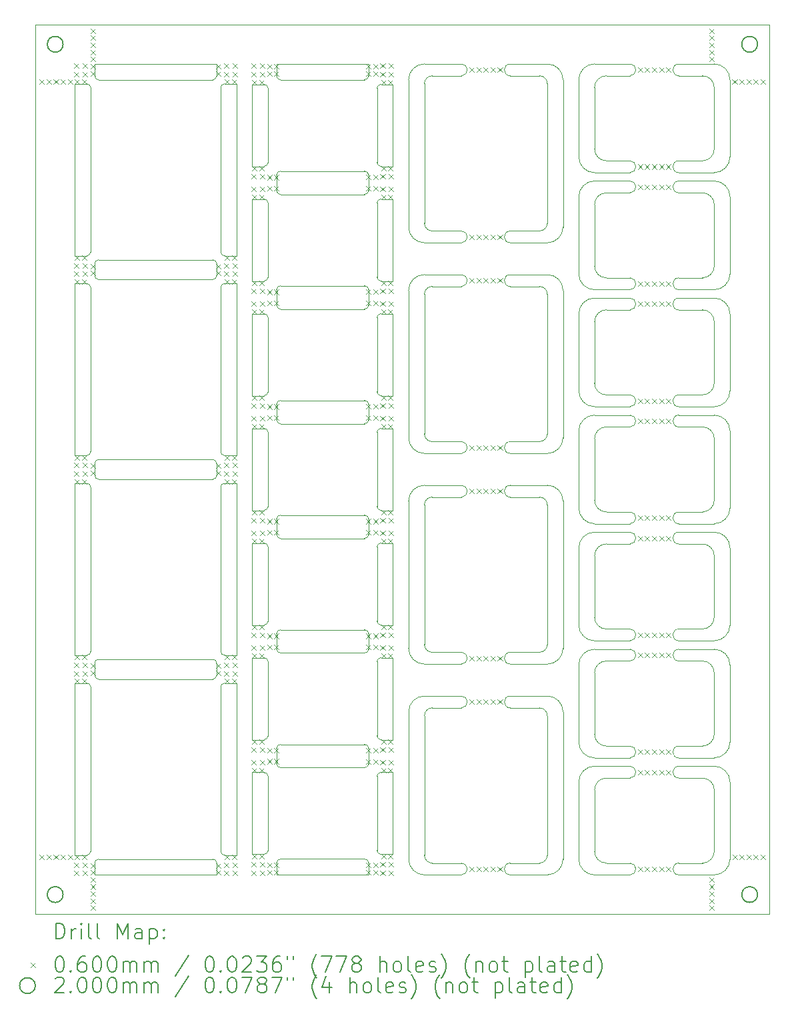
<source format=gbr>
%TF.GenerationSoftware,KiCad,Pcbnew,8.0.4*%
%TF.CreationDate,2024-12-12T19:44:17+01:00*%
%TF.ProjectId,Combined_Module_Panel,436f6d62-696e-4656-945f-4d6f64756c65,rev?*%
%TF.SameCoordinates,Original*%
%TF.FileFunction,Drillmap*%
%TF.FilePolarity,Positive*%
%FSLAX45Y45*%
G04 Gerber Fmt 4.5, Leading zero omitted, Abs format (unit mm)*
G04 Created by KiCad (PCBNEW 8.0.4) date 2024-12-12 19:44:17*
%MOMM*%
%LPD*%
G01*
G04 APERTURE LIST*
%ADD10C,0.050000*%
%ADD11C,0.200000*%
%ADD12C,0.100000*%
G04 APERTURE END LIST*
D10*
X14015008Y-14707500D02*
X13544600Y-14707500D01*
X14015008Y-12436238D02*
G75*
G02*
X14015008Y-12586238I2J-75000D01*
G01*
X15305416Y-14507500D02*
X15305416Y-12636238D01*
X15305416Y-14507500D02*
G75*
G02*
X15105416Y-14707494I-199996J2D01*
G01*
X14015008Y-12436238D02*
X13544600Y-12436238D01*
X15105416Y-12436238D02*
G75*
G02*
X15305420Y-12636238I4J-200000D01*
G01*
X13544600Y-14707500D02*
G75*
G02*
X13344598Y-14507500I0J200002D01*
G01*
X14635008Y-14707500D02*
G75*
G02*
X14635008Y-14557496I2J75002D01*
G01*
X13344600Y-12636238D02*
G75*
G02*
X13544600Y-12436238I200000J0D01*
G01*
X15105416Y-12436238D02*
X14635008Y-12436238D01*
X14015008Y-14557500D02*
G75*
G02*
X14015008Y-14707496I2J-74998D01*
G01*
X14635008Y-14707500D02*
X15105416Y-14707500D01*
X13344600Y-12636238D02*
X13344600Y-14507500D01*
X14635008Y-12586238D02*
G75*
G02*
X14635008Y-12436238I2J75000D01*
G01*
X14015008Y-14557500D02*
X13644600Y-14557500D01*
X15005416Y-14557500D02*
X14635008Y-14557500D01*
X14635008Y-12586238D02*
X15005416Y-12586238D01*
X14015008Y-12586238D02*
X13644600Y-12586238D01*
X15105416Y-14457500D02*
G75*
G02*
X15005416Y-14557498I-99998J0D01*
G01*
X13644600Y-14557500D02*
G75*
G02*
X13544600Y-14457500I-3J99997D01*
G01*
X15105416Y-12686238D02*
X15105416Y-14457500D01*
X15005416Y-12586238D02*
G75*
G02*
X15105420Y-12686238I2J-100002D01*
G01*
X13544600Y-14457500D02*
X13544600Y-12686238D01*
X13544600Y-12686238D02*
G75*
G02*
X13644600Y-12586238I100005J-5D01*
G01*
X14015008Y-12030462D02*
X13544600Y-12030462D01*
X14015008Y-9759200D02*
G75*
G02*
X14015008Y-9909200I2J-75000D01*
G01*
X15305416Y-11830462D02*
X15305416Y-9959200D01*
X15305416Y-11830462D02*
G75*
G02*
X15105416Y-12030456I-199996J2D01*
G01*
X14015008Y-9759200D02*
X13544600Y-9759200D01*
X15105416Y-9759200D02*
G75*
G02*
X15305420Y-9959200I4J-200000D01*
G01*
X13544600Y-12030462D02*
G75*
G02*
X13344598Y-11830462I0J200002D01*
G01*
X14635008Y-12030462D02*
G75*
G02*
X14635008Y-11880458I2J75002D01*
G01*
X13344600Y-9959200D02*
G75*
G02*
X13544600Y-9759200I200000J0D01*
G01*
X15105416Y-9759200D02*
X14635008Y-9759200D01*
X14015008Y-11880462D02*
G75*
G02*
X14015008Y-12030458I2J-74998D01*
G01*
X14635008Y-12030462D02*
X15105416Y-12030462D01*
X13344600Y-9959200D02*
X13344600Y-11830462D01*
X14635008Y-9909200D02*
G75*
G02*
X14635008Y-9759200I2J75000D01*
G01*
X14015008Y-11880462D02*
X13644600Y-11880462D01*
X15005416Y-11880462D02*
X14635008Y-11880462D01*
X14635008Y-9909200D02*
X15005416Y-9909200D01*
X14015008Y-9909200D02*
X13644600Y-9909200D01*
X15105416Y-11780462D02*
G75*
G02*
X15005416Y-11880460I-99998J0D01*
G01*
X13644600Y-11880462D02*
G75*
G02*
X13544600Y-11780462I-3J99997D01*
G01*
X15105416Y-10009200D02*
X15105416Y-11780462D01*
X15005416Y-9909200D02*
G75*
G02*
X15105420Y-10009200I2J-100002D01*
G01*
X13544600Y-11780462D02*
X13544600Y-10009200D01*
X13544600Y-10009200D02*
G75*
G02*
X13644600Y-9909200I100005J-5D01*
G01*
X14015008Y-9355162D02*
X13544600Y-9355162D01*
X14015008Y-7083900D02*
G75*
G02*
X14015008Y-7233900I2J-75000D01*
G01*
X15305416Y-9155162D02*
X15305416Y-7283900D01*
X15305416Y-9155162D02*
G75*
G02*
X15105416Y-9355156I-199996J2D01*
G01*
X14015008Y-7083900D02*
X13544600Y-7083900D01*
X15105416Y-7083900D02*
G75*
G02*
X15305420Y-7283900I4J-200000D01*
G01*
X13544600Y-9355162D02*
G75*
G02*
X13344598Y-9155162I0J200002D01*
G01*
X14635008Y-9355162D02*
G75*
G02*
X14635008Y-9205158I2J75002D01*
G01*
X13344600Y-7283900D02*
G75*
G02*
X13544600Y-7083900I200000J0D01*
G01*
X15105416Y-7083900D02*
X14635008Y-7083900D01*
X14015008Y-9205162D02*
G75*
G02*
X14015008Y-9355158I2J-74998D01*
G01*
X14635008Y-9355162D02*
X15105416Y-9355162D01*
X13344600Y-7283900D02*
X13344600Y-9155162D01*
X14635008Y-7233900D02*
G75*
G02*
X14635008Y-7083900I2J75000D01*
G01*
X14015008Y-9205162D02*
X13644600Y-9205162D01*
X15005416Y-9205162D02*
X14635008Y-9205162D01*
X14635008Y-7233900D02*
X15005416Y-7233900D01*
X14015008Y-7233900D02*
X13644600Y-7233900D01*
X15105416Y-9105162D02*
G75*
G02*
X15005416Y-9205160I-99998J0D01*
G01*
X13644600Y-9205162D02*
G75*
G02*
X13544600Y-9105162I-3J99997D01*
G01*
X15105416Y-7333900D02*
X15105416Y-9105162D01*
X15005416Y-7233900D02*
G75*
G02*
X15105420Y-7333900I2J-100002D01*
G01*
X13544600Y-9105162D02*
X13544600Y-7333900D01*
X13544600Y-7333900D02*
G75*
G02*
X13644600Y-7233900I100005J-5D01*
G01*
X14015008Y-6529862D02*
X13644600Y-6529862D01*
X15005416Y-6529862D02*
X14635008Y-6529862D01*
X14635008Y-4558600D02*
X15005416Y-4558600D01*
X14015008Y-4558600D02*
X13644600Y-4558600D01*
X9255700Y-11918800D02*
X9105700Y-11918800D01*
X11716850Y-8977230D02*
X12785250Y-8977230D01*
X15505416Y-12041100D02*
G75*
G02*
X15705416Y-11841106I199994J0D01*
G01*
X17925416Y-15207500D02*
X8605700Y-15207500D01*
X16155416Y-13327500D02*
G75*
G02*
X16155416Y-13477500I4J-75000D01*
G01*
X10957500Y-9784400D02*
X10957500Y-11868800D01*
X10906700Y-9633600D02*
G75*
G02*
X10856700Y-9683600I-50000J0D01*
G01*
X13143550Y-14446560D02*
X13143550Y-13405160D01*
X10906700Y-4559400D02*
G75*
G02*
X10856700Y-4609400I-50000J0D01*
G01*
X9256500Y-7197300D02*
G75*
G02*
X9306500Y-7247300I0J-50000D01*
G01*
X12785250Y-5768600D02*
G75*
G02*
X12835250Y-5818600I0J-50000D01*
G01*
X16155416Y-13071100D02*
X15855416Y-13071100D01*
X9306500Y-9331700D02*
X9306500Y-7247300D01*
X9306500Y-11868800D02*
X9306500Y-9784400D01*
X9255700Y-6844600D02*
X9105700Y-6844600D01*
X9357300Y-7095700D02*
X9357300Y-6946200D01*
X16155416Y-7381600D02*
G75*
G02*
X16155416Y-7531600I4J-75000D01*
G01*
X11666850Y-14555860D02*
G75*
G02*
X11716850Y-14505860I50000J0D01*
G01*
X16775416Y-6045100D02*
G75*
G02*
X16775416Y-5895100I4J75000D01*
G01*
X11358550Y-10492740D02*
X11358550Y-11534140D01*
X12993550Y-9036530D02*
X13143550Y-9036530D01*
X11716850Y-11889650D02*
G75*
G02*
X11666850Y-11839650I0J50000D01*
G01*
X17225416Y-13627483D02*
X17225416Y-14407483D01*
X13143550Y-10077930D02*
X13143550Y-9036530D01*
X16155416Y-10354600D02*
X15705416Y-10354600D01*
X17225416Y-8868100D02*
X16775416Y-8868100D01*
X17225416Y-12921083D02*
G75*
G02*
X17075416Y-13071076I-149996J3D01*
G01*
X8605700Y-3908600D02*
X8605700Y-15207500D01*
X12785250Y-13049650D02*
X11716850Y-13049650D01*
X16155416Y-7125100D02*
G75*
G02*
X16155416Y-7275100I4J-75000D01*
G01*
X17425416Y-11534600D02*
X17425416Y-10554600D01*
X12835250Y-14555860D02*
X12835250Y-14707500D01*
X15505416Y-9068100D02*
G75*
G02*
X15705416Y-8868106I199994J0D01*
G01*
X17225416Y-10354600D02*
X16775416Y-10354600D01*
X11666850Y-10187230D02*
X11666850Y-10383440D01*
X12943550Y-4717900D02*
X12943550Y-5659300D01*
X12785250Y-8681020D02*
X11716850Y-8681020D01*
X17225416Y-9948083D02*
G75*
G02*
X17075416Y-10098076I-149996J3D01*
G01*
X16155416Y-13477500D02*
X15855416Y-13477500D01*
X10906700Y-4559400D02*
X10906700Y-4558600D01*
X16155416Y-8868100D02*
G75*
G02*
X16155416Y-9018100I4J-75000D01*
G01*
X12835250Y-14707500D02*
X11666850Y-14707500D01*
X12785250Y-11593440D02*
G75*
G02*
X12835250Y-11643440I0J-50000D01*
G01*
X12835250Y-5818600D02*
X12835250Y-6014810D01*
X15705416Y-9168083D02*
G75*
G02*
X15855416Y-9018076I150004J3D01*
G01*
X11558550Y-11484140D02*
X11558550Y-10542740D01*
X17075416Y-13477483D02*
G75*
G02*
X17225417Y-13627483I4J-149997D01*
G01*
X14015008Y-6529862D02*
G75*
G02*
X14015008Y-6679858I2J-74998D01*
G01*
X17225416Y-13327500D02*
X16775416Y-13327500D01*
X11008300Y-4660200D02*
X11158300Y-4660200D01*
X12835250Y-10383440D02*
G75*
G02*
X12785250Y-10433440I-50000J0D01*
G01*
X10957500Y-12321500D02*
X10957500Y-14405900D01*
X12785250Y-14505860D02*
G75*
G02*
X12835250Y-14555860I0J-50000D01*
G01*
X15705416Y-10654583D02*
G75*
G02*
X15855416Y-10504576I150004J3D01*
G01*
X16155416Y-4558600D02*
X15855416Y-4558600D01*
X17225416Y-10248100D02*
X16775416Y-10248100D01*
X17425416Y-14507500D02*
X17425416Y-13527500D01*
X9357300Y-12169900D02*
X9357300Y-12020400D01*
X11007500Y-6844600D02*
G75*
G02*
X10957500Y-6794600I0J50000D01*
G01*
X12785250Y-10137230D02*
G75*
G02*
X12835250Y-10187230I0J-50000D01*
G01*
X10906700Y-12020400D02*
X10906700Y-12019600D01*
X16155416Y-10248100D02*
X15705416Y-10248100D01*
X14635008Y-6679862D02*
X15105416Y-6679862D01*
X15705416Y-10248100D02*
G75*
G02*
X15505410Y-10048100I4J200010D01*
G01*
X10906700Y-7096500D02*
X10906700Y-7095700D01*
X17075416Y-7531583D02*
G75*
G02*
X17225417Y-7681583I4J-149997D01*
G01*
X17925416Y-3908600D02*
X8605700Y-3908600D01*
X12943550Y-9086530D02*
G75*
G02*
X12993550Y-9036530I50000J0D01*
G01*
X10906700Y-9483300D02*
X10906700Y-9482500D01*
X15705416Y-7681583D02*
G75*
G02*
X15855416Y-7531576I150004J3D01*
G01*
X11558550Y-7115510D02*
G75*
G02*
X11508550Y-7165510I-50000J0D01*
G01*
X11508550Y-4667900D02*
G75*
G02*
X11558550Y-4717900I0J-50000D01*
G01*
X15505416Y-4608600D02*
G75*
G02*
X15705416Y-4408596I200004J0D01*
G01*
X11508550Y-13405160D02*
X11358550Y-13405160D01*
X11508550Y-10492740D02*
G75*
G02*
X11558550Y-10542740I0J-50000D01*
G01*
X11358550Y-9036530D02*
X11358550Y-10077930D01*
X15855416Y-10098083D02*
G75*
G02*
X15705417Y-9948083I4J150003D01*
G01*
X12993550Y-11948950D02*
X13143550Y-11948950D01*
X12993550Y-4667900D02*
X13143550Y-4667900D01*
X17925416Y-15207500D02*
X17925416Y-3908600D01*
X12943550Y-11998950D02*
X12943550Y-12940350D01*
X10906700Y-6946200D02*
X10906700Y-6945400D01*
X15855416Y-7125083D02*
G75*
G02*
X15705417Y-6975083I4J150003D01*
G01*
X16775416Y-13477500D02*
X17075416Y-13477500D01*
X12993550Y-5709300D02*
X13143550Y-5709300D01*
X12943550Y-13455160D02*
X12943550Y-14396560D01*
X12993550Y-12990350D02*
X13143550Y-12990350D01*
X10957500Y-4710200D02*
X10957500Y-6794600D01*
X16155416Y-11991100D02*
X15855416Y-11991100D01*
X16155416Y-11841100D02*
G75*
G02*
X16155416Y-11991100I4J-75000D01*
G01*
X11558550Y-7115510D02*
X11558550Y-6174110D01*
X16775416Y-8761600D02*
G75*
G02*
X16775416Y-8611600I4J75000D01*
G01*
X17075416Y-10504583D02*
G75*
G02*
X17225417Y-10654583I4J-149997D01*
G01*
X17225416Y-11841100D02*
X16775416Y-11841100D01*
X11508550Y-11948950D02*
X11358550Y-11948950D01*
X17225416Y-8461583D02*
G75*
G02*
X17075416Y-8611576I-149996J3D01*
G01*
X11508550Y-10077930D02*
X11358550Y-10077930D01*
X15705416Y-6975083D02*
X15705416Y-6195083D01*
X15705416Y-14407483D02*
X15705416Y-13627483D01*
X16155416Y-5895100D02*
G75*
G02*
X16155416Y-6045100I4J-75000D01*
G01*
X17225416Y-11841100D02*
G75*
G02*
X17425410Y-12041100I4J-199990D01*
G01*
X10906700Y-14557500D02*
X10906700Y-14556700D01*
X11716850Y-10433440D02*
X12785250Y-10433440D01*
X16775416Y-11991100D02*
G75*
G02*
X16775416Y-11841100I4J75000D01*
G01*
X9256500Y-12271500D02*
G75*
G02*
X9306500Y-12321500I0J-50000D01*
G01*
X16155416Y-7381600D02*
X15705416Y-7381600D01*
X15705416Y-14707500D02*
G75*
G02*
X15505410Y-14507500I4J200010D01*
G01*
X15705416Y-11434583D02*
X15705416Y-10654583D01*
X10906700Y-14557500D02*
X10906700Y-14707500D01*
X16155416Y-8761600D02*
X15705416Y-8761600D01*
X9255700Y-7197300D02*
X9105700Y-7197300D01*
X17225416Y-5895100D02*
X16775416Y-5895100D01*
X11716850Y-6064810D02*
G75*
G02*
X11666850Y-6014810I0J50000D01*
G01*
X11508550Y-9036530D02*
X11358550Y-9036530D01*
X17425416Y-10048100D02*
G75*
G02*
X17225416Y-10248106I-200006J0D01*
G01*
X12993550Y-12990350D02*
G75*
G02*
X12943550Y-12940350I0J50000D01*
G01*
X12993550Y-14446560D02*
X13143550Y-14446560D01*
X15705416Y-6195083D02*
G75*
G02*
X15855416Y-6045076I150004J3D01*
G01*
X17225416Y-7381600D02*
G75*
G02*
X17425410Y-7581600I4J-199990D01*
G01*
X17225416Y-6195083D02*
X17225416Y-6975083D01*
X11158300Y-6844600D02*
X11158300Y-4660200D01*
X11158300Y-11918800D02*
X11158300Y-9734400D01*
X11716850Y-10433440D02*
G75*
G02*
X11666850Y-10383440I0J50000D01*
G01*
X11558550Y-8571720D02*
G75*
G02*
X11508550Y-8621720I-50000J0D01*
G01*
X11666850Y-7274810D02*
G75*
G02*
X11716850Y-7224810I50000J0D01*
G01*
X9105700Y-11918800D02*
X9105700Y-9734400D01*
X9255700Y-11918800D02*
X9256500Y-11918800D01*
X15105416Y-4408600D02*
X14635008Y-4408600D01*
X12835250Y-11643440D02*
X12835250Y-11839650D01*
X12993550Y-8621720D02*
X13143550Y-8621720D01*
X16155416Y-7125100D02*
X15855416Y-7125100D01*
X16775416Y-11991100D02*
X17075416Y-11991100D01*
X9357300Y-7095700D02*
X9357300Y-7096500D01*
X16775416Y-10504600D02*
G75*
G02*
X16775416Y-10354600I4J75000D01*
G01*
X17225416Y-13221100D02*
X16775416Y-13221100D01*
X11716850Y-4608600D02*
G75*
G02*
X11666850Y-4558600I0J50000D01*
G01*
X10906700Y-4408600D02*
X9357300Y-4408600D01*
X17075416Y-6045083D02*
G75*
G02*
X17225417Y-6195083I4J-149997D01*
G01*
X16155416Y-4408600D02*
X15705416Y-4408600D01*
X11158505Y-14455900D02*
X11158505Y-12271500D01*
X17425416Y-14507500D02*
G75*
G02*
X17225416Y-14707506I-200006J0D01*
G01*
X11716850Y-4608600D02*
X12785250Y-4608600D01*
X17225416Y-5895100D02*
G75*
G02*
X17425410Y-6095100I4J-199990D01*
G01*
X16775416Y-6045100D02*
X17075416Y-6045100D01*
X12993550Y-7580320D02*
X13143550Y-7580320D01*
X9306500Y-9331700D02*
G75*
G02*
X9256500Y-9381700I-50000J0D01*
G01*
X17425416Y-10048100D02*
X17425416Y-9068100D01*
X15705416Y-4708583D02*
G75*
G02*
X15855416Y-4558576I150004J3D01*
G01*
X9255700Y-9381700D02*
X9105700Y-9381700D01*
X17075416Y-11584583D02*
X16775416Y-11584583D01*
X11558550Y-10027930D02*
X11558550Y-9086530D01*
X10957500Y-12321500D02*
G75*
G02*
X11007500Y-12271500I50000J0D01*
G01*
X11007500Y-9381700D02*
X11008300Y-9381700D01*
X16155416Y-11584600D02*
X15855416Y-11584600D01*
X9357300Y-4558600D02*
X9357300Y-4409100D01*
X11008505Y-14455900D02*
X11158505Y-14455900D01*
X12835250Y-13295860D02*
G75*
G02*
X12785250Y-13345860I-50000J0D01*
G01*
X16775416Y-9018100D02*
X17075416Y-9018100D01*
X16155416Y-8868100D02*
X15705416Y-8868100D01*
X11358550Y-4667900D02*
X11358550Y-5709300D01*
X11008300Y-6844600D02*
X11158300Y-6844600D01*
X11508550Y-7165510D02*
X11358550Y-7165510D01*
X9105700Y-12271500D02*
X9105700Y-14455900D01*
X11558550Y-11484140D02*
G75*
G02*
X11508550Y-11534140I-50000J0D01*
G01*
X12993550Y-10077930D02*
X13143550Y-10077930D01*
X10856700Y-6895400D02*
X9407300Y-6895400D01*
X9306500Y-14405900D02*
G75*
G02*
X9256500Y-14455900I-50000J0D01*
G01*
X11716850Y-6064810D02*
X12785250Y-6064810D01*
X16155416Y-9018100D02*
X15855416Y-9018100D01*
X11508550Y-4667900D02*
X11358550Y-4667900D01*
X12943550Y-10542740D02*
G75*
G02*
X12993550Y-10492740I50000J0D01*
G01*
X9407300Y-12220700D02*
X10856700Y-12220700D01*
X11008300Y-9381700D02*
X11158300Y-9381700D01*
X12835250Y-10187230D02*
X12835250Y-10383440D01*
X12785250Y-10137230D02*
X11716850Y-10137230D01*
X14635008Y-4558600D02*
G75*
G02*
X14635008Y-4408600I2J75000D01*
G01*
X11666850Y-11643440D02*
G75*
G02*
X11716850Y-11593440I50000J0D01*
G01*
X16155416Y-5788600D02*
X15705416Y-5788600D01*
X11558550Y-8571720D02*
X11558550Y-7630320D01*
X16155416Y-8611600D02*
G75*
G02*
X16155416Y-8761600I4J-75000D01*
G01*
X16155416Y-14557500D02*
X15855416Y-14557500D01*
X16155416Y-14707500D02*
X15705416Y-14707500D01*
X10906700Y-14707500D02*
X9357300Y-14707500D01*
X12943550Y-6174110D02*
X12943550Y-7115510D01*
X9407300Y-4609400D02*
X10856700Y-4609400D01*
X13344600Y-4608600D02*
X13344600Y-6479862D01*
X11358550Y-11948950D02*
X11358550Y-12990350D01*
X11508550Y-8621720D02*
X11358550Y-8621720D01*
X12943550Y-13455160D02*
G75*
G02*
X12993550Y-13405160I50000J0D01*
G01*
X16155416Y-11734600D02*
X15705416Y-11734600D01*
X11716850Y-13345860D02*
X12785250Y-13345860D01*
X15855416Y-5638583D02*
G75*
G02*
X15705417Y-5488583I4J150003D01*
G01*
X17225416Y-10654583D02*
X17225416Y-11434583D01*
X9255700Y-4660200D02*
X9105700Y-4660200D01*
X16775416Y-11734600D02*
G75*
G02*
X16775416Y-11584600I4J75000D01*
G01*
X9357300Y-4558600D02*
X9357300Y-4559400D01*
X12993550Y-11534140D02*
X13143550Y-11534140D01*
X11666850Y-5818600D02*
G75*
G02*
X11716850Y-5768600I50000J0D01*
G01*
X9256500Y-9734400D02*
X9255700Y-9734400D01*
X10856700Y-11969600D02*
G75*
G02*
X10906700Y-12019600I0J-50000D01*
G01*
X14015008Y-4408600D02*
X13544600Y-4408600D01*
X12835250Y-8731020D02*
X12835250Y-8927230D01*
X14635008Y-6679862D02*
G75*
G02*
X14635008Y-6529858I2J75002D01*
G01*
X11558550Y-5659300D02*
G75*
G02*
X11508550Y-5709300I-50000J0D01*
G01*
X17075416Y-14557483D02*
X16775416Y-14557483D01*
X11008505Y-12271500D02*
X11158505Y-12271500D01*
X9255700Y-14455900D02*
X9105700Y-14455900D01*
X10906700Y-12170700D02*
X10906700Y-12169900D01*
X12943550Y-4717900D02*
G75*
G02*
X12993550Y-4667900I50000J0D01*
G01*
X16155416Y-11584600D02*
G75*
G02*
X16155416Y-11734600I4J-75000D01*
G01*
X17425416Y-13021100D02*
G75*
G02*
X17225416Y-13221106I-200006J0D01*
G01*
X9407300Y-9683600D02*
X10856700Y-9683600D01*
X11008300Y-4660200D02*
X11007500Y-4660200D01*
X15505416Y-7075100D02*
X15505416Y-6095100D01*
X15855416Y-13071083D02*
G75*
G02*
X15705417Y-12921083I4J150003D01*
G01*
X11666850Y-7274810D02*
X11666850Y-7471020D01*
X9357300Y-9482500D02*
G75*
G02*
X9407300Y-9432500I50000J0D01*
G01*
X12943550Y-9086530D02*
X12943550Y-10027930D01*
X16155416Y-10504600D02*
X15855416Y-10504600D01*
X10906700Y-7095700D02*
X10906700Y-6946200D01*
X11008300Y-11918800D02*
X11158300Y-11918800D01*
X17225416Y-7681583D02*
X17225416Y-8461583D01*
X12835250Y-7274810D02*
X12835250Y-7471020D01*
X11508550Y-14446560D02*
X11358550Y-14446560D01*
X12835250Y-8927230D02*
G75*
G02*
X12785250Y-8977230I-50000J0D01*
G01*
X16155416Y-6045100D02*
X15855416Y-6045100D01*
X11666850Y-11643440D02*
X11666850Y-11839650D01*
X15705416Y-11734600D02*
G75*
G02*
X15505410Y-11534600I4J200010D01*
G01*
X11558550Y-12940350D02*
G75*
G02*
X11508550Y-12990350I-50000J0D01*
G01*
X11508550Y-11948950D02*
G75*
G02*
X11558550Y-11998950I0J-50000D01*
G01*
X9255700Y-12271500D02*
X9105700Y-12271500D01*
X9407300Y-4609400D02*
G75*
G02*
X9357300Y-4559400I0J50000D01*
G01*
X17225416Y-11434583D02*
G75*
G02*
X17075416Y-11584576I-149996J3D01*
G01*
X9357300Y-9482500D02*
X9357300Y-9483300D01*
X10906700Y-9632800D02*
X10906700Y-9483300D01*
X17425416Y-5588600D02*
X17425416Y-4608600D01*
X12993550Y-14446560D02*
G75*
G02*
X12943550Y-14396560I0J50000D01*
G01*
X16155416Y-13327500D02*
X15705416Y-13327500D01*
X16155416Y-10354600D02*
G75*
G02*
X16155416Y-10504600I4J-75000D01*
G01*
X16775416Y-7531600D02*
G75*
G02*
X16775416Y-7381600I4J75000D01*
G01*
X9105700Y-6844600D02*
X9105700Y-4660200D01*
X12993550Y-7165510D02*
G75*
G02*
X12943550Y-7115510I0J50000D01*
G01*
X16155416Y-10098100D02*
G75*
G02*
X16155416Y-10248100I4J-75000D01*
G01*
X16775416Y-5788600D02*
G75*
G02*
X16775416Y-5638600I4J75000D01*
G01*
X9256500Y-4660200D02*
G75*
G02*
X9306500Y-4710200I0J-50000D01*
G01*
X11508550Y-10492740D02*
X11358550Y-10492740D01*
X16155416Y-10098100D02*
X15855416Y-10098100D01*
X10856700Y-9432500D02*
G75*
G02*
X10906700Y-9482500I0J-50000D01*
G01*
X9306500Y-6794600D02*
G75*
G02*
X9256500Y-6844600I-50000J0D01*
G01*
X10906700Y-9633600D02*
X10906700Y-9632800D01*
X10856700Y-9432500D02*
X9407300Y-9432500D01*
X15855416Y-14557483D02*
G75*
G02*
X15705417Y-14407483I4J150003D01*
G01*
X9357300Y-12019600D02*
X9357300Y-12020400D01*
X9306500Y-11868800D02*
G75*
G02*
X9256500Y-11918800I-50000J0D01*
G01*
X11508550Y-11534140D02*
X11358550Y-11534140D01*
X9357300Y-9632800D02*
X9357300Y-9633600D01*
X13143550Y-12990350D02*
X13143550Y-11948950D01*
X12785250Y-13049650D02*
G75*
G02*
X12835250Y-13099650I0J-50000D01*
G01*
X15705416Y-12921083D02*
X15705416Y-12141083D01*
X12835250Y-7471020D02*
G75*
G02*
X12785250Y-7521020I-50000J0D01*
G01*
X15705416Y-13221100D02*
G75*
G02*
X15505410Y-13021100I4J200010D01*
G01*
X11666850Y-8731020D02*
G75*
G02*
X11716850Y-8681020I50000J0D01*
G01*
X17225416Y-8761600D02*
X16775416Y-8761600D01*
X17225416Y-7381600D02*
X16775416Y-7381600D01*
X17225416Y-11734600D02*
X16775416Y-11734600D01*
X10856700Y-6895400D02*
G75*
G02*
X10906700Y-6945400I0J-50000D01*
G01*
X17225416Y-4708583D02*
X17225416Y-5488583D01*
X9357300Y-12169900D02*
X9357300Y-12170700D01*
X17425416Y-13021100D02*
X17425416Y-12041100D01*
X16155416Y-13071100D02*
G75*
G02*
X16155416Y-13221100I4J-75000D01*
G01*
X9357300Y-14556700D02*
G75*
G02*
X9407300Y-14506700I50000J0D01*
G01*
X11007500Y-14455900D02*
X11008300Y-14455900D01*
X12943550Y-10542740D02*
X12943550Y-11484140D01*
X11558550Y-14396560D02*
X11558550Y-13455160D01*
X17075416Y-7125083D02*
X16775416Y-7125083D01*
X9407300Y-7146500D02*
X10856700Y-7146500D01*
X12993550Y-8621720D02*
G75*
G02*
X12943550Y-8571720I0J50000D01*
G01*
X11666850Y-10187230D02*
G75*
G02*
X11716850Y-10137230I50000J0D01*
G01*
X16155416Y-5638600D02*
X15855416Y-5638600D01*
X12785250Y-7224810D02*
X11716850Y-7224810D01*
X17225416Y-7275100D02*
X16775416Y-7275100D01*
X11008300Y-9734400D02*
X11007500Y-9734400D01*
X10906700Y-12170700D02*
G75*
G02*
X10856700Y-12220700I-50000J0D01*
G01*
X12835250Y-4558600D02*
X12835250Y-4408600D01*
X15855416Y-8611583D02*
G75*
G02*
X15705417Y-8461583I4J150003D01*
G01*
X15505416Y-6095100D02*
G75*
G02*
X15705416Y-5895106I199994J0D01*
G01*
X16155416Y-11841100D02*
X15705416Y-11841100D01*
X11508550Y-9036530D02*
G75*
G02*
X11558550Y-9086530I0J-50000D01*
G01*
X12993550Y-11534140D02*
G75*
G02*
X12943550Y-11484140I0J50000D01*
G01*
X12993550Y-13405160D02*
X13143550Y-13405160D01*
X17225416Y-9168083D02*
X17225416Y-9948083D01*
X10856700Y-11969600D02*
X9407300Y-11969600D01*
X11508550Y-7580320D02*
G75*
G02*
X11558550Y-7630320I0J-50000D01*
G01*
X17425416Y-7075100D02*
G75*
G02*
X17225416Y-7275106I-200006J0D01*
G01*
X9255700Y-6844600D02*
X9256500Y-6844600D01*
X9105700Y-9381700D02*
X9105700Y-7197300D01*
X11716850Y-11889650D02*
X12785250Y-11889650D01*
X9357300Y-14556700D02*
X9357300Y-14557500D01*
X11558550Y-14396560D02*
G75*
G02*
X11508550Y-14446560I-50000J0D01*
G01*
X11716850Y-7521020D02*
G75*
G02*
X11666850Y-7471020I0J50000D01*
G01*
X17425416Y-7075100D02*
X17425416Y-6095100D01*
X15855416Y-11584583D02*
G75*
G02*
X15705417Y-11434583I4J150003D01*
G01*
X10957500Y-9784400D02*
G75*
G02*
X11007500Y-9734400I50000J0D01*
G01*
X15705416Y-7275100D02*
G75*
G02*
X15505410Y-7075100I4J200010D01*
G01*
X9306500Y-14405900D02*
X9306500Y-12321500D01*
X11508550Y-6124110D02*
G75*
G02*
X11558550Y-6174110I0J-50000D01*
G01*
X10906700Y-4558600D02*
X10906700Y-4408600D01*
X12993550Y-10492740D02*
X13143550Y-10492740D01*
X17225416Y-13327500D02*
G75*
G02*
X17425410Y-13527500I4J-199990D01*
G01*
X11558550Y-10027930D02*
G75*
G02*
X11508550Y-10077930I-50000J0D01*
G01*
X16155416Y-14557500D02*
G75*
G02*
X16155416Y-14707500I4J-75000D01*
G01*
X13143550Y-5709300D02*
X13143550Y-4667900D01*
X11508550Y-5709300D02*
X11358550Y-5709300D01*
X12835250Y-4408600D02*
X11666850Y-4408600D01*
X12943550Y-11998950D02*
G75*
G02*
X12993550Y-11948950I50000J0D01*
G01*
X15505416Y-13527500D02*
G75*
G02*
X15705416Y-13327506I199994J0D01*
G01*
X11666850Y-14555860D02*
X11666850Y-14707500D01*
X11508550Y-6124110D02*
X11358550Y-6124110D01*
X10957500Y-4710200D02*
G75*
G02*
X11007500Y-4660200I50000J0D01*
G01*
X11558550Y-12940350D02*
X11558550Y-11998950D01*
X10906700Y-12169900D02*
X10906700Y-12020400D01*
X11358550Y-6124110D02*
X11358550Y-7165510D01*
X11716850Y-7521020D02*
X12785250Y-7521020D01*
X12993550Y-10077930D02*
G75*
G02*
X12943550Y-10027930I0J50000D01*
G01*
X11007500Y-11918800D02*
X11008300Y-11918800D01*
X12785250Y-5768600D02*
X11716850Y-5768600D01*
X12993550Y-6124110D02*
X13143550Y-6124110D01*
X15505416Y-13021100D02*
X15505416Y-12041100D01*
X12785250Y-14505860D02*
X11716850Y-14505860D01*
X11508550Y-7580320D02*
X11358550Y-7580320D01*
X16775416Y-7531600D02*
X17075416Y-7531600D01*
X13143550Y-8621720D02*
X13143550Y-7580320D01*
X17075416Y-5638583D02*
X16775416Y-5638583D01*
X17225416Y-5488583D02*
G75*
G02*
X17075416Y-5638576I-149996J3D01*
G01*
X16155416Y-7531600D02*
X15855416Y-7531600D01*
X9357300Y-6945400D02*
G75*
G02*
X9407300Y-6895400I50000J0D01*
G01*
X15705416Y-9948083D02*
X15705416Y-9168083D01*
X9256500Y-9734400D02*
G75*
G02*
X9306500Y-9784400I0J-50000D01*
G01*
X9357300Y-12019600D02*
G75*
G02*
X9407300Y-11969600I50000J0D01*
G01*
X15705416Y-8761600D02*
G75*
G02*
X15505410Y-8561600I4J200010D01*
G01*
X16775416Y-10248100D02*
G75*
G02*
X16775416Y-10098100I4J75000D01*
G01*
X17225416Y-4408600D02*
X16775416Y-4408600D01*
X16775416Y-7275100D02*
G75*
G02*
X16775416Y-7125100I4J75000D01*
G01*
X11007500Y-11918800D02*
G75*
G02*
X10957500Y-11868800I0J50000D01*
G01*
X9357300Y-6945400D02*
X9357300Y-6946200D01*
X10906700Y-7096500D02*
G75*
G02*
X10856700Y-7146500I-50000J0D01*
G01*
X11358550Y-13405160D02*
X11358550Y-14446560D01*
X12785250Y-7224810D02*
G75*
G02*
X12835250Y-7274810I0J-50000D01*
G01*
X11716850Y-13345860D02*
G75*
G02*
X11666850Y-13295860I0J50000D01*
G01*
X11666850Y-8731020D02*
X11666850Y-8927230D01*
X12943550Y-6174110D02*
G75*
G02*
X12993550Y-6124110I50000J0D01*
G01*
X9256500Y-4660200D02*
X9255700Y-4660200D01*
X15505416Y-8561600D02*
X15505416Y-7581600D01*
X10856700Y-14506700D02*
X9407300Y-14506700D01*
X11007500Y-6844600D02*
X11008300Y-6844600D01*
X11008300Y-7197300D02*
X11007500Y-7197300D01*
X12835250Y-13099650D02*
X12835250Y-13295860D01*
X11716850Y-8977230D02*
G75*
G02*
X11666850Y-8927230I0J50000D01*
G01*
X9255700Y-9734400D02*
X9105700Y-9734400D01*
X9256500Y-7197300D02*
X9255700Y-7197300D01*
X17225416Y-5788600D02*
X16775416Y-5788600D01*
X17225416Y-6975083D02*
G75*
G02*
X17075416Y-7125076I-149996J3D01*
G01*
X17225416Y-10354600D02*
G75*
G02*
X17425410Y-10554600I4J-199990D01*
G01*
X16155416Y-13221100D02*
X15705416Y-13221100D01*
X15505416Y-10048100D02*
X15505416Y-9068100D01*
X10957500Y-7247300D02*
G75*
G02*
X11007500Y-7197300I50000J0D01*
G01*
X11007500Y-14455900D02*
G75*
G02*
X10957500Y-14405900I0J50000D01*
G01*
X16155416Y-5638600D02*
G75*
G02*
X16155416Y-5788600I4J-75000D01*
G01*
X17425416Y-8561600D02*
X17425416Y-7581600D01*
X16775416Y-4558600D02*
X17075416Y-4558600D01*
X16775416Y-10504600D02*
X17075416Y-10504600D01*
X12993550Y-7165510D02*
X13143550Y-7165510D01*
X16155416Y-8611600D02*
X15855416Y-8611600D01*
X12943550Y-7630320D02*
X12943550Y-8571720D01*
X10957500Y-7247300D02*
X10957500Y-9331700D01*
X15705416Y-5788600D02*
G75*
G02*
X15505420Y-5588600I4J200000D01*
G01*
X16775416Y-4558600D02*
G75*
G02*
X16775416Y-4408600I4J75000D01*
G01*
X9407300Y-9683600D02*
G75*
G02*
X9357300Y-9633600I0J50000D01*
G01*
X16775416Y-9018100D02*
G75*
G02*
X16775416Y-8868100I4J75000D01*
G01*
X15505416Y-5588600D02*
X15505416Y-4608600D01*
X9256500Y-12271500D02*
X9255700Y-12271500D01*
X11158300Y-9381700D02*
X11158300Y-7197300D01*
X11358550Y-7580320D02*
X11358550Y-8621720D01*
X15305416Y-6479862D02*
X15305416Y-4608600D01*
X9306500Y-6794600D02*
X9306500Y-4710200D01*
X17225416Y-12141083D02*
X17225416Y-12921083D01*
X11008300Y-12271500D02*
X11007500Y-12271500D01*
X13143550Y-7165510D02*
X13143550Y-6124110D01*
X11007500Y-9381700D02*
G75*
G02*
X10957500Y-9331700I0J50000D01*
G01*
X15505416Y-10554600D02*
G75*
G02*
X15705416Y-10354606I199994J0D01*
G01*
X14015008Y-6679862D02*
X13544600Y-6679862D01*
X17425416Y-11534600D02*
G75*
G02*
X17225416Y-11734606I-200006J0D01*
G01*
X9407300Y-12220700D02*
G75*
G02*
X9357300Y-12170700I0J50000D01*
G01*
X17075416Y-10098083D02*
X16775416Y-10098083D01*
X15505416Y-7581600D02*
G75*
G02*
X15705416Y-7381606I199994J0D01*
G01*
X16775416Y-13477500D02*
G75*
G02*
X16775416Y-13327500I4J75000D01*
G01*
X11508550Y-12990350D02*
X11358550Y-12990350D01*
X16155416Y-5895100D02*
X15705416Y-5895100D01*
X17225416Y-14707500D02*
X16775416Y-14707500D01*
X15505416Y-11534600D02*
X15505416Y-10554600D01*
X17425416Y-8561600D02*
G75*
G02*
X17225416Y-8761606I-200006J0D01*
G01*
X12993550Y-5709300D02*
G75*
G02*
X12943550Y-5659300I0J50000D01*
G01*
X9357300Y-9632800D02*
X9357300Y-9483300D01*
X12785250Y-8681020D02*
G75*
G02*
X12835250Y-8731020I0J-50000D01*
G01*
X15705416Y-5488583D02*
X15705416Y-4708583D01*
X15505416Y-14507500D02*
X15505416Y-13527500D01*
X16775416Y-14707500D02*
G75*
G02*
X16775416Y-14557500I4J75000D01*
G01*
X17225416Y-8868100D02*
G75*
G02*
X17425410Y-9068100I4J-199990D01*
G01*
X17075416Y-9018083D02*
G75*
G02*
X17225417Y-9168083I4J-149997D01*
G01*
X9357300Y-14557500D02*
X9357300Y-14707500D01*
X17075416Y-8611583D02*
X16775416Y-8611583D01*
X11558550Y-5659300D02*
X11558550Y-4717900D01*
X13143550Y-11534140D02*
X13143550Y-10492740D01*
X11666850Y-13099650D02*
X11666850Y-13295860D01*
X11666850Y-4558600D02*
X11666850Y-4408600D01*
X15705416Y-12141083D02*
G75*
G02*
X15855416Y-11991076I150004J3D01*
G01*
X12835250Y-11839650D02*
G75*
G02*
X12785250Y-11889650I-50000J0D01*
G01*
X10856700Y-14506700D02*
G75*
G02*
X10906700Y-14556700I0J-50000D01*
G01*
X17075416Y-11991083D02*
G75*
G02*
X17225417Y-12141083I4J-149997D01*
G01*
X15705416Y-13627483D02*
G75*
G02*
X15855416Y-13477476I150004J3D01*
G01*
X15705416Y-8461583D02*
X15705416Y-7681583D01*
X11008300Y-9734400D02*
X11158300Y-9734400D01*
X17225416Y-4408600D02*
G75*
G02*
X17425420Y-4608600I4J-200000D01*
G01*
X17075416Y-13071083D02*
X16775416Y-13071083D01*
X16155416Y-7275100D02*
X15705416Y-7275100D01*
X17225416Y-14407483D02*
G75*
G02*
X17075416Y-14557476I-149996J3D01*
G01*
X9407300Y-7146500D02*
G75*
G02*
X9357300Y-7096500I0J50000D01*
G01*
X11508550Y-13405160D02*
G75*
G02*
X11558550Y-13455160I0J-50000D01*
G01*
X16775416Y-13221100D02*
G75*
G02*
X16775416Y-13071100I4J75000D01*
G01*
X11666850Y-13099650D02*
G75*
G02*
X11716850Y-13049650I50000J0D01*
G01*
X11666850Y-5818600D02*
X11666850Y-6014810D01*
X12785250Y-11593440D02*
X11716850Y-11593440D01*
X12835250Y-6014810D02*
G75*
G02*
X12785250Y-6064810I-50000J0D01*
G01*
X9255700Y-14455900D02*
X9256500Y-14455900D01*
X17425416Y-5588600D02*
G75*
G02*
X17225416Y-5788596I-199996J0D01*
G01*
X17075416Y-4558583D02*
G75*
G02*
X17225417Y-4708583I4J-149997D01*
G01*
X12943550Y-7630320D02*
G75*
G02*
X12993550Y-7580320I50000J0D01*
G01*
X16155416Y-4408600D02*
G75*
G02*
X16155416Y-4558600I4J-75000D01*
G01*
X9255700Y-9381700D02*
X9256500Y-9381700D01*
X12835250Y-4558600D02*
G75*
G02*
X12785250Y-4608600I-50000J0D01*
G01*
X11008300Y-7197300D02*
X11158300Y-7197300D01*
X13344600Y-4608600D02*
G75*
G02*
X13544600Y-4408600I200000J0D01*
G01*
X15305416Y-6479862D02*
G75*
G02*
X15105416Y-6679856I-199996J2D01*
G01*
X13544600Y-6679862D02*
G75*
G02*
X13344598Y-6479862I0J200002D01*
G01*
X13544600Y-4658600D02*
G75*
G02*
X13644600Y-4558600I100005J-5D01*
G01*
X13544600Y-6429862D02*
X13544600Y-4658600D01*
X15005416Y-4558600D02*
G75*
G02*
X15105420Y-4658600I2J-100002D01*
G01*
X15105416Y-4658600D02*
X15105416Y-6429862D01*
X15105416Y-6429862D02*
G75*
G02*
X15005416Y-6529860I-99998J0D01*
G01*
X13644600Y-6529862D02*
G75*
G02*
X13544600Y-6429862I-3J99997D01*
G01*
X14015008Y-4408600D02*
G75*
G02*
X14015008Y-4558600I2J-75000D01*
G01*
X15105416Y-4408600D02*
G75*
G02*
X15305420Y-4608600I4J-200000D01*
G01*
D11*
D12*
X8655700Y-4607260D02*
X8715700Y-4667260D01*
X8715700Y-4607260D02*
X8655700Y-4667260D01*
X8655700Y-14449340D02*
X8715700Y-14509340D01*
X8715700Y-14449340D02*
X8655700Y-14509340D01*
X8745700Y-4607260D02*
X8805700Y-4667260D01*
X8805700Y-4607260D02*
X8745700Y-4667260D01*
X8745700Y-14449340D02*
X8805700Y-14509340D01*
X8805700Y-14449340D02*
X8745700Y-14509340D01*
X8835700Y-4607260D02*
X8895700Y-4667260D01*
X8895700Y-4607260D02*
X8835700Y-4667260D01*
X8835700Y-14449340D02*
X8895700Y-14509340D01*
X8895700Y-14449340D02*
X8835700Y-14509340D01*
X8925700Y-4607260D02*
X8985700Y-4667260D01*
X8985700Y-4607260D02*
X8925700Y-4667260D01*
X8925700Y-14449340D02*
X8985700Y-14509340D01*
X8985700Y-14449340D02*
X8925700Y-14509340D01*
X9015700Y-4607260D02*
X9075700Y-4667260D01*
X9075700Y-4607260D02*
X9015700Y-4667260D01*
X9015700Y-14449340D02*
X9075700Y-14509340D01*
X9075700Y-14449340D02*
X9015700Y-14509340D01*
X9096913Y-4400313D02*
X9156913Y-4460313D01*
X9156913Y-4400313D02*
X9096913Y-4460313D01*
X9096913Y-6937413D02*
X9156913Y-6997413D01*
X9156913Y-6937413D02*
X9096913Y-6997413D01*
X9096913Y-9474513D02*
X9156913Y-9534513D01*
X9156913Y-9474513D02*
X9096913Y-9534513D01*
X9096913Y-12011613D02*
X9156913Y-12071613D01*
X9156913Y-12011613D02*
X9096913Y-12071613D01*
X9096913Y-14548713D02*
X9156913Y-14608713D01*
X9156913Y-14548713D02*
X9096913Y-14608713D01*
X9096968Y-4507887D02*
X9156968Y-4567887D01*
X9156968Y-4507887D02*
X9096968Y-4567887D01*
X9096968Y-7044987D02*
X9156968Y-7104987D01*
X9156968Y-7044987D02*
X9096968Y-7104987D01*
X9096968Y-9582087D02*
X9156968Y-9642087D01*
X9156968Y-9582087D02*
X9096968Y-9642087D01*
X9096968Y-12119187D02*
X9156968Y-12179187D01*
X9156968Y-12119187D02*
X9096968Y-12179187D01*
X9096968Y-14656287D02*
X9156968Y-14716287D01*
X9156968Y-14656287D02*
X9096968Y-14716287D01*
X9105700Y-4607260D02*
X9165700Y-4667260D01*
X9165700Y-4607260D02*
X9105700Y-4667260D01*
X9105700Y-6838040D02*
X9165700Y-6898040D01*
X9165700Y-6838040D02*
X9105700Y-6898040D01*
X9105700Y-7144360D02*
X9165700Y-7204360D01*
X9165700Y-7144360D02*
X9105700Y-7204360D01*
X9105700Y-9375140D02*
X9165700Y-9435140D01*
X9165700Y-9375140D02*
X9105700Y-9435140D01*
X9105700Y-9681460D02*
X9165700Y-9741460D01*
X9165700Y-9681460D02*
X9105700Y-9741460D01*
X9105700Y-11912240D02*
X9165700Y-11972240D01*
X9165700Y-11912240D02*
X9105700Y-11972240D01*
X9105700Y-12218560D02*
X9165700Y-12278560D01*
X9165700Y-12218560D02*
X9105700Y-12278560D01*
X9105700Y-14449340D02*
X9165700Y-14509340D01*
X9165700Y-14449340D02*
X9105700Y-14509340D01*
X9195700Y-4607260D02*
X9255700Y-4667260D01*
X9255700Y-4607260D02*
X9195700Y-4667260D01*
X9195700Y-6838040D02*
X9255700Y-6898040D01*
X9255700Y-6838040D02*
X9195700Y-6898040D01*
X9195700Y-7144360D02*
X9255700Y-7204360D01*
X9255700Y-7144360D02*
X9195700Y-7204360D01*
X9195700Y-9375140D02*
X9255700Y-9435140D01*
X9255700Y-9375140D02*
X9195700Y-9435140D01*
X9195700Y-9681460D02*
X9255700Y-9741460D01*
X9255700Y-9681460D02*
X9195700Y-9741460D01*
X9195700Y-11912240D02*
X9255700Y-11972240D01*
X9255700Y-11912240D02*
X9195700Y-11972240D01*
X9195700Y-12218560D02*
X9255700Y-12278560D01*
X9255700Y-12218560D02*
X9195700Y-12278560D01*
X9195700Y-14449340D02*
X9255700Y-14509340D01*
X9255700Y-14449340D02*
X9195700Y-14509340D01*
X9204432Y-4400313D02*
X9264432Y-4460313D01*
X9264432Y-4400313D02*
X9204432Y-4460313D01*
X9204432Y-6937413D02*
X9264432Y-6997413D01*
X9264432Y-6937413D02*
X9204432Y-6997413D01*
X9204432Y-9474513D02*
X9264432Y-9534513D01*
X9264432Y-9474513D02*
X9204432Y-9534513D01*
X9204432Y-12011613D02*
X9264432Y-12071613D01*
X9264432Y-12011613D02*
X9204432Y-12071613D01*
X9204432Y-14548713D02*
X9264432Y-14608713D01*
X9264432Y-14548713D02*
X9204432Y-14608713D01*
X9204487Y-4507887D02*
X9264487Y-4567887D01*
X9264487Y-4507887D02*
X9204487Y-4567887D01*
X9204487Y-7044987D02*
X9264487Y-7104987D01*
X9264487Y-7044987D02*
X9204487Y-7104987D01*
X9204487Y-9582087D02*
X9264487Y-9642087D01*
X9264487Y-9582087D02*
X9204487Y-9642087D01*
X9204487Y-12119187D02*
X9264487Y-12179187D01*
X9264487Y-12119187D02*
X9204487Y-12179187D01*
X9204487Y-14656287D02*
X9264487Y-14716287D01*
X9264487Y-14656287D02*
X9204487Y-14716287D01*
X9304432Y-3958700D02*
X9364432Y-4018700D01*
X9364432Y-3958700D02*
X9304432Y-4018700D01*
X9304432Y-4048700D02*
X9364432Y-4108700D01*
X9364432Y-4048700D02*
X9304432Y-4108700D01*
X9304432Y-4138700D02*
X9364432Y-4198700D01*
X9364432Y-4138700D02*
X9304432Y-4198700D01*
X9304432Y-4228700D02*
X9364432Y-4288700D01*
X9364432Y-4228700D02*
X9304432Y-4288700D01*
X9304432Y-4318700D02*
X9364432Y-4378700D01*
X9364432Y-4318700D02*
X9304432Y-4378700D01*
X9304432Y-4408700D02*
X9364432Y-4468700D01*
X9364432Y-4408700D02*
X9304432Y-4468700D01*
X9304432Y-6945800D02*
X9364432Y-7005800D01*
X9364432Y-6945800D02*
X9304432Y-7005800D01*
X9304432Y-9482900D02*
X9364432Y-9542900D01*
X9364432Y-9482900D02*
X9304432Y-9542900D01*
X9304432Y-12020000D02*
X9364432Y-12080000D01*
X9364432Y-12020000D02*
X9304432Y-12080000D01*
X9304432Y-14557100D02*
X9364432Y-14617100D01*
X9364432Y-14557100D02*
X9304432Y-14617100D01*
X9304900Y-4499100D02*
X9364900Y-4559100D01*
X9364900Y-4499100D02*
X9304900Y-4559100D01*
X9304900Y-7036200D02*
X9364900Y-7096200D01*
X9364900Y-7036200D02*
X9304900Y-7096200D01*
X9304900Y-9573300D02*
X9364900Y-9633300D01*
X9364900Y-9573300D02*
X9304900Y-9633300D01*
X9304900Y-12110400D02*
X9364900Y-12170400D01*
X9364900Y-12110400D02*
X9304900Y-12170400D01*
X9304900Y-14647500D02*
X9364900Y-14707500D01*
X9364900Y-14647500D02*
X9304900Y-14707500D01*
X9304900Y-14737500D02*
X9364900Y-14797500D01*
X9364900Y-14737500D02*
X9304900Y-14797500D01*
X9304900Y-14827500D02*
X9364900Y-14887500D01*
X9364900Y-14827500D02*
X9304900Y-14887500D01*
X9304900Y-14917500D02*
X9364900Y-14977500D01*
X9364900Y-14917500D02*
X9304900Y-14977500D01*
X9304900Y-15007500D02*
X9364900Y-15067500D01*
X9364900Y-15007500D02*
X9304900Y-15067500D01*
X9304900Y-15097500D02*
X9364900Y-15157500D01*
X9364900Y-15097500D02*
X9304900Y-15157500D01*
X10899100Y-4409100D02*
X10959100Y-4469100D01*
X10959100Y-4409100D02*
X10899100Y-4469100D01*
X10899100Y-6946200D02*
X10959100Y-7006200D01*
X10959100Y-6946200D02*
X10899100Y-7006200D01*
X10899100Y-9483300D02*
X10959100Y-9543300D01*
X10959100Y-9483300D02*
X10899100Y-9543300D01*
X10899100Y-12020400D02*
X10959100Y-12080400D01*
X10959100Y-12020400D02*
X10899100Y-12080400D01*
X10899100Y-14557500D02*
X10959100Y-14617500D01*
X10959100Y-14557500D02*
X10899100Y-14617500D01*
X10899568Y-4499500D02*
X10959568Y-4559500D01*
X10959568Y-4499500D02*
X10899568Y-4559500D01*
X10899568Y-7036600D02*
X10959568Y-7096600D01*
X10959568Y-7036600D02*
X10899568Y-7096600D01*
X10899568Y-9573700D02*
X10959568Y-9633700D01*
X10959568Y-9573700D02*
X10899568Y-9633700D01*
X10899568Y-12110800D02*
X10959568Y-12170800D01*
X10959568Y-12110800D02*
X10899568Y-12170800D01*
X10899568Y-14647900D02*
X10959568Y-14707900D01*
X10959568Y-14647900D02*
X10899568Y-14707900D01*
X10999513Y-4400313D02*
X11059513Y-4460313D01*
X11059513Y-4400313D02*
X10999513Y-4460313D01*
X10999513Y-6937413D02*
X11059513Y-6997413D01*
X11059513Y-6937413D02*
X10999513Y-6997413D01*
X10999513Y-9474513D02*
X11059513Y-9534513D01*
X11059513Y-9474513D02*
X10999513Y-9534513D01*
X10999513Y-12011613D02*
X11059513Y-12071613D01*
X11059513Y-12011613D02*
X10999513Y-12071613D01*
X10999513Y-14548713D02*
X11059513Y-14608713D01*
X11059513Y-14548713D02*
X10999513Y-14608713D01*
X10999568Y-4507887D02*
X11059568Y-4567887D01*
X11059568Y-4507887D02*
X10999568Y-4567887D01*
X10999568Y-7044987D02*
X11059568Y-7104987D01*
X11059568Y-7044987D02*
X10999568Y-7104987D01*
X10999568Y-9582087D02*
X11059568Y-9642087D01*
X11059568Y-9582087D02*
X10999568Y-9642087D01*
X10999568Y-12119187D02*
X11059568Y-12179187D01*
X11059568Y-12119187D02*
X10999568Y-12179187D01*
X10999568Y-14656287D02*
X11059568Y-14716287D01*
X11059568Y-14656287D02*
X10999568Y-14716287D01*
X11008300Y-4607260D02*
X11068300Y-4667260D01*
X11068300Y-4607260D02*
X11008300Y-4667260D01*
X11008300Y-6838040D02*
X11068300Y-6898040D01*
X11068300Y-6838040D02*
X11008300Y-6898040D01*
X11008300Y-7144360D02*
X11068300Y-7204360D01*
X11068300Y-7144360D02*
X11008300Y-7204360D01*
X11008300Y-9375140D02*
X11068300Y-9435140D01*
X11068300Y-9375140D02*
X11008300Y-9435140D01*
X11008300Y-9681460D02*
X11068300Y-9741460D01*
X11068300Y-9681460D02*
X11008300Y-9741460D01*
X11008300Y-11912240D02*
X11068300Y-11972240D01*
X11068300Y-11912240D02*
X11008300Y-11972240D01*
X11008300Y-12218560D02*
X11068300Y-12278560D01*
X11068300Y-12218560D02*
X11008300Y-12278560D01*
X11008300Y-14449340D02*
X11068300Y-14509340D01*
X11068300Y-14449340D02*
X11008300Y-14509340D01*
X11098300Y-4607260D02*
X11158300Y-4667260D01*
X11158300Y-4607260D02*
X11098300Y-4667260D01*
X11098300Y-6838040D02*
X11158300Y-6898040D01*
X11158300Y-6838040D02*
X11098300Y-6898040D01*
X11098300Y-7144360D02*
X11158300Y-7204360D01*
X11158300Y-7144360D02*
X11098300Y-7204360D01*
X11098300Y-9375140D02*
X11158300Y-9435140D01*
X11158300Y-9375140D02*
X11098300Y-9435140D01*
X11098300Y-9681460D02*
X11158300Y-9741460D01*
X11158300Y-9681460D02*
X11098300Y-9741460D01*
X11098300Y-11912240D02*
X11158300Y-11972240D01*
X11158300Y-11912240D02*
X11098300Y-11972240D01*
X11098300Y-12218560D02*
X11158300Y-12278560D01*
X11158300Y-12218560D02*
X11098300Y-12278560D01*
X11098300Y-14449340D02*
X11158300Y-14509340D01*
X11158300Y-14449340D02*
X11098300Y-14509340D01*
X11107032Y-4400313D02*
X11167032Y-4460313D01*
X11167032Y-4400313D02*
X11107032Y-4460313D01*
X11107032Y-6937413D02*
X11167032Y-6997413D01*
X11167032Y-6937413D02*
X11107032Y-6997413D01*
X11107032Y-9474513D02*
X11167032Y-9534513D01*
X11167032Y-9474513D02*
X11107032Y-9534513D01*
X11107032Y-12011613D02*
X11167032Y-12071613D01*
X11167032Y-12011613D02*
X11107032Y-12071613D01*
X11107032Y-14548713D02*
X11167032Y-14608713D01*
X11167032Y-14548713D02*
X11107032Y-14608713D01*
X11107087Y-4507887D02*
X11167087Y-4567887D01*
X11167087Y-4507887D02*
X11107087Y-4567887D01*
X11107087Y-7044987D02*
X11167087Y-7104987D01*
X11167087Y-7044987D02*
X11107087Y-7104987D01*
X11107087Y-9582087D02*
X11167087Y-9642087D01*
X11167087Y-9582087D02*
X11107087Y-9642087D01*
X11107087Y-12119187D02*
X11167087Y-12179187D01*
X11167087Y-12119187D02*
X11107087Y-12179187D01*
X11107087Y-14656287D02*
X11167087Y-14716287D01*
X11167087Y-14656287D02*
X11107087Y-14716287D01*
X11349763Y-4399813D02*
X11409763Y-4459813D01*
X11409763Y-4399813D02*
X11349763Y-4459813D01*
X11349763Y-4507387D02*
X11409763Y-4567387D01*
X11409763Y-4507387D02*
X11349763Y-4567387D01*
X11349763Y-5809813D02*
X11409763Y-5869813D01*
X11409763Y-5809813D02*
X11349763Y-5869813D01*
X11349763Y-5963597D02*
X11409763Y-6023597D01*
X11409763Y-5963597D02*
X11349763Y-6023597D01*
X11349763Y-7266023D02*
X11409763Y-7326023D01*
X11409763Y-7266023D02*
X11349763Y-7326023D01*
X11349763Y-7419807D02*
X11409763Y-7479807D01*
X11409763Y-7419807D02*
X11349763Y-7479807D01*
X11349763Y-8722233D02*
X11409763Y-8782233D01*
X11409763Y-8722233D02*
X11349763Y-8782233D01*
X11349763Y-8876017D02*
X11409763Y-8936017D01*
X11409763Y-8876017D02*
X11349763Y-8936017D01*
X11349763Y-10178443D02*
X11409763Y-10238443D01*
X11409763Y-10178443D02*
X11349763Y-10238443D01*
X11349763Y-10332227D02*
X11409763Y-10392227D01*
X11409763Y-10332227D02*
X11349763Y-10392227D01*
X11349763Y-11634653D02*
X11409763Y-11694653D01*
X11409763Y-11634653D02*
X11349763Y-11694653D01*
X11349763Y-11788437D02*
X11409763Y-11848437D01*
X11409763Y-11788437D02*
X11349763Y-11848437D01*
X11349763Y-13090863D02*
X11409763Y-13150863D01*
X11409763Y-13090863D02*
X11349763Y-13150863D01*
X11349763Y-13244647D02*
X11409763Y-13304647D01*
X11409763Y-13244647D02*
X11349763Y-13304647D01*
X11349763Y-14547073D02*
X11409763Y-14607073D01*
X11409763Y-14547073D02*
X11349763Y-14607073D01*
X11349763Y-14654647D02*
X11409763Y-14714647D01*
X11409763Y-14654647D02*
X11349763Y-14714647D01*
X11358550Y-4614300D02*
X11418550Y-4674300D01*
X11418550Y-4614300D02*
X11358550Y-4674300D01*
X11358550Y-5702900D02*
X11418550Y-5762900D01*
X11418550Y-5702900D02*
X11358550Y-5762900D01*
X11358550Y-6070510D02*
X11418550Y-6130510D01*
X11418550Y-6070510D02*
X11358550Y-6130510D01*
X11358550Y-7159110D02*
X11418550Y-7219110D01*
X11418550Y-7159110D02*
X11358550Y-7219110D01*
X11358550Y-7526720D02*
X11418550Y-7586720D01*
X11418550Y-7526720D02*
X11358550Y-7586720D01*
X11358550Y-8615320D02*
X11418550Y-8675320D01*
X11418550Y-8615320D02*
X11358550Y-8675320D01*
X11358550Y-8982930D02*
X11418550Y-9042930D01*
X11418550Y-8982930D02*
X11358550Y-9042930D01*
X11358550Y-10071530D02*
X11418550Y-10131530D01*
X11418550Y-10071530D02*
X11358550Y-10131530D01*
X11358550Y-10439140D02*
X11418550Y-10499140D01*
X11418550Y-10439140D02*
X11358550Y-10499140D01*
X11358550Y-11527740D02*
X11418550Y-11587740D01*
X11418550Y-11527740D02*
X11358550Y-11587740D01*
X11358550Y-11895350D02*
X11418550Y-11955350D01*
X11418550Y-11895350D02*
X11358550Y-11955350D01*
X11358550Y-12983950D02*
X11418550Y-13043950D01*
X11418550Y-12983950D02*
X11358550Y-13043950D01*
X11358550Y-13351560D02*
X11418550Y-13411560D01*
X11418550Y-13351560D02*
X11358550Y-13411560D01*
X11358550Y-14440160D02*
X11418550Y-14500160D01*
X11418550Y-14440160D02*
X11358550Y-14500160D01*
X11448550Y-4614300D02*
X11508550Y-4674300D01*
X11508550Y-4614300D02*
X11448550Y-4674300D01*
X11448550Y-5702900D02*
X11508550Y-5762900D01*
X11508550Y-5702900D02*
X11448550Y-5762900D01*
X11448550Y-6070510D02*
X11508550Y-6130510D01*
X11508550Y-6070510D02*
X11448550Y-6130510D01*
X11448550Y-7159110D02*
X11508550Y-7219110D01*
X11508550Y-7159110D02*
X11448550Y-7219110D01*
X11448550Y-7526720D02*
X11508550Y-7586720D01*
X11508550Y-7526720D02*
X11448550Y-7586720D01*
X11448550Y-8615320D02*
X11508550Y-8675320D01*
X11508550Y-8615320D02*
X11448550Y-8675320D01*
X11448550Y-8982930D02*
X11508550Y-9042930D01*
X11508550Y-8982930D02*
X11448550Y-9042930D01*
X11448550Y-10071530D02*
X11508550Y-10131530D01*
X11508550Y-10071530D02*
X11448550Y-10131530D01*
X11448550Y-10439140D02*
X11508550Y-10499140D01*
X11508550Y-10439140D02*
X11448550Y-10499140D01*
X11448550Y-11527740D02*
X11508550Y-11587740D01*
X11508550Y-11527740D02*
X11448550Y-11587740D01*
X11448550Y-11895350D02*
X11508550Y-11955350D01*
X11508550Y-11895350D02*
X11448550Y-11955350D01*
X11448550Y-12983950D02*
X11508550Y-13043950D01*
X11508550Y-12983950D02*
X11448550Y-13043950D01*
X11448550Y-13351560D02*
X11508550Y-13411560D01*
X11508550Y-13351560D02*
X11448550Y-13411560D01*
X11448550Y-14440160D02*
X11508550Y-14500160D01*
X11508550Y-14440160D02*
X11448550Y-14500160D01*
X11457337Y-4399813D02*
X11517337Y-4459813D01*
X11517337Y-4399813D02*
X11457337Y-4459813D01*
X11457337Y-4507387D02*
X11517337Y-4567387D01*
X11517337Y-4507387D02*
X11457337Y-4567387D01*
X11457337Y-5809813D02*
X11517337Y-5869813D01*
X11517337Y-5809813D02*
X11457337Y-5869813D01*
X11457337Y-5963597D02*
X11517337Y-6023597D01*
X11517337Y-5963597D02*
X11457337Y-6023597D01*
X11457337Y-7266023D02*
X11517337Y-7326023D01*
X11517337Y-7266023D02*
X11457337Y-7326023D01*
X11457337Y-7419807D02*
X11517337Y-7479807D01*
X11517337Y-7419807D02*
X11457337Y-7479807D01*
X11457337Y-8722233D02*
X11517337Y-8782233D01*
X11517337Y-8722233D02*
X11457337Y-8782233D01*
X11457337Y-8876017D02*
X11517337Y-8936017D01*
X11517337Y-8876017D02*
X11457337Y-8936017D01*
X11457337Y-10178443D02*
X11517337Y-10238443D01*
X11517337Y-10178443D02*
X11457337Y-10238443D01*
X11457337Y-10332227D02*
X11517337Y-10392227D01*
X11517337Y-10332227D02*
X11457337Y-10392227D01*
X11457337Y-11634653D02*
X11517337Y-11694653D01*
X11517337Y-11634653D02*
X11457337Y-11694653D01*
X11457337Y-11788437D02*
X11517337Y-11848437D01*
X11517337Y-11788437D02*
X11457337Y-11848437D01*
X11457337Y-13090863D02*
X11517337Y-13150863D01*
X11517337Y-13090863D02*
X11457337Y-13150863D01*
X11457337Y-13244647D02*
X11517337Y-13304647D01*
X11517337Y-13244647D02*
X11457337Y-13304647D01*
X11457337Y-14547073D02*
X11517337Y-14607073D01*
X11517337Y-14547073D02*
X11457337Y-14607073D01*
X11457337Y-14654647D02*
X11517337Y-14714647D01*
X11517337Y-14654647D02*
X11457337Y-14714647D01*
X11547337Y-4408600D02*
X11607337Y-4468600D01*
X11607337Y-4408600D02*
X11547337Y-4468600D01*
X11547337Y-4498600D02*
X11607337Y-4558600D01*
X11607337Y-4498600D02*
X11547337Y-4558600D01*
X11547337Y-5818600D02*
X11607337Y-5878600D01*
X11607337Y-5818600D02*
X11547337Y-5878600D01*
X11547337Y-5954810D02*
X11607337Y-6014810D01*
X11607337Y-5954810D02*
X11547337Y-6014810D01*
X11547337Y-7274810D02*
X11607337Y-7334810D01*
X11607337Y-7274810D02*
X11547337Y-7334810D01*
X11547337Y-7411020D02*
X11607337Y-7471020D01*
X11607337Y-7411020D02*
X11547337Y-7471020D01*
X11547337Y-8731020D02*
X11607337Y-8791020D01*
X11607337Y-8731020D02*
X11547337Y-8791020D01*
X11547337Y-8867230D02*
X11607337Y-8927230D01*
X11607337Y-8867230D02*
X11547337Y-8927230D01*
X11547337Y-10187230D02*
X11607337Y-10247230D01*
X11607337Y-10187230D02*
X11547337Y-10247230D01*
X11547337Y-10323440D02*
X11607337Y-10383440D01*
X11607337Y-10323440D02*
X11547337Y-10383440D01*
X11547337Y-11643440D02*
X11607337Y-11703440D01*
X11607337Y-11643440D02*
X11547337Y-11703440D01*
X11547337Y-11779650D02*
X11607337Y-11839650D01*
X11607337Y-11779650D02*
X11547337Y-11839650D01*
X11547337Y-13099650D02*
X11607337Y-13159650D01*
X11607337Y-13099650D02*
X11547337Y-13159650D01*
X11547337Y-13235860D02*
X11607337Y-13295860D01*
X11607337Y-13235860D02*
X11547337Y-13295860D01*
X11547337Y-14555860D02*
X11607337Y-14615860D01*
X11607337Y-14555860D02*
X11547337Y-14615860D01*
X11547337Y-14645860D02*
X11607337Y-14705860D01*
X11607337Y-14645860D02*
X11547337Y-14705860D01*
X11637337Y-4408600D02*
X11697337Y-4468600D01*
X11697337Y-4408600D02*
X11637337Y-4468600D01*
X11637337Y-4498600D02*
X11697337Y-4558600D01*
X11697337Y-4498600D02*
X11637337Y-4558600D01*
X11637337Y-5818600D02*
X11697337Y-5878600D01*
X11697337Y-5818600D02*
X11637337Y-5878600D01*
X11637337Y-5954810D02*
X11697337Y-6014810D01*
X11697337Y-5954810D02*
X11637337Y-6014810D01*
X11637337Y-7274810D02*
X11697337Y-7334810D01*
X11697337Y-7274810D02*
X11637337Y-7334810D01*
X11637337Y-7411020D02*
X11697337Y-7471020D01*
X11697337Y-7411020D02*
X11637337Y-7471020D01*
X11637337Y-8731020D02*
X11697337Y-8791020D01*
X11697337Y-8731020D02*
X11637337Y-8791020D01*
X11637337Y-8867230D02*
X11697337Y-8927230D01*
X11697337Y-8867230D02*
X11637337Y-8927230D01*
X11637337Y-10187230D02*
X11697337Y-10247230D01*
X11697337Y-10187230D02*
X11637337Y-10247230D01*
X11637337Y-10323440D02*
X11697337Y-10383440D01*
X11697337Y-10323440D02*
X11637337Y-10383440D01*
X11637337Y-11643440D02*
X11697337Y-11703440D01*
X11697337Y-11643440D02*
X11637337Y-11703440D01*
X11637337Y-11779650D02*
X11697337Y-11839650D01*
X11697337Y-11779650D02*
X11637337Y-11839650D01*
X11637337Y-13099650D02*
X11697337Y-13159650D01*
X11697337Y-13099650D02*
X11637337Y-13159650D01*
X11637337Y-13235860D02*
X11697337Y-13295860D01*
X11697337Y-13235860D02*
X11637337Y-13295860D01*
X11637337Y-14555860D02*
X11697337Y-14615860D01*
X11697337Y-14555860D02*
X11637337Y-14615860D01*
X11637337Y-14645860D02*
X11697337Y-14705860D01*
X11697337Y-14645860D02*
X11637337Y-14705860D01*
X12804763Y-4408600D02*
X12864763Y-4468600D01*
X12864763Y-4408600D02*
X12804763Y-4468600D01*
X12804763Y-4498600D02*
X12864763Y-4558600D01*
X12864763Y-4498600D02*
X12804763Y-4558600D01*
X12804763Y-5817955D02*
X12864763Y-5877955D01*
X12864763Y-5817955D02*
X12804763Y-5877955D01*
X12804763Y-5954810D02*
X12864763Y-6014810D01*
X12864763Y-5954810D02*
X12804763Y-6014810D01*
X12804763Y-7274165D02*
X12864763Y-7334165D01*
X12864763Y-7274165D02*
X12804763Y-7334165D01*
X12804763Y-7411020D02*
X12864763Y-7471020D01*
X12864763Y-7411020D02*
X12804763Y-7471020D01*
X12804763Y-8730375D02*
X12864763Y-8790375D01*
X12864763Y-8730375D02*
X12804763Y-8790375D01*
X12804763Y-8867230D02*
X12864763Y-8927230D01*
X12864763Y-8867230D02*
X12804763Y-8927230D01*
X12804763Y-10187230D02*
X12864763Y-10247230D01*
X12864763Y-10187230D02*
X12804763Y-10247230D01*
X12804763Y-10324085D02*
X12864763Y-10384085D01*
X12864763Y-10324085D02*
X12804763Y-10384085D01*
X12804763Y-11643440D02*
X12864763Y-11703440D01*
X12864763Y-11643440D02*
X12804763Y-11703440D01*
X12804763Y-11780295D02*
X12864763Y-11840295D01*
X12864763Y-11780295D02*
X12804763Y-11840295D01*
X12804763Y-13099650D02*
X12864763Y-13159650D01*
X12864763Y-13099650D02*
X12804763Y-13159650D01*
X12804763Y-13236505D02*
X12864763Y-13296505D01*
X12864763Y-13236505D02*
X12804763Y-13296505D01*
X12804763Y-14555860D02*
X12864763Y-14615860D01*
X12864763Y-14555860D02*
X12804763Y-14615860D01*
X12804763Y-14645860D02*
X12864763Y-14705860D01*
X12864763Y-14645860D02*
X12804763Y-14705860D01*
X12894763Y-4408600D02*
X12954763Y-4468600D01*
X12954763Y-4408600D02*
X12894763Y-4468600D01*
X12894763Y-4498600D02*
X12954763Y-4558600D01*
X12954763Y-4498600D02*
X12894763Y-4558600D01*
X12894763Y-5817955D02*
X12954763Y-5877955D01*
X12954763Y-5817955D02*
X12894763Y-5877955D01*
X12894763Y-5954810D02*
X12954763Y-6014810D01*
X12954763Y-5954810D02*
X12894763Y-6014810D01*
X12894763Y-7274165D02*
X12954763Y-7334165D01*
X12954763Y-7274165D02*
X12894763Y-7334165D01*
X12894763Y-7411020D02*
X12954763Y-7471020D01*
X12954763Y-7411020D02*
X12894763Y-7471020D01*
X12894763Y-8730375D02*
X12954763Y-8790375D01*
X12954763Y-8730375D02*
X12894763Y-8790375D01*
X12894763Y-8867230D02*
X12954763Y-8927230D01*
X12954763Y-8867230D02*
X12894763Y-8927230D01*
X12894763Y-10187230D02*
X12954763Y-10247230D01*
X12954763Y-10187230D02*
X12894763Y-10247230D01*
X12894763Y-10324085D02*
X12954763Y-10384085D01*
X12954763Y-10324085D02*
X12894763Y-10384085D01*
X12894763Y-11643440D02*
X12954763Y-11703440D01*
X12954763Y-11643440D02*
X12894763Y-11703440D01*
X12894763Y-11780295D02*
X12954763Y-11840295D01*
X12954763Y-11780295D02*
X12894763Y-11840295D01*
X12894763Y-13099650D02*
X12954763Y-13159650D01*
X12954763Y-13099650D02*
X12894763Y-13159650D01*
X12894763Y-13236505D02*
X12954763Y-13296505D01*
X12954763Y-13236505D02*
X12894763Y-13296505D01*
X12894763Y-14555860D02*
X12954763Y-14615860D01*
X12954763Y-14555860D02*
X12894763Y-14615860D01*
X12894763Y-14645860D02*
X12954763Y-14705860D01*
X12954763Y-14645860D02*
X12894763Y-14705860D01*
X12984763Y-4399813D02*
X13044763Y-4459813D01*
X13044763Y-4399813D02*
X12984763Y-4459813D01*
X12984763Y-4507387D02*
X13044763Y-4567387D01*
X13044763Y-4507387D02*
X12984763Y-4567387D01*
X12984763Y-5809168D02*
X13044763Y-5869168D01*
X13044763Y-5809168D02*
X12984763Y-5869168D01*
X12984763Y-5963597D02*
X13044763Y-6023597D01*
X13044763Y-5963597D02*
X12984763Y-6023597D01*
X12984763Y-7265378D02*
X13044763Y-7325378D01*
X13044763Y-7265378D02*
X12984763Y-7325378D01*
X12984763Y-7419807D02*
X13044763Y-7479807D01*
X13044763Y-7419807D02*
X12984763Y-7479807D01*
X12984763Y-8721588D02*
X13044763Y-8781588D01*
X13044763Y-8721588D02*
X12984763Y-8781588D01*
X12984763Y-8876017D02*
X13044763Y-8936017D01*
X13044763Y-8876017D02*
X12984763Y-8936017D01*
X12984763Y-10178443D02*
X13044763Y-10238443D01*
X13044763Y-10178443D02*
X12984763Y-10238443D01*
X12984763Y-10332872D02*
X13044763Y-10392872D01*
X13044763Y-10332872D02*
X12984763Y-10392872D01*
X12984763Y-11634653D02*
X13044763Y-11694653D01*
X13044763Y-11634653D02*
X12984763Y-11694653D01*
X12984763Y-11789082D02*
X13044763Y-11849082D01*
X13044763Y-11789082D02*
X12984763Y-11849082D01*
X12984763Y-13090863D02*
X13044763Y-13150863D01*
X13044763Y-13090863D02*
X12984763Y-13150863D01*
X12984763Y-13245292D02*
X13044763Y-13305292D01*
X13044763Y-13245292D02*
X12984763Y-13305292D01*
X12984763Y-14547073D02*
X13044763Y-14607073D01*
X13044763Y-14547073D02*
X12984763Y-14607073D01*
X12984763Y-14654647D02*
X13044763Y-14714647D01*
X13044763Y-14654647D02*
X12984763Y-14714647D01*
X12993550Y-4614300D02*
X13053550Y-4674300D01*
X13053550Y-4614300D02*
X12993550Y-4674300D01*
X12993550Y-5702255D02*
X13053550Y-5762255D01*
X13053550Y-5702255D02*
X12993550Y-5762255D01*
X12993550Y-6070510D02*
X13053550Y-6130510D01*
X13053550Y-6070510D02*
X12993550Y-6130510D01*
X12993550Y-7158465D02*
X13053550Y-7218465D01*
X13053550Y-7158465D02*
X12993550Y-7218465D01*
X12993550Y-7526720D02*
X13053550Y-7586720D01*
X13053550Y-7526720D02*
X12993550Y-7586720D01*
X12993550Y-8614675D02*
X13053550Y-8674675D01*
X13053550Y-8614675D02*
X12993550Y-8674675D01*
X12993550Y-8982930D02*
X13053550Y-9042930D01*
X13053550Y-8982930D02*
X12993550Y-9042930D01*
X12993550Y-10071530D02*
X13053550Y-10131530D01*
X13053550Y-10071530D02*
X12993550Y-10131530D01*
X12993550Y-10439785D02*
X13053550Y-10499785D01*
X13053550Y-10439785D02*
X12993550Y-10499785D01*
X12993550Y-11527740D02*
X13053550Y-11587740D01*
X13053550Y-11527740D02*
X12993550Y-11587740D01*
X12993550Y-11895995D02*
X13053550Y-11955995D01*
X13053550Y-11895995D02*
X12993550Y-11955995D01*
X12993550Y-12983950D02*
X13053550Y-13043950D01*
X13053550Y-12983950D02*
X12993550Y-13043950D01*
X12993550Y-13352205D02*
X13053550Y-13412205D01*
X13053550Y-13352205D02*
X12993550Y-13412205D01*
X12993550Y-14440160D02*
X13053550Y-14500160D01*
X13053550Y-14440160D02*
X12993550Y-14500160D01*
X13083550Y-4614300D02*
X13143550Y-4674300D01*
X13143550Y-4614300D02*
X13083550Y-4674300D01*
X13083550Y-5702255D02*
X13143550Y-5762255D01*
X13143550Y-5702255D02*
X13083550Y-5762255D01*
X13083550Y-6070510D02*
X13143550Y-6130510D01*
X13143550Y-6070510D02*
X13083550Y-6130510D01*
X13083550Y-7158465D02*
X13143550Y-7218465D01*
X13143550Y-7158465D02*
X13083550Y-7218465D01*
X13083550Y-7526720D02*
X13143550Y-7586720D01*
X13143550Y-7526720D02*
X13083550Y-7586720D01*
X13083550Y-8614675D02*
X13143550Y-8674675D01*
X13143550Y-8614675D02*
X13083550Y-8674675D01*
X13083550Y-8982930D02*
X13143550Y-9042930D01*
X13143550Y-8982930D02*
X13083550Y-9042930D01*
X13083550Y-10071530D02*
X13143550Y-10131530D01*
X13143550Y-10071530D02*
X13083550Y-10131530D01*
X13083550Y-10439785D02*
X13143550Y-10499785D01*
X13143550Y-10439785D02*
X13083550Y-10499785D01*
X13083550Y-11527740D02*
X13143550Y-11587740D01*
X13143550Y-11527740D02*
X13083550Y-11587740D01*
X13083550Y-11895995D02*
X13143550Y-11955995D01*
X13143550Y-11895995D02*
X13083550Y-11955995D01*
X13083550Y-12983950D02*
X13143550Y-13043950D01*
X13143550Y-12983950D02*
X13083550Y-13043950D01*
X13083550Y-13352205D02*
X13143550Y-13412205D01*
X13143550Y-13352205D02*
X13083550Y-13412205D01*
X13083550Y-14440160D02*
X13143550Y-14500160D01*
X13143550Y-14440160D02*
X13083550Y-14500160D01*
X13092337Y-4399813D02*
X13152337Y-4459813D01*
X13152337Y-4399813D02*
X13092337Y-4459813D01*
X13092337Y-4507387D02*
X13152337Y-4567387D01*
X13152337Y-4507387D02*
X13092337Y-4567387D01*
X13092337Y-5809168D02*
X13152337Y-5869168D01*
X13152337Y-5809168D02*
X13092337Y-5869168D01*
X13092337Y-5963597D02*
X13152337Y-6023597D01*
X13152337Y-5963597D02*
X13092337Y-6023597D01*
X13092337Y-7265378D02*
X13152337Y-7325378D01*
X13152337Y-7265378D02*
X13092337Y-7325378D01*
X13092337Y-7419807D02*
X13152337Y-7479807D01*
X13152337Y-7419807D02*
X13092337Y-7479807D01*
X13092337Y-8721588D02*
X13152337Y-8781588D01*
X13152337Y-8721588D02*
X13092337Y-8781588D01*
X13092337Y-8876017D02*
X13152337Y-8936017D01*
X13152337Y-8876017D02*
X13092337Y-8936017D01*
X13092337Y-10178443D02*
X13152337Y-10238443D01*
X13152337Y-10178443D02*
X13092337Y-10238443D01*
X13092337Y-10332872D02*
X13152337Y-10392872D01*
X13152337Y-10332872D02*
X13092337Y-10392872D01*
X13092337Y-11634653D02*
X13152337Y-11694653D01*
X13152337Y-11634653D02*
X13092337Y-11694653D01*
X13092337Y-11789082D02*
X13152337Y-11849082D01*
X13152337Y-11789082D02*
X13092337Y-11849082D01*
X13092337Y-13090863D02*
X13152337Y-13150863D01*
X13152337Y-13090863D02*
X13092337Y-13150863D01*
X13092337Y-13245292D02*
X13152337Y-13305292D01*
X13152337Y-13245292D02*
X13092337Y-13305292D01*
X13092337Y-14547073D02*
X13152337Y-14607073D01*
X13152337Y-14547073D02*
X13092337Y-14607073D01*
X13092337Y-14654647D02*
X13152337Y-14714647D01*
X13152337Y-14654647D02*
X13092337Y-14714647D01*
X14115008Y-4453600D02*
X14175008Y-4513600D01*
X14175008Y-4453600D02*
X14115008Y-4513600D01*
X14115008Y-4453600D02*
X14175008Y-4513600D01*
X14175008Y-4453600D02*
X14115008Y-4513600D01*
X14115008Y-4453600D02*
X14175008Y-4513600D01*
X14175008Y-4453600D02*
X14115008Y-4513600D01*
X14115008Y-4453600D02*
X14175008Y-4513600D01*
X14175008Y-4453600D02*
X14115008Y-4513600D01*
X14115008Y-6574862D02*
X14175008Y-6634862D01*
X14175008Y-6574862D02*
X14115008Y-6634862D01*
X14115008Y-6574862D02*
X14175008Y-6634862D01*
X14175008Y-6574862D02*
X14115008Y-6634862D01*
X14115008Y-6574862D02*
X14175008Y-6634862D01*
X14175008Y-6574862D02*
X14115008Y-6634862D01*
X14115008Y-6574862D02*
X14175008Y-6634862D01*
X14175008Y-6574862D02*
X14115008Y-6634862D01*
X14115008Y-6574862D02*
X14175008Y-6634862D01*
X14175008Y-6574862D02*
X14115008Y-6634862D01*
X14115008Y-7128900D02*
X14175008Y-7188900D01*
X14175008Y-7128900D02*
X14115008Y-7188900D01*
X14115008Y-7128900D02*
X14175008Y-7188900D01*
X14175008Y-7128900D02*
X14115008Y-7188900D01*
X14115008Y-7128900D02*
X14175008Y-7188900D01*
X14175008Y-7128900D02*
X14115008Y-7188900D01*
X14115008Y-7128900D02*
X14175008Y-7188900D01*
X14175008Y-7128900D02*
X14115008Y-7188900D01*
X14115008Y-9250162D02*
X14175008Y-9310162D01*
X14175008Y-9250162D02*
X14115008Y-9310162D01*
X14115008Y-9250162D02*
X14175008Y-9310162D01*
X14175008Y-9250162D02*
X14115008Y-9310162D01*
X14115008Y-9250162D02*
X14175008Y-9310162D01*
X14175008Y-9250162D02*
X14115008Y-9310162D01*
X14115008Y-9250162D02*
X14175008Y-9310162D01*
X14175008Y-9250162D02*
X14115008Y-9310162D01*
X14115008Y-9250162D02*
X14175008Y-9310162D01*
X14175008Y-9250162D02*
X14115008Y-9310162D01*
X14115008Y-9804200D02*
X14175008Y-9864200D01*
X14175008Y-9804200D02*
X14115008Y-9864200D01*
X14115008Y-9804200D02*
X14175008Y-9864200D01*
X14175008Y-9804200D02*
X14115008Y-9864200D01*
X14115008Y-9804200D02*
X14175008Y-9864200D01*
X14175008Y-9804200D02*
X14115008Y-9864200D01*
X14115008Y-9804200D02*
X14175008Y-9864200D01*
X14175008Y-9804200D02*
X14115008Y-9864200D01*
X14115008Y-11925462D02*
X14175008Y-11985462D01*
X14175008Y-11925462D02*
X14115008Y-11985462D01*
X14115008Y-11925462D02*
X14175008Y-11985462D01*
X14175008Y-11925462D02*
X14115008Y-11985462D01*
X14115008Y-11925462D02*
X14175008Y-11985462D01*
X14175008Y-11925462D02*
X14115008Y-11985462D01*
X14115008Y-11925462D02*
X14175008Y-11985462D01*
X14175008Y-11925462D02*
X14115008Y-11985462D01*
X14115008Y-11925462D02*
X14175008Y-11985462D01*
X14175008Y-11925462D02*
X14115008Y-11985462D01*
X14115008Y-12481238D02*
X14175008Y-12541238D01*
X14175008Y-12481238D02*
X14115008Y-12541238D01*
X14115008Y-12481238D02*
X14175008Y-12541238D01*
X14175008Y-12481238D02*
X14115008Y-12541238D01*
X14115008Y-12481238D02*
X14175008Y-12541238D01*
X14175008Y-12481238D02*
X14115008Y-12541238D01*
X14115008Y-12481238D02*
X14175008Y-12541238D01*
X14175008Y-12481238D02*
X14115008Y-12541238D01*
X14115008Y-14602500D02*
X14175008Y-14662500D01*
X14175008Y-14602500D02*
X14115008Y-14662500D01*
X14115008Y-14602500D02*
X14175008Y-14662500D01*
X14175008Y-14602500D02*
X14115008Y-14662500D01*
X14115008Y-14602500D02*
X14175008Y-14662500D01*
X14175008Y-14602500D02*
X14115008Y-14662500D01*
X14115008Y-14602500D02*
X14175008Y-14662500D01*
X14175008Y-14602500D02*
X14115008Y-14662500D01*
X14115008Y-14602500D02*
X14175008Y-14662500D01*
X14175008Y-14602500D02*
X14115008Y-14662500D01*
X14205008Y-4453600D02*
X14265008Y-4513600D01*
X14265008Y-4453600D02*
X14205008Y-4513600D01*
X14205008Y-4453600D02*
X14265008Y-4513600D01*
X14265008Y-4453600D02*
X14205008Y-4513600D01*
X14205008Y-4453600D02*
X14265008Y-4513600D01*
X14265008Y-4453600D02*
X14205008Y-4513600D01*
X14205008Y-4453600D02*
X14265008Y-4513600D01*
X14265008Y-4453600D02*
X14205008Y-4513600D01*
X14205008Y-6574862D02*
X14265008Y-6634862D01*
X14265008Y-6574862D02*
X14205008Y-6634862D01*
X14205008Y-6574862D02*
X14265008Y-6634862D01*
X14265008Y-6574862D02*
X14205008Y-6634862D01*
X14205008Y-6574862D02*
X14265008Y-6634862D01*
X14265008Y-6574862D02*
X14205008Y-6634862D01*
X14205008Y-6574862D02*
X14265008Y-6634862D01*
X14265008Y-6574862D02*
X14205008Y-6634862D01*
X14205008Y-7128900D02*
X14265008Y-7188900D01*
X14265008Y-7128900D02*
X14205008Y-7188900D01*
X14205008Y-7128900D02*
X14265008Y-7188900D01*
X14265008Y-7128900D02*
X14205008Y-7188900D01*
X14205008Y-7128900D02*
X14265008Y-7188900D01*
X14265008Y-7128900D02*
X14205008Y-7188900D01*
X14205008Y-7128900D02*
X14265008Y-7188900D01*
X14265008Y-7128900D02*
X14205008Y-7188900D01*
X14205008Y-9250162D02*
X14265008Y-9310162D01*
X14265008Y-9250162D02*
X14205008Y-9310162D01*
X14205008Y-9250162D02*
X14265008Y-9310162D01*
X14265008Y-9250162D02*
X14205008Y-9310162D01*
X14205008Y-9250162D02*
X14265008Y-9310162D01*
X14265008Y-9250162D02*
X14205008Y-9310162D01*
X14205008Y-9250162D02*
X14265008Y-9310162D01*
X14265008Y-9250162D02*
X14205008Y-9310162D01*
X14205008Y-9804200D02*
X14265008Y-9864200D01*
X14265008Y-9804200D02*
X14205008Y-9864200D01*
X14205008Y-9804200D02*
X14265008Y-9864200D01*
X14265008Y-9804200D02*
X14205008Y-9864200D01*
X14205008Y-9804200D02*
X14265008Y-9864200D01*
X14265008Y-9804200D02*
X14205008Y-9864200D01*
X14205008Y-9804200D02*
X14265008Y-9864200D01*
X14265008Y-9804200D02*
X14205008Y-9864200D01*
X14205008Y-11925462D02*
X14265008Y-11985462D01*
X14265008Y-11925462D02*
X14205008Y-11985462D01*
X14205008Y-11925462D02*
X14265008Y-11985462D01*
X14265008Y-11925462D02*
X14205008Y-11985462D01*
X14205008Y-11925462D02*
X14265008Y-11985462D01*
X14265008Y-11925462D02*
X14205008Y-11985462D01*
X14205008Y-11925462D02*
X14265008Y-11985462D01*
X14265008Y-11925462D02*
X14205008Y-11985462D01*
X14205008Y-12481238D02*
X14265008Y-12541238D01*
X14265008Y-12481238D02*
X14205008Y-12541238D01*
X14205008Y-12481238D02*
X14265008Y-12541238D01*
X14265008Y-12481238D02*
X14205008Y-12541238D01*
X14205008Y-12481238D02*
X14265008Y-12541238D01*
X14265008Y-12481238D02*
X14205008Y-12541238D01*
X14205008Y-12481238D02*
X14265008Y-12541238D01*
X14265008Y-12481238D02*
X14205008Y-12541238D01*
X14205008Y-14602500D02*
X14265008Y-14662500D01*
X14265008Y-14602500D02*
X14205008Y-14662500D01*
X14205008Y-14602500D02*
X14265008Y-14662500D01*
X14265008Y-14602500D02*
X14205008Y-14662500D01*
X14205008Y-14602500D02*
X14265008Y-14662500D01*
X14265008Y-14602500D02*
X14205008Y-14662500D01*
X14205008Y-14602500D02*
X14265008Y-14662500D01*
X14265008Y-14602500D02*
X14205008Y-14662500D01*
X14295008Y-4453600D02*
X14355008Y-4513600D01*
X14355008Y-4453600D02*
X14295008Y-4513600D01*
X14295008Y-4453600D02*
X14355008Y-4513600D01*
X14355008Y-4453600D02*
X14295008Y-4513600D01*
X14295008Y-4453600D02*
X14355008Y-4513600D01*
X14355008Y-4453600D02*
X14295008Y-4513600D01*
X14295008Y-4453600D02*
X14355008Y-4513600D01*
X14355008Y-4453600D02*
X14295008Y-4513600D01*
X14295008Y-6574862D02*
X14355008Y-6634862D01*
X14355008Y-6574862D02*
X14295008Y-6634862D01*
X14295008Y-6574862D02*
X14355008Y-6634862D01*
X14355008Y-6574862D02*
X14295008Y-6634862D01*
X14295008Y-6574862D02*
X14355008Y-6634862D01*
X14355008Y-6574862D02*
X14295008Y-6634862D01*
X14295008Y-6574862D02*
X14355008Y-6634862D01*
X14355008Y-6574862D02*
X14295008Y-6634862D01*
X14295008Y-7128900D02*
X14355008Y-7188900D01*
X14355008Y-7128900D02*
X14295008Y-7188900D01*
X14295008Y-7128900D02*
X14355008Y-7188900D01*
X14355008Y-7128900D02*
X14295008Y-7188900D01*
X14295008Y-7128900D02*
X14355008Y-7188900D01*
X14355008Y-7128900D02*
X14295008Y-7188900D01*
X14295008Y-7128900D02*
X14355008Y-7188900D01*
X14355008Y-7128900D02*
X14295008Y-7188900D01*
X14295008Y-9250162D02*
X14355008Y-9310162D01*
X14355008Y-9250162D02*
X14295008Y-9310162D01*
X14295008Y-9250162D02*
X14355008Y-9310162D01*
X14355008Y-9250162D02*
X14295008Y-9310162D01*
X14295008Y-9250162D02*
X14355008Y-9310162D01*
X14355008Y-9250162D02*
X14295008Y-9310162D01*
X14295008Y-9250162D02*
X14355008Y-9310162D01*
X14355008Y-9250162D02*
X14295008Y-9310162D01*
X14295008Y-9804200D02*
X14355008Y-9864200D01*
X14355008Y-9804200D02*
X14295008Y-9864200D01*
X14295008Y-9804200D02*
X14355008Y-9864200D01*
X14355008Y-9804200D02*
X14295008Y-9864200D01*
X14295008Y-9804200D02*
X14355008Y-9864200D01*
X14355008Y-9804200D02*
X14295008Y-9864200D01*
X14295008Y-9804200D02*
X14355008Y-9864200D01*
X14355008Y-9804200D02*
X14295008Y-9864200D01*
X14295008Y-11925462D02*
X14355008Y-11985462D01*
X14355008Y-11925462D02*
X14295008Y-11985462D01*
X14295008Y-11925462D02*
X14355008Y-11985462D01*
X14355008Y-11925462D02*
X14295008Y-11985462D01*
X14295008Y-11925462D02*
X14355008Y-11985462D01*
X14355008Y-11925462D02*
X14295008Y-11985462D01*
X14295008Y-11925462D02*
X14355008Y-11985462D01*
X14355008Y-11925462D02*
X14295008Y-11985462D01*
X14295008Y-12481238D02*
X14355008Y-12541238D01*
X14355008Y-12481238D02*
X14295008Y-12541238D01*
X14295008Y-12481238D02*
X14355008Y-12541238D01*
X14355008Y-12481238D02*
X14295008Y-12541238D01*
X14295008Y-12481238D02*
X14355008Y-12541238D01*
X14355008Y-12481238D02*
X14295008Y-12541238D01*
X14295008Y-12481238D02*
X14355008Y-12541238D01*
X14355008Y-12481238D02*
X14295008Y-12541238D01*
X14295008Y-14602500D02*
X14355008Y-14662500D01*
X14355008Y-14602500D02*
X14295008Y-14662500D01*
X14295008Y-14602500D02*
X14355008Y-14662500D01*
X14355008Y-14602500D02*
X14295008Y-14662500D01*
X14295008Y-14602500D02*
X14355008Y-14662500D01*
X14355008Y-14602500D02*
X14295008Y-14662500D01*
X14295008Y-14602500D02*
X14355008Y-14662500D01*
X14355008Y-14602500D02*
X14295008Y-14662500D01*
X14385008Y-4453600D02*
X14445008Y-4513600D01*
X14445008Y-4453600D02*
X14385008Y-4513600D01*
X14385008Y-4453600D02*
X14445008Y-4513600D01*
X14445008Y-4453600D02*
X14385008Y-4513600D01*
X14385008Y-4453600D02*
X14445008Y-4513600D01*
X14445008Y-4453600D02*
X14385008Y-4513600D01*
X14385008Y-4453600D02*
X14445008Y-4513600D01*
X14445008Y-4453600D02*
X14385008Y-4513600D01*
X14385008Y-6574862D02*
X14445008Y-6634862D01*
X14445008Y-6574862D02*
X14385008Y-6634862D01*
X14385008Y-6574862D02*
X14445008Y-6634862D01*
X14445008Y-6574862D02*
X14385008Y-6634862D01*
X14385008Y-6574862D02*
X14445008Y-6634862D01*
X14445008Y-6574862D02*
X14385008Y-6634862D01*
X14385008Y-6574862D02*
X14445008Y-6634862D01*
X14445008Y-6574862D02*
X14385008Y-6634862D01*
X14385008Y-7128900D02*
X14445008Y-7188900D01*
X14445008Y-7128900D02*
X14385008Y-7188900D01*
X14385008Y-7128900D02*
X14445008Y-7188900D01*
X14445008Y-7128900D02*
X14385008Y-7188900D01*
X14385008Y-7128900D02*
X14445008Y-7188900D01*
X14445008Y-7128900D02*
X14385008Y-7188900D01*
X14385008Y-7128900D02*
X14445008Y-7188900D01*
X14445008Y-7128900D02*
X14385008Y-7188900D01*
X14385008Y-9250162D02*
X14445008Y-9310162D01*
X14445008Y-9250162D02*
X14385008Y-9310162D01*
X14385008Y-9250162D02*
X14445008Y-9310162D01*
X14445008Y-9250162D02*
X14385008Y-9310162D01*
X14385008Y-9250162D02*
X14445008Y-9310162D01*
X14445008Y-9250162D02*
X14385008Y-9310162D01*
X14385008Y-9250162D02*
X14445008Y-9310162D01*
X14445008Y-9250162D02*
X14385008Y-9310162D01*
X14385008Y-9804200D02*
X14445008Y-9864200D01*
X14445008Y-9804200D02*
X14385008Y-9864200D01*
X14385008Y-9804200D02*
X14445008Y-9864200D01*
X14445008Y-9804200D02*
X14385008Y-9864200D01*
X14385008Y-9804200D02*
X14445008Y-9864200D01*
X14445008Y-9804200D02*
X14385008Y-9864200D01*
X14385008Y-9804200D02*
X14445008Y-9864200D01*
X14445008Y-9804200D02*
X14385008Y-9864200D01*
X14385008Y-11925462D02*
X14445008Y-11985462D01*
X14445008Y-11925462D02*
X14385008Y-11985462D01*
X14385008Y-11925462D02*
X14445008Y-11985462D01*
X14445008Y-11925462D02*
X14385008Y-11985462D01*
X14385008Y-11925462D02*
X14445008Y-11985462D01*
X14445008Y-11925462D02*
X14385008Y-11985462D01*
X14385008Y-11925462D02*
X14445008Y-11985462D01*
X14445008Y-11925462D02*
X14385008Y-11985462D01*
X14385008Y-12481238D02*
X14445008Y-12541238D01*
X14445008Y-12481238D02*
X14385008Y-12541238D01*
X14385008Y-12481238D02*
X14445008Y-12541238D01*
X14445008Y-12481238D02*
X14385008Y-12541238D01*
X14385008Y-12481238D02*
X14445008Y-12541238D01*
X14445008Y-12481238D02*
X14385008Y-12541238D01*
X14385008Y-12481238D02*
X14445008Y-12541238D01*
X14445008Y-12481238D02*
X14385008Y-12541238D01*
X14385008Y-14602500D02*
X14445008Y-14662500D01*
X14445008Y-14602500D02*
X14385008Y-14662500D01*
X14385008Y-14602500D02*
X14445008Y-14662500D01*
X14445008Y-14602500D02*
X14385008Y-14662500D01*
X14385008Y-14602500D02*
X14445008Y-14662500D01*
X14445008Y-14602500D02*
X14385008Y-14662500D01*
X14385008Y-14602500D02*
X14445008Y-14662500D01*
X14445008Y-14602500D02*
X14385008Y-14662500D01*
X14475008Y-4453600D02*
X14535008Y-4513600D01*
X14535008Y-4453600D02*
X14475008Y-4513600D01*
X14475008Y-4453600D02*
X14535008Y-4513600D01*
X14535008Y-4453600D02*
X14475008Y-4513600D01*
X14475008Y-4453600D02*
X14535008Y-4513600D01*
X14535008Y-4453600D02*
X14475008Y-4513600D01*
X14475008Y-4453600D02*
X14535008Y-4513600D01*
X14535008Y-4453600D02*
X14475008Y-4513600D01*
X14475008Y-4453600D02*
X14535008Y-4513600D01*
X14535008Y-4453600D02*
X14475008Y-4513600D01*
X14475008Y-6574862D02*
X14535008Y-6634862D01*
X14535008Y-6574862D02*
X14475008Y-6634862D01*
X14475008Y-6574862D02*
X14535008Y-6634862D01*
X14535008Y-6574862D02*
X14475008Y-6634862D01*
X14475008Y-6574862D02*
X14535008Y-6634862D01*
X14535008Y-6574862D02*
X14475008Y-6634862D01*
X14475008Y-6574862D02*
X14535008Y-6634862D01*
X14535008Y-6574862D02*
X14475008Y-6634862D01*
X14475008Y-7128900D02*
X14535008Y-7188900D01*
X14535008Y-7128900D02*
X14475008Y-7188900D01*
X14475008Y-7128900D02*
X14535008Y-7188900D01*
X14535008Y-7128900D02*
X14475008Y-7188900D01*
X14475008Y-7128900D02*
X14535008Y-7188900D01*
X14535008Y-7128900D02*
X14475008Y-7188900D01*
X14475008Y-7128900D02*
X14535008Y-7188900D01*
X14535008Y-7128900D02*
X14475008Y-7188900D01*
X14475008Y-7128900D02*
X14535008Y-7188900D01*
X14535008Y-7128900D02*
X14475008Y-7188900D01*
X14475008Y-9250162D02*
X14535008Y-9310162D01*
X14535008Y-9250162D02*
X14475008Y-9310162D01*
X14475008Y-9250162D02*
X14535008Y-9310162D01*
X14535008Y-9250162D02*
X14475008Y-9310162D01*
X14475008Y-9250162D02*
X14535008Y-9310162D01*
X14535008Y-9250162D02*
X14475008Y-9310162D01*
X14475008Y-9250162D02*
X14535008Y-9310162D01*
X14535008Y-9250162D02*
X14475008Y-9310162D01*
X14475008Y-9804200D02*
X14535008Y-9864200D01*
X14535008Y-9804200D02*
X14475008Y-9864200D01*
X14475008Y-9804200D02*
X14535008Y-9864200D01*
X14535008Y-9804200D02*
X14475008Y-9864200D01*
X14475008Y-9804200D02*
X14535008Y-9864200D01*
X14535008Y-9804200D02*
X14475008Y-9864200D01*
X14475008Y-9804200D02*
X14535008Y-9864200D01*
X14535008Y-9804200D02*
X14475008Y-9864200D01*
X14475008Y-9804200D02*
X14535008Y-9864200D01*
X14535008Y-9804200D02*
X14475008Y-9864200D01*
X14475008Y-11925462D02*
X14535008Y-11985462D01*
X14535008Y-11925462D02*
X14475008Y-11985462D01*
X14475008Y-11925462D02*
X14535008Y-11985462D01*
X14535008Y-11925462D02*
X14475008Y-11985462D01*
X14475008Y-11925462D02*
X14535008Y-11985462D01*
X14535008Y-11925462D02*
X14475008Y-11985462D01*
X14475008Y-11925462D02*
X14535008Y-11985462D01*
X14535008Y-11925462D02*
X14475008Y-11985462D01*
X14475008Y-12481238D02*
X14535008Y-12541238D01*
X14535008Y-12481238D02*
X14475008Y-12541238D01*
X14475008Y-12481238D02*
X14535008Y-12541238D01*
X14535008Y-12481238D02*
X14475008Y-12541238D01*
X14475008Y-12481238D02*
X14535008Y-12541238D01*
X14535008Y-12481238D02*
X14475008Y-12541238D01*
X14475008Y-12481238D02*
X14535008Y-12541238D01*
X14535008Y-12481238D02*
X14475008Y-12541238D01*
X14475008Y-12481238D02*
X14535008Y-12541238D01*
X14535008Y-12481238D02*
X14475008Y-12541238D01*
X14475008Y-14602500D02*
X14535008Y-14662500D01*
X14535008Y-14602500D02*
X14475008Y-14662500D01*
X14475008Y-14602500D02*
X14535008Y-14662500D01*
X14535008Y-14602500D02*
X14475008Y-14662500D01*
X14475008Y-14602500D02*
X14535008Y-14662500D01*
X14535008Y-14602500D02*
X14475008Y-14662500D01*
X14475008Y-14602500D02*
X14535008Y-14662500D01*
X14535008Y-14602500D02*
X14475008Y-14662500D01*
X16255416Y-4453600D02*
X16315416Y-4513600D01*
X16315416Y-4453600D02*
X16255416Y-4513600D01*
X16255416Y-4453600D02*
X16315416Y-4513600D01*
X16315416Y-4453600D02*
X16255416Y-4513600D01*
X16255416Y-4453600D02*
X16315416Y-4513600D01*
X16315416Y-4453600D02*
X16255416Y-4513600D01*
X16255416Y-4453600D02*
X16315416Y-4513600D01*
X16315416Y-4453600D02*
X16255416Y-4513600D01*
X16255416Y-5683600D02*
X16315416Y-5743600D01*
X16315416Y-5683600D02*
X16255416Y-5743600D01*
X16255416Y-5683600D02*
X16315416Y-5743600D01*
X16315416Y-5683600D02*
X16255416Y-5743600D01*
X16255416Y-5683600D02*
X16315416Y-5743600D01*
X16315416Y-5683600D02*
X16255416Y-5743600D01*
X16255416Y-5683600D02*
X16315416Y-5743600D01*
X16315416Y-5683600D02*
X16255416Y-5743600D01*
X16255416Y-5683600D02*
X16315416Y-5743600D01*
X16315416Y-5683600D02*
X16255416Y-5743600D01*
X16255416Y-5940100D02*
X16315416Y-6000100D01*
X16315416Y-5940100D02*
X16255416Y-6000100D01*
X16255416Y-5940100D02*
X16315416Y-6000100D01*
X16315416Y-5940100D02*
X16255416Y-6000100D01*
X16255416Y-5940100D02*
X16315416Y-6000100D01*
X16315416Y-5940100D02*
X16255416Y-6000100D01*
X16255416Y-5940100D02*
X16315416Y-6000100D01*
X16315416Y-5940100D02*
X16255416Y-6000100D01*
X16255416Y-7170100D02*
X16315416Y-7230100D01*
X16315416Y-7170100D02*
X16255416Y-7230100D01*
X16255416Y-7170100D02*
X16315416Y-7230100D01*
X16315416Y-7170100D02*
X16255416Y-7230100D01*
X16255416Y-7170100D02*
X16315416Y-7230100D01*
X16315416Y-7170100D02*
X16255416Y-7230100D01*
X16255416Y-7170100D02*
X16315416Y-7230100D01*
X16315416Y-7170100D02*
X16255416Y-7230100D01*
X16255416Y-7170100D02*
X16315416Y-7230100D01*
X16315416Y-7170100D02*
X16255416Y-7230100D01*
X16255416Y-7426600D02*
X16315416Y-7486600D01*
X16315416Y-7426600D02*
X16255416Y-7486600D01*
X16255416Y-7426600D02*
X16315416Y-7486600D01*
X16315416Y-7426600D02*
X16255416Y-7486600D01*
X16255416Y-7426600D02*
X16315416Y-7486600D01*
X16315416Y-7426600D02*
X16255416Y-7486600D01*
X16255416Y-7426600D02*
X16315416Y-7486600D01*
X16315416Y-7426600D02*
X16255416Y-7486600D01*
X16255416Y-8656600D02*
X16315416Y-8716600D01*
X16315416Y-8656600D02*
X16255416Y-8716600D01*
X16255416Y-8656600D02*
X16315416Y-8716600D01*
X16315416Y-8656600D02*
X16255416Y-8716600D01*
X16255416Y-8656600D02*
X16315416Y-8716600D01*
X16315416Y-8656600D02*
X16255416Y-8716600D01*
X16255416Y-8656600D02*
X16315416Y-8716600D01*
X16315416Y-8656600D02*
X16255416Y-8716600D01*
X16255416Y-8656600D02*
X16315416Y-8716600D01*
X16315416Y-8656600D02*
X16255416Y-8716600D01*
X16255416Y-8913100D02*
X16315416Y-8973100D01*
X16315416Y-8913100D02*
X16255416Y-8973100D01*
X16255416Y-8913100D02*
X16315416Y-8973100D01*
X16315416Y-8913100D02*
X16255416Y-8973100D01*
X16255416Y-8913100D02*
X16315416Y-8973100D01*
X16315416Y-8913100D02*
X16255416Y-8973100D01*
X16255416Y-8913100D02*
X16315416Y-8973100D01*
X16315416Y-8913100D02*
X16255416Y-8973100D01*
X16255416Y-10143100D02*
X16315416Y-10203100D01*
X16315416Y-10143100D02*
X16255416Y-10203100D01*
X16255416Y-10143100D02*
X16315416Y-10203100D01*
X16315416Y-10143100D02*
X16255416Y-10203100D01*
X16255416Y-10143100D02*
X16315416Y-10203100D01*
X16315416Y-10143100D02*
X16255416Y-10203100D01*
X16255416Y-10143100D02*
X16315416Y-10203100D01*
X16315416Y-10143100D02*
X16255416Y-10203100D01*
X16255416Y-10143100D02*
X16315416Y-10203100D01*
X16315416Y-10143100D02*
X16255416Y-10203100D01*
X16255416Y-10399600D02*
X16315416Y-10459600D01*
X16315416Y-10399600D02*
X16255416Y-10459600D01*
X16255416Y-10399600D02*
X16315416Y-10459600D01*
X16315416Y-10399600D02*
X16255416Y-10459600D01*
X16255416Y-10399600D02*
X16315416Y-10459600D01*
X16315416Y-10399600D02*
X16255416Y-10459600D01*
X16255416Y-10399600D02*
X16315416Y-10459600D01*
X16315416Y-10399600D02*
X16255416Y-10459600D01*
X16255416Y-11629600D02*
X16315416Y-11689600D01*
X16315416Y-11629600D02*
X16255416Y-11689600D01*
X16255416Y-11629600D02*
X16315416Y-11689600D01*
X16315416Y-11629600D02*
X16255416Y-11689600D01*
X16255416Y-11629600D02*
X16315416Y-11689600D01*
X16315416Y-11629600D02*
X16255416Y-11689600D01*
X16255416Y-11629600D02*
X16315416Y-11689600D01*
X16315416Y-11629600D02*
X16255416Y-11689600D01*
X16255416Y-11629600D02*
X16315416Y-11689600D01*
X16315416Y-11629600D02*
X16255416Y-11689600D01*
X16255416Y-11886100D02*
X16315416Y-11946100D01*
X16315416Y-11886100D02*
X16255416Y-11946100D01*
X16255416Y-11886100D02*
X16315416Y-11946100D01*
X16315416Y-11886100D02*
X16255416Y-11946100D01*
X16255416Y-11886100D02*
X16315416Y-11946100D01*
X16315416Y-11886100D02*
X16255416Y-11946100D01*
X16255416Y-11886100D02*
X16315416Y-11946100D01*
X16315416Y-11886100D02*
X16255416Y-11946100D01*
X16255416Y-13116100D02*
X16315416Y-13176100D01*
X16315416Y-13116100D02*
X16255416Y-13176100D01*
X16255416Y-13116100D02*
X16315416Y-13176100D01*
X16315416Y-13116100D02*
X16255416Y-13176100D01*
X16255416Y-13116100D02*
X16315416Y-13176100D01*
X16315416Y-13116100D02*
X16255416Y-13176100D01*
X16255416Y-13116100D02*
X16315416Y-13176100D01*
X16315416Y-13116100D02*
X16255416Y-13176100D01*
X16255416Y-13116100D02*
X16315416Y-13176100D01*
X16315416Y-13116100D02*
X16255416Y-13176100D01*
X16255416Y-13372500D02*
X16315416Y-13432500D01*
X16315416Y-13372500D02*
X16255416Y-13432500D01*
X16255416Y-13372500D02*
X16315416Y-13432500D01*
X16315416Y-13372500D02*
X16255416Y-13432500D01*
X16255416Y-13372500D02*
X16315416Y-13432500D01*
X16315416Y-13372500D02*
X16255416Y-13432500D01*
X16255416Y-13372500D02*
X16315416Y-13432500D01*
X16315416Y-13372500D02*
X16255416Y-13432500D01*
X16255416Y-14602500D02*
X16315416Y-14662500D01*
X16315416Y-14602500D02*
X16255416Y-14662500D01*
X16255416Y-14602500D02*
X16315416Y-14662500D01*
X16315416Y-14602500D02*
X16255416Y-14662500D01*
X16255416Y-14602500D02*
X16315416Y-14662500D01*
X16315416Y-14602500D02*
X16255416Y-14662500D01*
X16255416Y-14602500D02*
X16315416Y-14662500D01*
X16315416Y-14602500D02*
X16255416Y-14662500D01*
X16255416Y-14602500D02*
X16315416Y-14662500D01*
X16315416Y-14602500D02*
X16255416Y-14662500D01*
X16345416Y-4453600D02*
X16405416Y-4513600D01*
X16405416Y-4453600D02*
X16345416Y-4513600D01*
X16345416Y-4453600D02*
X16405416Y-4513600D01*
X16405416Y-4453600D02*
X16345416Y-4513600D01*
X16345416Y-4453600D02*
X16405416Y-4513600D01*
X16405416Y-4453600D02*
X16345416Y-4513600D01*
X16345416Y-4453600D02*
X16405416Y-4513600D01*
X16405416Y-4453600D02*
X16345416Y-4513600D01*
X16345416Y-5683600D02*
X16405416Y-5743600D01*
X16405416Y-5683600D02*
X16345416Y-5743600D01*
X16345416Y-5683600D02*
X16405416Y-5743600D01*
X16405416Y-5683600D02*
X16345416Y-5743600D01*
X16345416Y-5683600D02*
X16405416Y-5743600D01*
X16405416Y-5683600D02*
X16345416Y-5743600D01*
X16345416Y-5683600D02*
X16405416Y-5743600D01*
X16405416Y-5683600D02*
X16345416Y-5743600D01*
X16345416Y-5940100D02*
X16405416Y-6000100D01*
X16405416Y-5940100D02*
X16345416Y-6000100D01*
X16345416Y-5940100D02*
X16405416Y-6000100D01*
X16405416Y-5940100D02*
X16345416Y-6000100D01*
X16345416Y-5940100D02*
X16405416Y-6000100D01*
X16405416Y-5940100D02*
X16345416Y-6000100D01*
X16345416Y-5940100D02*
X16405416Y-6000100D01*
X16405416Y-5940100D02*
X16345416Y-6000100D01*
X16345416Y-7170100D02*
X16405416Y-7230100D01*
X16405416Y-7170100D02*
X16345416Y-7230100D01*
X16345416Y-7170100D02*
X16405416Y-7230100D01*
X16405416Y-7170100D02*
X16345416Y-7230100D01*
X16345416Y-7170100D02*
X16405416Y-7230100D01*
X16405416Y-7170100D02*
X16345416Y-7230100D01*
X16345416Y-7170100D02*
X16405416Y-7230100D01*
X16405416Y-7170100D02*
X16345416Y-7230100D01*
X16345416Y-7426600D02*
X16405416Y-7486600D01*
X16405416Y-7426600D02*
X16345416Y-7486600D01*
X16345416Y-7426600D02*
X16405416Y-7486600D01*
X16405416Y-7426600D02*
X16345416Y-7486600D01*
X16345416Y-7426600D02*
X16405416Y-7486600D01*
X16405416Y-7426600D02*
X16345416Y-7486600D01*
X16345416Y-7426600D02*
X16405416Y-7486600D01*
X16405416Y-7426600D02*
X16345416Y-7486600D01*
X16345416Y-8656600D02*
X16405416Y-8716600D01*
X16405416Y-8656600D02*
X16345416Y-8716600D01*
X16345416Y-8656600D02*
X16405416Y-8716600D01*
X16405416Y-8656600D02*
X16345416Y-8716600D01*
X16345416Y-8656600D02*
X16405416Y-8716600D01*
X16405416Y-8656600D02*
X16345416Y-8716600D01*
X16345416Y-8656600D02*
X16405416Y-8716600D01*
X16405416Y-8656600D02*
X16345416Y-8716600D01*
X16345416Y-8913100D02*
X16405416Y-8973100D01*
X16405416Y-8913100D02*
X16345416Y-8973100D01*
X16345416Y-8913100D02*
X16405416Y-8973100D01*
X16405416Y-8913100D02*
X16345416Y-8973100D01*
X16345416Y-8913100D02*
X16405416Y-8973100D01*
X16405416Y-8913100D02*
X16345416Y-8973100D01*
X16345416Y-8913100D02*
X16405416Y-8973100D01*
X16405416Y-8913100D02*
X16345416Y-8973100D01*
X16345416Y-10143100D02*
X16405416Y-10203100D01*
X16405416Y-10143100D02*
X16345416Y-10203100D01*
X16345416Y-10143100D02*
X16405416Y-10203100D01*
X16405416Y-10143100D02*
X16345416Y-10203100D01*
X16345416Y-10143100D02*
X16405416Y-10203100D01*
X16405416Y-10143100D02*
X16345416Y-10203100D01*
X16345416Y-10143100D02*
X16405416Y-10203100D01*
X16405416Y-10143100D02*
X16345416Y-10203100D01*
X16345416Y-10399600D02*
X16405416Y-10459600D01*
X16405416Y-10399600D02*
X16345416Y-10459600D01*
X16345416Y-10399600D02*
X16405416Y-10459600D01*
X16405416Y-10399600D02*
X16345416Y-10459600D01*
X16345416Y-10399600D02*
X16405416Y-10459600D01*
X16405416Y-10399600D02*
X16345416Y-10459600D01*
X16345416Y-10399600D02*
X16405416Y-10459600D01*
X16405416Y-10399600D02*
X16345416Y-10459600D01*
X16345416Y-11629600D02*
X16405416Y-11689600D01*
X16405416Y-11629600D02*
X16345416Y-11689600D01*
X16345416Y-11629600D02*
X16405416Y-11689600D01*
X16405416Y-11629600D02*
X16345416Y-11689600D01*
X16345416Y-11629600D02*
X16405416Y-11689600D01*
X16405416Y-11629600D02*
X16345416Y-11689600D01*
X16345416Y-11629600D02*
X16405416Y-11689600D01*
X16405416Y-11629600D02*
X16345416Y-11689600D01*
X16345416Y-11886100D02*
X16405416Y-11946100D01*
X16405416Y-11886100D02*
X16345416Y-11946100D01*
X16345416Y-11886100D02*
X16405416Y-11946100D01*
X16405416Y-11886100D02*
X16345416Y-11946100D01*
X16345416Y-11886100D02*
X16405416Y-11946100D01*
X16405416Y-11886100D02*
X16345416Y-11946100D01*
X16345416Y-11886100D02*
X16405416Y-11946100D01*
X16405416Y-11886100D02*
X16345416Y-11946100D01*
X16345416Y-13116100D02*
X16405416Y-13176100D01*
X16405416Y-13116100D02*
X16345416Y-13176100D01*
X16345416Y-13116100D02*
X16405416Y-13176100D01*
X16405416Y-13116100D02*
X16345416Y-13176100D01*
X16345416Y-13116100D02*
X16405416Y-13176100D01*
X16405416Y-13116100D02*
X16345416Y-13176100D01*
X16345416Y-13116100D02*
X16405416Y-13176100D01*
X16405416Y-13116100D02*
X16345416Y-13176100D01*
X16345416Y-13372500D02*
X16405416Y-13432500D01*
X16405416Y-13372500D02*
X16345416Y-13432500D01*
X16345416Y-13372500D02*
X16405416Y-13432500D01*
X16405416Y-13372500D02*
X16345416Y-13432500D01*
X16345416Y-13372500D02*
X16405416Y-13432500D01*
X16405416Y-13372500D02*
X16345416Y-13432500D01*
X16345416Y-13372500D02*
X16405416Y-13432500D01*
X16405416Y-13372500D02*
X16345416Y-13432500D01*
X16345416Y-14602500D02*
X16405416Y-14662500D01*
X16405416Y-14602500D02*
X16345416Y-14662500D01*
X16345416Y-14602500D02*
X16405416Y-14662500D01*
X16405416Y-14602500D02*
X16345416Y-14662500D01*
X16345416Y-14602500D02*
X16405416Y-14662500D01*
X16405416Y-14602500D02*
X16345416Y-14662500D01*
X16345416Y-14602500D02*
X16405416Y-14662500D01*
X16405416Y-14602500D02*
X16345416Y-14662500D01*
X16435416Y-4453600D02*
X16495416Y-4513600D01*
X16495416Y-4453600D02*
X16435416Y-4513600D01*
X16435416Y-4453600D02*
X16495416Y-4513600D01*
X16495416Y-4453600D02*
X16435416Y-4513600D01*
X16435416Y-4453600D02*
X16495416Y-4513600D01*
X16495416Y-4453600D02*
X16435416Y-4513600D01*
X16435416Y-4453600D02*
X16495416Y-4513600D01*
X16495416Y-4453600D02*
X16435416Y-4513600D01*
X16435416Y-5683600D02*
X16495416Y-5743600D01*
X16495416Y-5683600D02*
X16435416Y-5743600D01*
X16435416Y-5683600D02*
X16495416Y-5743600D01*
X16495416Y-5683600D02*
X16435416Y-5743600D01*
X16435416Y-5683600D02*
X16495416Y-5743600D01*
X16495416Y-5683600D02*
X16435416Y-5743600D01*
X16435416Y-5683600D02*
X16495416Y-5743600D01*
X16495416Y-5683600D02*
X16435416Y-5743600D01*
X16435416Y-5940100D02*
X16495416Y-6000100D01*
X16495416Y-5940100D02*
X16435416Y-6000100D01*
X16435416Y-5940100D02*
X16495416Y-6000100D01*
X16495416Y-5940100D02*
X16435416Y-6000100D01*
X16435416Y-5940100D02*
X16495416Y-6000100D01*
X16495416Y-5940100D02*
X16435416Y-6000100D01*
X16435416Y-5940100D02*
X16495416Y-6000100D01*
X16495416Y-5940100D02*
X16435416Y-6000100D01*
X16435416Y-7170100D02*
X16495416Y-7230100D01*
X16495416Y-7170100D02*
X16435416Y-7230100D01*
X16435416Y-7170100D02*
X16495416Y-7230100D01*
X16495416Y-7170100D02*
X16435416Y-7230100D01*
X16435416Y-7170100D02*
X16495416Y-7230100D01*
X16495416Y-7170100D02*
X16435416Y-7230100D01*
X16435416Y-7170100D02*
X16495416Y-7230100D01*
X16495416Y-7170100D02*
X16435416Y-7230100D01*
X16435416Y-7426600D02*
X16495416Y-7486600D01*
X16495416Y-7426600D02*
X16435416Y-7486600D01*
X16435416Y-7426600D02*
X16495416Y-7486600D01*
X16495416Y-7426600D02*
X16435416Y-7486600D01*
X16435416Y-7426600D02*
X16495416Y-7486600D01*
X16495416Y-7426600D02*
X16435416Y-7486600D01*
X16435416Y-7426600D02*
X16495416Y-7486600D01*
X16495416Y-7426600D02*
X16435416Y-7486600D01*
X16435416Y-8656600D02*
X16495416Y-8716600D01*
X16495416Y-8656600D02*
X16435416Y-8716600D01*
X16435416Y-8656600D02*
X16495416Y-8716600D01*
X16495416Y-8656600D02*
X16435416Y-8716600D01*
X16435416Y-8656600D02*
X16495416Y-8716600D01*
X16495416Y-8656600D02*
X16435416Y-8716600D01*
X16435416Y-8656600D02*
X16495416Y-8716600D01*
X16495416Y-8656600D02*
X16435416Y-8716600D01*
X16435416Y-8913100D02*
X16495416Y-8973100D01*
X16495416Y-8913100D02*
X16435416Y-8973100D01*
X16435416Y-8913100D02*
X16495416Y-8973100D01*
X16495416Y-8913100D02*
X16435416Y-8973100D01*
X16435416Y-8913100D02*
X16495416Y-8973100D01*
X16495416Y-8913100D02*
X16435416Y-8973100D01*
X16435416Y-8913100D02*
X16495416Y-8973100D01*
X16495416Y-8913100D02*
X16435416Y-8973100D01*
X16435416Y-10143100D02*
X16495416Y-10203100D01*
X16495416Y-10143100D02*
X16435416Y-10203100D01*
X16435416Y-10143100D02*
X16495416Y-10203100D01*
X16495416Y-10143100D02*
X16435416Y-10203100D01*
X16435416Y-10143100D02*
X16495416Y-10203100D01*
X16495416Y-10143100D02*
X16435416Y-10203100D01*
X16435416Y-10143100D02*
X16495416Y-10203100D01*
X16495416Y-10143100D02*
X16435416Y-10203100D01*
X16435416Y-10399600D02*
X16495416Y-10459600D01*
X16495416Y-10399600D02*
X16435416Y-10459600D01*
X16435416Y-10399600D02*
X16495416Y-10459600D01*
X16495416Y-10399600D02*
X16435416Y-10459600D01*
X16435416Y-10399600D02*
X16495416Y-10459600D01*
X16495416Y-10399600D02*
X16435416Y-10459600D01*
X16435416Y-10399600D02*
X16495416Y-10459600D01*
X16495416Y-10399600D02*
X16435416Y-10459600D01*
X16435416Y-11629600D02*
X16495416Y-11689600D01*
X16495416Y-11629600D02*
X16435416Y-11689600D01*
X16435416Y-11629600D02*
X16495416Y-11689600D01*
X16495416Y-11629600D02*
X16435416Y-11689600D01*
X16435416Y-11629600D02*
X16495416Y-11689600D01*
X16495416Y-11629600D02*
X16435416Y-11689600D01*
X16435416Y-11629600D02*
X16495416Y-11689600D01*
X16495416Y-11629600D02*
X16435416Y-11689600D01*
X16435416Y-11886100D02*
X16495416Y-11946100D01*
X16495416Y-11886100D02*
X16435416Y-11946100D01*
X16435416Y-11886100D02*
X16495416Y-11946100D01*
X16495416Y-11886100D02*
X16435416Y-11946100D01*
X16435416Y-11886100D02*
X16495416Y-11946100D01*
X16495416Y-11886100D02*
X16435416Y-11946100D01*
X16435416Y-11886100D02*
X16495416Y-11946100D01*
X16495416Y-11886100D02*
X16435416Y-11946100D01*
X16435416Y-13116100D02*
X16495416Y-13176100D01*
X16495416Y-13116100D02*
X16435416Y-13176100D01*
X16435416Y-13116100D02*
X16495416Y-13176100D01*
X16495416Y-13116100D02*
X16435416Y-13176100D01*
X16435416Y-13116100D02*
X16495416Y-13176100D01*
X16495416Y-13116100D02*
X16435416Y-13176100D01*
X16435416Y-13116100D02*
X16495416Y-13176100D01*
X16495416Y-13116100D02*
X16435416Y-13176100D01*
X16435416Y-13372500D02*
X16495416Y-13432500D01*
X16495416Y-13372500D02*
X16435416Y-13432500D01*
X16435416Y-13372500D02*
X16495416Y-13432500D01*
X16495416Y-13372500D02*
X16435416Y-13432500D01*
X16435416Y-13372500D02*
X16495416Y-13432500D01*
X16495416Y-13372500D02*
X16435416Y-13432500D01*
X16435416Y-13372500D02*
X16495416Y-13432500D01*
X16495416Y-13372500D02*
X16435416Y-13432500D01*
X16435416Y-14602500D02*
X16495416Y-14662500D01*
X16495416Y-14602500D02*
X16435416Y-14662500D01*
X16435416Y-14602500D02*
X16495416Y-14662500D01*
X16495416Y-14602500D02*
X16435416Y-14662500D01*
X16435416Y-14602500D02*
X16495416Y-14662500D01*
X16495416Y-14602500D02*
X16435416Y-14662500D01*
X16435416Y-14602500D02*
X16495416Y-14662500D01*
X16495416Y-14602500D02*
X16435416Y-14662500D01*
X16525416Y-4453600D02*
X16585416Y-4513600D01*
X16585416Y-4453600D02*
X16525416Y-4513600D01*
X16525416Y-4453600D02*
X16585416Y-4513600D01*
X16585416Y-4453600D02*
X16525416Y-4513600D01*
X16525416Y-4453600D02*
X16585416Y-4513600D01*
X16585416Y-4453600D02*
X16525416Y-4513600D01*
X16525416Y-4453600D02*
X16585416Y-4513600D01*
X16585416Y-4453600D02*
X16525416Y-4513600D01*
X16525416Y-5683600D02*
X16585416Y-5743600D01*
X16585416Y-5683600D02*
X16525416Y-5743600D01*
X16525416Y-5683600D02*
X16585416Y-5743600D01*
X16585416Y-5683600D02*
X16525416Y-5743600D01*
X16525416Y-5683600D02*
X16585416Y-5743600D01*
X16585416Y-5683600D02*
X16525416Y-5743600D01*
X16525416Y-5683600D02*
X16585416Y-5743600D01*
X16585416Y-5683600D02*
X16525416Y-5743600D01*
X16525416Y-5940100D02*
X16585416Y-6000100D01*
X16585416Y-5940100D02*
X16525416Y-6000100D01*
X16525416Y-5940100D02*
X16585416Y-6000100D01*
X16585416Y-5940100D02*
X16525416Y-6000100D01*
X16525416Y-5940100D02*
X16585416Y-6000100D01*
X16585416Y-5940100D02*
X16525416Y-6000100D01*
X16525416Y-5940100D02*
X16585416Y-6000100D01*
X16585416Y-5940100D02*
X16525416Y-6000100D01*
X16525416Y-7170100D02*
X16585416Y-7230100D01*
X16585416Y-7170100D02*
X16525416Y-7230100D01*
X16525416Y-7170100D02*
X16585416Y-7230100D01*
X16585416Y-7170100D02*
X16525416Y-7230100D01*
X16525416Y-7170100D02*
X16585416Y-7230100D01*
X16585416Y-7170100D02*
X16525416Y-7230100D01*
X16525416Y-7170100D02*
X16585416Y-7230100D01*
X16585416Y-7170100D02*
X16525416Y-7230100D01*
X16525416Y-7426600D02*
X16585416Y-7486600D01*
X16585416Y-7426600D02*
X16525416Y-7486600D01*
X16525416Y-7426600D02*
X16585416Y-7486600D01*
X16585416Y-7426600D02*
X16525416Y-7486600D01*
X16525416Y-7426600D02*
X16585416Y-7486600D01*
X16585416Y-7426600D02*
X16525416Y-7486600D01*
X16525416Y-7426600D02*
X16585416Y-7486600D01*
X16585416Y-7426600D02*
X16525416Y-7486600D01*
X16525416Y-8656600D02*
X16585416Y-8716600D01*
X16585416Y-8656600D02*
X16525416Y-8716600D01*
X16525416Y-8656600D02*
X16585416Y-8716600D01*
X16585416Y-8656600D02*
X16525416Y-8716600D01*
X16525416Y-8656600D02*
X16585416Y-8716600D01*
X16585416Y-8656600D02*
X16525416Y-8716600D01*
X16525416Y-8656600D02*
X16585416Y-8716600D01*
X16585416Y-8656600D02*
X16525416Y-8716600D01*
X16525416Y-8913100D02*
X16585416Y-8973100D01*
X16585416Y-8913100D02*
X16525416Y-8973100D01*
X16525416Y-8913100D02*
X16585416Y-8973100D01*
X16585416Y-8913100D02*
X16525416Y-8973100D01*
X16525416Y-8913100D02*
X16585416Y-8973100D01*
X16585416Y-8913100D02*
X16525416Y-8973100D01*
X16525416Y-8913100D02*
X16585416Y-8973100D01*
X16585416Y-8913100D02*
X16525416Y-8973100D01*
X16525416Y-10143100D02*
X16585416Y-10203100D01*
X16585416Y-10143100D02*
X16525416Y-10203100D01*
X16525416Y-10143100D02*
X16585416Y-10203100D01*
X16585416Y-10143100D02*
X16525416Y-10203100D01*
X16525416Y-10143100D02*
X16585416Y-10203100D01*
X16585416Y-10143100D02*
X16525416Y-10203100D01*
X16525416Y-10143100D02*
X16585416Y-10203100D01*
X16585416Y-10143100D02*
X16525416Y-10203100D01*
X16525416Y-10399600D02*
X16585416Y-10459600D01*
X16585416Y-10399600D02*
X16525416Y-10459600D01*
X16525416Y-10399600D02*
X16585416Y-10459600D01*
X16585416Y-10399600D02*
X16525416Y-10459600D01*
X16525416Y-10399600D02*
X16585416Y-10459600D01*
X16585416Y-10399600D02*
X16525416Y-10459600D01*
X16525416Y-10399600D02*
X16585416Y-10459600D01*
X16585416Y-10399600D02*
X16525416Y-10459600D01*
X16525416Y-11629600D02*
X16585416Y-11689600D01*
X16585416Y-11629600D02*
X16525416Y-11689600D01*
X16525416Y-11629600D02*
X16585416Y-11689600D01*
X16585416Y-11629600D02*
X16525416Y-11689600D01*
X16525416Y-11629600D02*
X16585416Y-11689600D01*
X16585416Y-11629600D02*
X16525416Y-11689600D01*
X16525416Y-11629600D02*
X16585416Y-11689600D01*
X16585416Y-11629600D02*
X16525416Y-11689600D01*
X16525416Y-11886100D02*
X16585416Y-11946100D01*
X16585416Y-11886100D02*
X16525416Y-11946100D01*
X16525416Y-11886100D02*
X16585416Y-11946100D01*
X16585416Y-11886100D02*
X16525416Y-11946100D01*
X16525416Y-11886100D02*
X16585416Y-11946100D01*
X16585416Y-11886100D02*
X16525416Y-11946100D01*
X16525416Y-11886100D02*
X16585416Y-11946100D01*
X16585416Y-11886100D02*
X16525416Y-11946100D01*
X16525416Y-13116100D02*
X16585416Y-13176100D01*
X16585416Y-13116100D02*
X16525416Y-13176100D01*
X16525416Y-13116100D02*
X16585416Y-13176100D01*
X16585416Y-13116100D02*
X16525416Y-13176100D01*
X16525416Y-13116100D02*
X16585416Y-13176100D01*
X16585416Y-13116100D02*
X16525416Y-13176100D01*
X16525416Y-13116100D02*
X16585416Y-13176100D01*
X16585416Y-13116100D02*
X16525416Y-13176100D01*
X16525416Y-13372500D02*
X16585416Y-13432500D01*
X16585416Y-13372500D02*
X16525416Y-13432500D01*
X16525416Y-13372500D02*
X16585416Y-13432500D01*
X16585416Y-13372500D02*
X16525416Y-13432500D01*
X16525416Y-13372500D02*
X16585416Y-13432500D01*
X16585416Y-13372500D02*
X16525416Y-13432500D01*
X16525416Y-13372500D02*
X16585416Y-13432500D01*
X16585416Y-13372500D02*
X16525416Y-13432500D01*
X16525416Y-14602500D02*
X16585416Y-14662500D01*
X16585416Y-14602500D02*
X16525416Y-14662500D01*
X16525416Y-14602500D02*
X16585416Y-14662500D01*
X16585416Y-14602500D02*
X16525416Y-14662500D01*
X16525416Y-14602500D02*
X16585416Y-14662500D01*
X16585416Y-14602500D02*
X16525416Y-14662500D01*
X16525416Y-14602500D02*
X16585416Y-14662500D01*
X16585416Y-14602500D02*
X16525416Y-14662500D01*
X16615416Y-4453600D02*
X16675416Y-4513600D01*
X16675416Y-4453600D02*
X16615416Y-4513600D01*
X16615416Y-4453600D02*
X16675416Y-4513600D01*
X16675416Y-4453600D02*
X16615416Y-4513600D01*
X16615416Y-4453600D02*
X16675416Y-4513600D01*
X16675416Y-4453600D02*
X16615416Y-4513600D01*
X16615416Y-4453600D02*
X16675416Y-4513600D01*
X16675416Y-4453600D02*
X16615416Y-4513600D01*
X16615416Y-4453600D02*
X16675416Y-4513600D01*
X16675416Y-4453600D02*
X16615416Y-4513600D01*
X16615416Y-5683600D02*
X16675416Y-5743600D01*
X16675416Y-5683600D02*
X16615416Y-5743600D01*
X16615416Y-5683600D02*
X16675416Y-5743600D01*
X16675416Y-5683600D02*
X16615416Y-5743600D01*
X16615416Y-5683600D02*
X16675416Y-5743600D01*
X16675416Y-5683600D02*
X16615416Y-5743600D01*
X16615416Y-5683600D02*
X16675416Y-5743600D01*
X16675416Y-5683600D02*
X16615416Y-5743600D01*
X16615416Y-5940100D02*
X16675416Y-6000100D01*
X16675416Y-5940100D02*
X16615416Y-6000100D01*
X16615416Y-5940100D02*
X16675416Y-6000100D01*
X16675416Y-5940100D02*
X16615416Y-6000100D01*
X16615416Y-5940100D02*
X16675416Y-6000100D01*
X16675416Y-5940100D02*
X16615416Y-6000100D01*
X16615416Y-5940100D02*
X16675416Y-6000100D01*
X16675416Y-5940100D02*
X16615416Y-6000100D01*
X16615416Y-5940100D02*
X16675416Y-6000100D01*
X16675416Y-5940100D02*
X16615416Y-6000100D01*
X16615416Y-7170100D02*
X16675416Y-7230100D01*
X16675416Y-7170100D02*
X16615416Y-7230100D01*
X16615416Y-7170100D02*
X16675416Y-7230100D01*
X16675416Y-7170100D02*
X16615416Y-7230100D01*
X16615416Y-7170100D02*
X16675416Y-7230100D01*
X16675416Y-7170100D02*
X16615416Y-7230100D01*
X16615416Y-7170100D02*
X16675416Y-7230100D01*
X16675416Y-7170100D02*
X16615416Y-7230100D01*
X16615416Y-7426600D02*
X16675416Y-7486600D01*
X16675416Y-7426600D02*
X16615416Y-7486600D01*
X16615416Y-7426600D02*
X16675416Y-7486600D01*
X16675416Y-7426600D02*
X16615416Y-7486600D01*
X16615416Y-7426600D02*
X16675416Y-7486600D01*
X16675416Y-7426600D02*
X16615416Y-7486600D01*
X16615416Y-7426600D02*
X16675416Y-7486600D01*
X16675416Y-7426600D02*
X16615416Y-7486600D01*
X16615416Y-7426600D02*
X16675416Y-7486600D01*
X16675416Y-7426600D02*
X16615416Y-7486600D01*
X16615416Y-8656600D02*
X16675416Y-8716600D01*
X16675416Y-8656600D02*
X16615416Y-8716600D01*
X16615416Y-8656600D02*
X16675416Y-8716600D01*
X16675416Y-8656600D02*
X16615416Y-8716600D01*
X16615416Y-8656600D02*
X16675416Y-8716600D01*
X16675416Y-8656600D02*
X16615416Y-8716600D01*
X16615416Y-8656600D02*
X16675416Y-8716600D01*
X16675416Y-8656600D02*
X16615416Y-8716600D01*
X16615416Y-8913100D02*
X16675416Y-8973100D01*
X16675416Y-8913100D02*
X16615416Y-8973100D01*
X16615416Y-8913100D02*
X16675416Y-8973100D01*
X16675416Y-8913100D02*
X16615416Y-8973100D01*
X16615416Y-8913100D02*
X16675416Y-8973100D01*
X16675416Y-8913100D02*
X16615416Y-8973100D01*
X16615416Y-8913100D02*
X16675416Y-8973100D01*
X16675416Y-8913100D02*
X16615416Y-8973100D01*
X16615416Y-8913100D02*
X16675416Y-8973100D01*
X16675416Y-8913100D02*
X16615416Y-8973100D01*
X16615416Y-10143100D02*
X16675416Y-10203100D01*
X16675416Y-10143100D02*
X16615416Y-10203100D01*
X16615416Y-10143100D02*
X16675416Y-10203100D01*
X16675416Y-10143100D02*
X16615416Y-10203100D01*
X16615416Y-10143100D02*
X16675416Y-10203100D01*
X16675416Y-10143100D02*
X16615416Y-10203100D01*
X16615416Y-10143100D02*
X16675416Y-10203100D01*
X16675416Y-10143100D02*
X16615416Y-10203100D01*
X16615416Y-10399600D02*
X16675416Y-10459600D01*
X16675416Y-10399600D02*
X16615416Y-10459600D01*
X16615416Y-10399600D02*
X16675416Y-10459600D01*
X16675416Y-10399600D02*
X16615416Y-10459600D01*
X16615416Y-10399600D02*
X16675416Y-10459600D01*
X16675416Y-10399600D02*
X16615416Y-10459600D01*
X16615416Y-10399600D02*
X16675416Y-10459600D01*
X16675416Y-10399600D02*
X16615416Y-10459600D01*
X16615416Y-10399600D02*
X16675416Y-10459600D01*
X16675416Y-10399600D02*
X16615416Y-10459600D01*
X16615416Y-11629600D02*
X16675416Y-11689600D01*
X16675416Y-11629600D02*
X16615416Y-11689600D01*
X16615416Y-11629600D02*
X16675416Y-11689600D01*
X16675416Y-11629600D02*
X16615416Y-11689600D01*
X16615416Y-11629600D02*
X16675416Y-11689600D01*
X16675416Y-11629600D02*
X16615416Y-11689600D01*
X16615416Y-11629600D02*
X16675416Y-11689600D01*
X16675416Y-11629600D02*
X16615416Y-11689600D01*
X16615416Y-11886100D02*
X16675416Y-11946100D01*
X16675416Y-11886100D02*
X16615416Y-11946100D01*
X16615416Y-11886100D02*
X16675416Y-11946100D01*
X16675416Y-11886100D02*
X16615416Y-11946100D01*
X16615416Y-11886100D02*
X16675416Y-11946100D01*
X16675416Y-11886100D02*
X16615416Y-11946100D01*
X16615416Y-11886100D02*
X16675416Y-11946100D01*
X16675416Y-11886100D02*
X16615416Y-11946100D01*
X16615416Y-11886100D02*
X16675416Y-11946100D01*
X16675416Y-11886100D02*
X16615416Y-11946100D01*
X16615416Y-13116100D02*
X16675416Y-13176100D01*
X16675416Y-13116100D02*
X16615416Y-13176100D01*
X16615416Y-13116100D02*
X16675416Y-13176100D01*
X16675416Y-13116100D02*
X16615416Y-13176100D01*
X16615416Y-13116100D02*
X16675416Y-13176100D01*
X16675416Y-13116100D02*
X16615416Y-13176100D01*
X16615416Y-13116100D02*
X16675416Y-13176100D01*
X16675416Y-13116100D02*
X16615416Y-13176100D01*
X16615416Y-13372500D02*
X16675416Y-13432500D01*
X16675416Y-13372500D02*
X16615416Y-13432500D01*
X16615416Y-13372500D02*
X16675416Y-13432500D01*
X16675416Y-13372500D02*
X16615416Y-13432500D01*
X16615416Y-13372500D02*
X16675416Y-13432500D01*
X16675416Y-13372500D02*
X16615416Y-13432500D01*
X16615416Y-13372500D02*
X16675416Y-13432500D01*
X16675416Y-13372500D02*
X16615416Y-13432500D01*
X16615416Y-13372500D02*
X16675416Y-13432500D01*
X16675416Y-13372500D02*
X16615416Y-13432500D01*
X16615416Y-14602500D02*
X16675416Y-14662500D01*
X16675416Y-14602500D02*
X16615416Y-14662500D01*
X16615416Y-14602500D02*
X16675416Y-14662500D01*
X16675416Y-14602500D02*
X16615416Y-14662500D01*
X16615416Y-14602500D02*
X16675416Y-14662500D01*
X16675416Y-14602500D02*
X16615416Y-14662500D01*
X16615416Y-14602500D02*
X16675416Y-14662500D01*
X16675416Y-14602500D02*
X16615416Y-14662500D01*
X17166684Y-14737400D02*
X17226684Y-14797400D01*
X17226684Y-14737400D02*
X17166684Y-14797400D01*
X17166684Y-14827400D02*
X17226684Y-14887400D01*
X17226684Y-14827400D02*
X17166684Y-14887400D01*
X17166684Y-14917400D02*
X17226684Y-14977400D01*
X17226684Y-14917400D02*
X17166684Y-14977400D01*
X17166684Y-15007400D02*
X17226684Y-15067400D01*
X17226684Y-15007400D02*
X17166684Y-15067400D01*
X17166684Y-15097400D02*
X17226684Y-15157400D01*
X17226684Y-15097400D02*
X17166684Y-15157400D01*
X17166756Y-3958600D02*
X17226756Y-4018600D01*
X17226756Y-3958600D02*
X17166756Y-4018600D01*
X17166756Y-4048600D02*
X17226756Y-4108600D01*
X17226756Y-4048600D02*
X17166756Y-4108600D01*
X17166756Y-4138600D02*
X17226756Y-4198600D01*
X17226756Y-4138600D02*
X17166756Y-4198600D01*
X17166756Y-4228600D02*
X17226756Y-4288600D01*
X17226756Y-4228600D02*
X17166756Y-4288600D01*
X17166756Y-4318600D02*
X17226756Y-4378600D01*
X17226756Y-4318600D02*
X17166756Y-4378600D01*
X17455316Y-4607332D02*
X17515316Y-4667332D01*
X17515316Y-4607332D02*
X17455316Y-4667332D01*
X17455416Y-14448840D02*
X17515416Y-14508840D01*
X17515416Y-14448840D02*
X17455416Y-14508840D01*
X17545316Y-4607332D02*
X17605316Y-4667332D01*
X17605316Y-4607332D02*
X17545316Y-4667332D01*
X17545416Y-14448840D02*
X17605416Y-14508840D01*
X17605416Y-14448840D02*
X17545416Y-14508840D01*
X17635316Y-4607332D02*
X17695316Y-4667332D01*
X17695316Y-4607332D02*
X17635316Y-4667332D01*
X17635416Y-14448840D02*
X17695416Y-14508840D01*
X17695416Y-14448840D02*
X17635416Y-14508840D01*
X17725316Y-4607332D02*
X17785316Y-4667332D01*
X17785316Y-4607332D02*
X17725316Y-4667332D01*
X17725416Y-14448840D02*
X17785416Y-14508840D01*
X17785416Y-14448840D02*
X17725416Y-14508840D01*
X17815316Y-4607332D02*
X17875316Y-4667332D01*
X17875316Y-4607332D02*
X17815316Y-4667332D01*
X17815416Y-14448840D02*
X17875416Y-14508840D01*
X17875416Y-14448840D02*
X17815416Y-14508840D01*
D11*
X8955700Y-4158600D02*
G75*
G02*
X8755700Y-4158600I-100000J0D01*
G01*
X8755700Y-4158600D02*
G75*
G02*
X8955700Y-4158600I100000J0D01*
G01*
X8955700Y-14957500D02*
G75*
G02*
X8755700Y-14957500I-100000J0D01*
G01*
X8755700Y-14957500D02*
G75*
G02*
X8955700Y-14957500I100000J0D01*
G01*
X17775416Y-4158600D02*
G75*
G02*
X17575416Y-4158600I-100000J0D01*
G01*
X17575416Y-4158600D02*
G75*
G02*
X17775416Y-4158600I100000J0D01*
G01*
X17775416Y-14957500D02*
G75*
G02*
X17575416Y-14957500I-100000J0D01*
G01*
X17575416Y-14957500D02*
G75*
G02*
X17775416Y-14957500I100000J0D01*
G01*
X8863977Y-15521484D02*
X8863977Y-15321484D01*
X8863977Y-15321484D02*
X8911596Y-15321484D01*
X8911596Y-15321484D02*
X8940167Y-15331008D01*
X8940167Y-15331008D02*
X8959215Y-15350055D01*
X8959215Y-15350055D02*
X8968739Y-15369103D01*
X8968739Y-15369103D02*
X8978263Y-15407198D01*
X8978263Y-15407198D02*
X8978263Y-15435769D01*
X8978263Y-15435769D02*
X8968739Y-15473865D01*
X8968739Y-15473865D02*
X8959215Y-15492912D01*
X8959215Y-15492912D02*
X8940167Y-15511960D01*
X8940167Y-15511960D02*
X8911596Y-15521484D01*
X8911596Y-15521484D02*
X8863977Y-15521484D01*
X9063977Y-15521484D02*
X9063977Y-15388150D01*
X9063977Y-15426246D02*
X9073501Y-15407198D01*
X9073501Y-15407198D02*
X9083024Y-15397674D01*
X9083024Y-15397674D02*
X9102072Y-15388150D01*
X9102072Y-15388150D02*
X9121120Y-15388150D01*
X9187786Y-15521484D02*
X9187786Y-15388150D01*
X9187786Y-15321484D02*
X9178263Y-15331008D01*
X9178263Y-15331008D02*
X9187786Y-15340531D01*
X9187786Y-15340531D02*
X9197310Y-15331008D01*
X9197310Y-15331008D02*
X9187786Y-15321484D01*
X9187786Y-15321484D02*
X9187786Y-15340531D01*
X9311596Y-15521484D02*
X9292548Y-15511960D01*
X9292548Y-15511960D02*
X9283024Y-15492912D01*
X9283024Y-15492912D02*
X9283024Y-15321484D01*
X9416358Y-15521484D02*
X9397310Y-15511960D01*
X9397310Y-15511960D02*
X9387786Y-15492912D01*
X9387786Y-15492912D02*
X9387786Y-15321484D01*
X9644929Y-15521484D02*
X9644929Y-15321484D01*
X9644929Y-15321484D02*
X9711596Y-15464341D01*
X9711596Y-15464341D02*
X9778263Y-15321484D01*
X9778263Y-15321484D02*
X9778263Y-15521484D01*
X9959215Y-15521484D02*
X9959215Y-15416722D01*
X9959215Y-15416722D02*
X9949691Y-15397674D01*
X9949691Y-15397674D02*
X9930644Y-15388150D01*
X9930644Y-15388150D02*
X9892548Y-15388150D01*
X9892548Y-15388150D02*
X9873501Y-15397674D01*
X9959215Y-15511960D02*
X9940167Y-15521484D01*
X9940167Y-15521484D02*
X9892548Y-15521484D01*
X9892548Y-15521484D02*
X9873501Y-15511960D01*
X9873501Y-15511960D02*
X9863977Y-15492912D01*
X9863977Y-15492912D02*
X9863977Y-15473865D01*
X9863977Y-15473865D02*
X9873501Y-15454817D01*
X9873501Y-15454817D02*
X9892548Y-15445293D01*
X9892548Y-15445293D02*
X9940167Y-15445293D01*
X9940167Y-15445293D02*
X9959215Y-15435769D01*
X10054453Y-15388150D02*
X10054453Y-15588150D01*
X10054453Y-15397674D02*
X10073501Y-15388150D01*
X10073501Y-15388150D02*
X10111596Y-15388150D01*
X10111596Y-15388150D02*
X10130644Y-15397674D01*
X10130644Y-15397674D02*
X10140167Y-15407198D01*
X10140167Y-15407198D02*
X10149691Y-15426246D01*
X10149691Y-15426246D02*
X10149691Y-15483388D01*
X10149691Y-15483388D02*
X10140167Y-15502436D01*
X10140167Y-15502436D02*
X10130644Y-15511960D01*
X10130644Y-15511960D02*
X10111596Y-15521484D01*
X10111596Y-15521484D02*
X10073501Y-15521484D01*
X10073501Y-15521484D02*
X10054453Y-15511960D01*
X10235405Y-15502436D02*
X10244929Y-15511960D01*
X10244929Y-15511960D02*
X10235405Y-15521484D01*
X10235405Y-15521484D02*
X10225882Y-15511960D01*
X10225882Y-15511960D02*
X10235405Y-15502436D01*
X10235405Y-15502436D02*
X10235405Y-15521484D01*
X10235405Y-15397674D02*
X10244929Y-15407198D01*
X10244929Y-15407198D02*
X10235405Y-15416722D01*
X10235405Y-15416722D02*
X10225882Y-15407198D01*
X10225882Y-15407198D02*
X10235405Y-15397674D01*
X10235405Y-15397674D02*
X10235405Y-15416722D01*
D12*
X8543200Y-15820000D02*
X8603200Y-15880000D01*
X8603200Y-15820000D02*
X8543200Y-15880000D01*
D11*
X8902072Y-15741484D02*
X8921120Y-15741484D01*
X8921120Y-15741484D02*
X8940167Y-15751008D01*
X8940167Y-15751008D02*
X8949691Y-15760531D01*
X8949691Y-15760531D02*
X8959215Y-15779579D01*
X8959215Y-15779579D02*
X8968739Y-15817674D01*
X8968739Y-15817674D02*
X8968739Y-15865293D01*
X8968739Y-15865293D02*
X8959215Y-15903388D01*
X8959215Y-15903388D02*
X8949691Y-15922436D01*
X8949691Y-15922436D02*
X8940167Y-15931960D01*
X8940167Y-15931960D02*
X8921120Y-15941484D01*
X8921120Y-15941484D02*
X8902072Y-15941484D01*
X8902072Y-15941484D02*
X8883024Y-15931960D01*
X8883024Y-15931960D02*
X8873501Y-15922436D01*
X8873501Y-15922436D02*
X8863977Y-15903388D01*
X8863977Y-15903388D02*
X8854453Y-15865293D01*
X8854453Y-15865293D02*
X8854453Y-15817674D01*
X8854453Y-15817674D02*
X8863977Y-15779579D01*
X8863977Y-15779579D02*
X8873501Y-15760531D01*
X8873501Y-15760531D02*
X8883024Y-15751008D01*
X8883024Y-15751008D02*
X8902072Y-15741484D01*
X9054453Y-15922436D02*
X9063977Y-15931960D01*
X9063977Y-15931960D02*
X9054453Y-15941484D01*
X9054453Y-15941484D02*
X9044929Y-15931960D01*
X9044929Y-15931960D02*
X9054453Y-15922436D01*
X9054453Y-15922436D02*
X9054453Y-15941484D01*
X9235405Y-15741484D02*
X9197310Y-15741484D01*
X9197310Y-15741484D02*
X9178263Y-15751008D01*
X9178263Y-15751008D02*
X9168739Y-15760531D01*
X9168739Y-15760531D02*
X9149691Y-15789103D01*
X9149691Y-15789103D02*
X9140167Y-15827198D01*
X9140167Y-15827198D02*
X9140167Y-15903388D01*
X9140167Y-15903388D02*
X9149691Y-15922436D01*
X9149691Y-15922436D02*
X9159215Y-15931960D01*
X9159215Y-15931960D02*
X9178263Y-15941484D01*
X9178263Y-15941484D02*
X9216358Y-15941484D01*
X9216358Y-15941484D02*
X9235405Y-15931960D01*
X9235405Y-15931960D02*
X9244929Y-15922436D01*
X9244929Y-15922436D02*
X9254453Y-15903388D01*
X9254453Y-15903388D02*
X9254453Y-15855769D01*
X9254453Y-15855769D02*
X9244929Y-15836722D01*
X9244929Y-15836722D02*
X9235405Y-15827198D01*
X9235405Y-15827198D02*
X9216358Y-15817674D01*
X9216358Y-15817674D02*
X9178263Y-15817674D01*
X9178263Y-15817674D02*
X9159215Y-15827198D01*
X9159215Y-15827198D02*
X9149691Y-15836722D01*
X9149691Y-15836722D02*
X9140167Y-15855769D01*
X9378263Y-15741484D02*
X9397310Y-15741484D01*
X9397310Y-15741484D02*
X9416358Y-15751008D01*
X9416358Y-15751008D02*
X9425882Y-15760531D01*
X9425882Y-15760531D02*
X9435405Y-15779579D01*
X9435405Y-15779579D02*
X9444929Y-15817674D01*
X9444929Y-15817674D02*
X9444929Y-15865293D01*
X9444929Y-15865293D02*
X9435405Y-15903388D01*
X9435405Y-15903388D02*
X9425882Y-15922436D01*
X9425882Y-15922436D02*
X9416358Y-15931960D01*
X9416358Y-15931960D02*
X9397310Y-15941484D01*
X9397310Y-15941484D02*
X9378263Y-15941484D01*
X9378263Y-15941484D02*
X9359215Y-15931960D01*
X9359215Y-15931960D02*
X9349691Y-15922436D01*
X9349691Y-15922436D02*
X9340167Y-15903388D01*
X9340167Y-15903388D02*
X9330644Y-15865293D01*
X9330644Y-15865293D02*
X9330644Y-15817674D01*
X9330644Y-15817674D02*
X9340167Y-15779579D01*
X9340167Y-15779579D02*
X9349691Y-15760531D01*
X9349691Y-15760531D02*
X9359215Y-15751008D01*
X9359215Y-15751008D02*
X9378263Y-15741484D01*
X9568739Y-15741484D02*
X9587786Y-15741484D01*
X9587786Y-15741484D02*
X9606834Y-15751008D01*
X9606834Y-15751008D02*
X9616358Y-15760531D01*
X9616358Y-15760531D02*
X9625882Y-15779579D01*
X9625882Y-15779579D02*
X9635405Y-15817674D01*
X9635405Y-15817674D02*
X9635405Y-15865293D01*
X9635405Y-15865293D02*
X9625882Y-15903388D01*
X9625882Y-15903388D02*
X9616358Y-15922436D01*
X9616358Y-15922436D02*
X9606834Y-15931960D01*
X9606834Y-15931960D02*
X9587786Y-15941484D01*
X9587786Y-15941484D02*
X9568739Y-15941484D01*
X9568739Y-15941484D02*
X9549691Y-15931960D01*
X9549691Y-15931960D02*
X9540167Y-15922436D01*
X9540167Y-15922436D02*
X9530644Y-15903388D01*
X9530644Y-15903388D02*
X9521120Y-15865293D01*
X9521120Y-15865293D02*
X9521120Y-15817674D01*
X9521120Y-15817674D02*
X9530644Y-15779579D01*
X9530644Y-15779579D02*
X9540167Y-15760531D01*
X9540167Y-15760531D02*
X9549691Y-15751008D01*
X9549691Y-15751008D02*
X9568739Y-15741484D01*
X9721120Y-15941484D02*
X9721120Y-15808150D01*
X9721120Y-15827198D02*
X9730644Y-15817674D01*
X9730644Y-15817674D02*
X9749691Y-15808150D01*
X9749691Y-15808150D02*
X9778263Y-15808150D01*
X9778263Y-15808150D02*
X9797310Y-15817674D01*
X9797310Y-15817674D02*
X9806834Y-15836722D01*
X9806834Y-15836722D02*
X9806834Y-15941484D01*
X9806834Y-15836722D02*
X9816358Y-15817674D01*
X9816358Y-15817674D02*
X9835405Y-15808150D01*
X9835405Y-15808150D02*
X9863977Y-15808150D01*
X9863977Y-15808150D02*
X9883025Y-15817674D01*
X9883025Y-15817674D02*
X9892548Y-15836722D01*
X9892548Y-15836722D02*
X9892548Y-15941484D01*
X9987786Y-15941484D02*
X9987786Y-15808150D01*
X9987786Y-15827198D02*
X9997310Y-15817674D01*
X9997310Y-15817674D02*
X10016358Y-15808150D01*
X10016358Y-15808150D02*
X10044929Y-15808150D01*
X10044929Y-15808150D02*
X10063977Y-15817674D01*
X10063977Y-15817674D02*
X10073501Y-15836722D01*
X10073501Y-15836722D02*
X10073501Y-15941484D01*
X10073501Y-15836722D02*
X10083025Y-15817674D01*
X10083025Y-15817674D02*
X10102072Y-15808150D01*
X10102072Y-15808150D02*
X10130644Y-15808150D01*
X10130644Y-15808150D02*
X10149691Y-15817674D01*
X10149691Y-15817674D02*
X10159215Y-15836722D01*
X10159215Y-15836722D02*
X10159215Y-15941484D01*
X10549691Y-15731960D02*
X10378263Y-15989103D01*
X10806834Y-15741484D02*
X10825882Y-15741484D01*
X10825882Y-15741484D02*
X10844929Y-15751008D01*
X10844929Y-15751008D02*
X10854453Y-15760531D01*
X10854453Y-15760531D02*
X10863977Y-15779579D01*
X10863977Y-15779579D02*
X10873501Y-15817674D01*
X10873501Y-15817674D02*
X10873501Y-15865293D01*
X10873501Y-15865293D02*
X10863977Y-15903388D01*
X10863977Y-15903388D02*
X10854453Y-15922436D01*
X10854453Y-15922436D02*
X10844929Y-15931960D01*
X10844929Y-15931960D02*
X10825882Y-15941484D01*
X10825882Y-15941484D02*
X10806834Y-15941484D01*
X10806834Y-15941484D02*
X10787787Y-15931960D01*
X10787787Y-15931960D02*
X10778263Y-15922436D01*
X10778263Y-15922436D02*
X10768739Y-15903388D01*
X10768739Y-15903388D02*
X10759215Y-15865293D01*
X10759215Y-15865293D02*
X10759215Y-15817674D01*
X10759215Y-15817674D02*
X10768739Y-15779579D01*
X10768739Y-15779579D02*
X10778263Y-15760531D01*
X10778263Y-15760531D02*
X10787787Y-15751008D01*
X10787787Y-15751008D02*
X10806834Y-15741484D01*
X10959215Y-15922436D02*
X10968739Y-15931960D01*
X10968739Y-15931960D02*
X10959215Y-15941484D01*
X10959215Y-15941484D02*
X10949691Y-15931960D01*
X10949691Y-15931960D02*
X10959215Y-15922436D01*
X10959215Y-15922436D02*
X10959215Y-15941484D01*
X11092548Y-15741484D02*
X11111596Y-15741484D01*
X11111596Y-15741484D02*
X11130644Y-15751008D01*
X11130644Y-15751008D02*
X11140168Y-15760531D01*
X11140168Y-15760531D02*
X11149691Y-15779579D01*
X11149691Y-15779579D02*
X11159215Y-15817674D01*
X11159215Y-15817674D02*
X11159215Y-15865293D01*
X11159215Y-15865293D02*
X11149691Y-15903388D01*
X11149691Y-15903388D02*
X11140168Y-15922436D01*
X11140168Y-15922436D02*
X11130644Y-15931960D01*
X11130644Y-15931960D02*
X11111596Y-15941484D01*
X11111596Y-15941484D02*
X11092548Y-15941484D01*
X11092548Y-15941484D02*
X11073501Y-15931960D01*
X11073501Y-15931960D02*
X11063977Y-15922436D01*
X11063977Y-15922436D02*
X11054453Y-15903388D01*
X11054453Y-15903388D02*
X11044929Y-15865293D01*
X11044929Y-15865293D02*
X11044929Y-15817674D01*
X11044929Y-15817674D02*
X11054453Y-15779579D01*
X11054453Y-15779579D02*
X11063977Y-15760531D01*
X11063977Y-15760531D02*
X11073501Y-15751008D01*
X11073501Y-15751008D02*
X11092548Y-15741484D01*
X11235406Y-15760531D02*
X11244929Y-15751008D01*
X11244929Y-15751008D02*
X11263977Y-15741484D01*
X11263977Y-15741484D02*
X11311596Y-15741484D01*
X11311596Y-15741484D02*
X11330644Y-15751008D01*
X11330644Y-15751008D02*
X11340167Y-15760531D01*
X11340167Y-15760531D02*
X11349691Y-15779579D01*
X11349691Y-15779579D02*
X11349691Y-15798627D01*
X11349691Y-15798627D02*
X11340167Y-15827198D01*
X11340167Y-15827198D02*
X11225882Y-15941484D01*
X11225882Y-15941484D02*
X11349691Y-15941484D01*
X11416358Y-15741484D02*
X11540167Y-15741484D01*
X11540167Y-15741484D02*
X11473501Y-15817674D01*
X11473501Y-15817674D02*
X11502072Y-15817674D01*
X11502072Y-15817674D02*
X11521120Y-15827198D01*
X11521120Y-15827198D02*
X11530644Y-15836722D01*
X11530644Y-15836722D02*
X11540167Y-15855769D01*
X11540167Y-15855769D02*
X11540167Y-15903388D01*
X11540167Y-15903388D02*
X11530644Y-15922436D01*
X11530644Y-15922436D02*
X11521120Y-15931960D01*
X11521120Y-15931960D02*
X11502072Y-15941484D01*
X11502072Y-15941484D02*
X11444929Y-15941484D01*
X11444929Y-15941484D02*
X11425882Y-15931960D01*
X11425882Y-15931960D02*
X11416358Y-15922436D01*
X11711596Y-15741484D02*
X11673501Y-15741484D01*
X11673501Y-15741484D02*
X11654453Y-15751008D01*
X11654453Y-15751008D02*
X11644929Y-15760531D01*
X11644929Y-15760531D02*
X11625882Y-15789103D01*
X11625882Y-15789103D02*
X11616358Y-15827198D01*
X11616358Y-15827198D02*
X11616358Y-15903388D01*
X11616358Y-15903388D02*
X11625882Y-15922436D01*
X11625882Y-15922436D02*
X11635406Y-15931960D01*
X11635406Y-15931960D02*
X11654453Y-15941484D01*
X11654453Y-15941484D02*
X11692548Y-15941484D01*
X11692548Y-15941484D02*
X11711596Y-15931960D01*
X11711596Y-15931960D02*
X11721120Y-15922436D01*
X11721120Y-15922436D02*
X11730644Y-15903388D01*
X11730644Y-15903388D02*
X11730644Y-15855769D01*
X11730644Y-15855769D02*
X11721120Y-15836722D01*
X11721120Y-15836722D02*
X11711596Y-15827198D01*
X11711596Y-15827198D02*
X11692548Y-15817674D01*
X11692548Y-15817674D02*
X11654453Y-15817674D01*
X11654453Y-15817674D02*
X11635406Y-15827198D01*
X11635406Y-15827198D02*
X11625882Y-15836722D01*
X11625882Y-15836722D02*
X11616358Y-15855769D01*
X11806834Y-15741484D02*
X11806834Y-15779579D01*
X11883025Y-15741484D02*
X11883025Y-15779579D01*
X12178263Y-16017674D02*
X12168739Y-16008150D01*
X12168739Y-16008150D02*
X12149691Y-15979579D01*
X12149691Y-15979579D02*
X12140168Y-15960531D01*
X12140168Y-15960531D02*
X12130644Y-15931960D01*
X12130644Y-15931960D02*
X12121120Y-15884341D01*
X12121120Y-15884341D02*
X12121120Y-15846246D01*
X12121120Y-15846246D02*
X12130644Y-15798627D01*
X12130644Y-15798627D02*
X12140168Y-15770055D01*
X12140168Y-15770055D02*
X12149691Y-15751008D01*
X12149691Y-15751008D02*
X12168739Y-15722436D01*
X12168739Y-15722436D02*
X12178263Y-15712912D01*
X12235406Y-15741484D02*
X12368739Y-15741484D01*
X12368739Y-15741484D02*
X12283025Y-15941484D01*
X12425882Y-15741484D02*
X12559215Y-15741484D01*
X12559215Y-15741484D02*
X12473501Y-15941484D01*
X12663977Y-15827198D02*
X12644929Y-15817674D01*
X12644929Y-15817674D02*
X12635406Y-15808150D01*
X12635406Y-15808150D02*
X12625882Y-15789103D01*
X12625882Y-15789103D02*
X12625882Y-15779579D01*
X12625882Y-15779579D02*
X12635406Y-15760531D01*
X12635406Y-15760531D02*
X12644929Y-15751008D01*
X12644929Y-15751008D02*
X12663977Y-15741484D01*
X12663977Y-15741484D02*
X12702072Y-15741484D01*
X12702072Y-15741484D02*
X12721120Y-15751008D01*
X12721120Y-15751008D02*
X12730644Y-15760531D01*
X12730644Y-15760531D02*
X12740168Y-15779579D01*
X12740168Y-15779579D02*
X12740168Y-15789103D01*
X12740168Y-15789103D02*
X12730644Y-15808150D01*
X12730644Y-15808150D02*
X12721120Y-15817674D01*
X12721120Y-15817674D02*
X12702072Y-15827198D01*
X12702072Y-15827198D02*
X12663977Y-15827198D01*
X12663977Y-15827198D02*
X12644929Y-15836722D01*
X12644929Y-15836722D02*
X12635406Y-15846246D01*
X12635406Y-15846246D02*
X12625882Y-15865293D01*
X12625882Y-15865293D02*
X12625882Y-15903388D01*
X12625882Y-15903388D02*
X12635406Y-15922436D01*
X12635406Y-15922436D02*
X12644929Y-15931960D01*
X12644929Y-15931960D02*
X12663977Y-15941484D01*
X12663977Y-15941484D02*
X12702072Y-15941484D01*
X12702072Y-15941484D02*
X12721120Y-15931960D01*
X12721120Y-15931960D02*
X12730644Y-15922436D01*
X12730644Y-15922436D02*
X12740168Y-15903388D01*
X12740168Y-15903388D02*
X12740168Y-15865293D01*
X12740168Y-15865293D02*
X12730644Y-15846246D01*
X12730644Y-15846246D02*
X12721120Y-15836722D01*
X12721120Y-15836722D02*
X12702072Y-15827198D01*
X12978263Y-15941484D02*
X12978263Y-15741484D01*
X13063977Y-15941484D02*
X13063977Y-15836722D01*
X13063977Y-15836722D02*
X13054453Y-15817674D01*
X13054453Y-15817674D02*
X13035406Y-15808150D01*
X13035406Y-15808150D02*
X13006834Y-15808150D01*
X13006834Y-15808150D02*
X12987787Y-15817674D01*
X12987787Y-15817674D02*
X12978263Y-15827198D01*
X13187787Y-15941484D02*
X13168739Y-15931960D01*
X13168739Y-15931960D02*
X13159215Y-15922436D01*
X13159215Y-15922436D02*
X13149691Y-15903388D01*
X13149691Y-15903388D02*
X13149691Y-15846246D01*
X13149691Y-15846246D02*
X13159215Y-15827198D01*
X13159215Y-15827198D02*
X13168739Y-15817674D01*
X13168739Y-15817674D02*
X13187787Y-15808150D01*
X13187787Y-15808150D02*
X13216358Y-15808150D01*
X13216358Y-15808150D02*
X13235406Y-15817674D01*
X13235406Y-15817674D02*
X13244930Y-15827198D01*
X13244930Y-15827198D02*
X13254453Y-15846246D01*
X13254453Y-15846246D02*
X13254453Y-15903388D01*
X13254453Y-15903388D02*
X13244930Y-15922436D01*
X13244930Y-15922436D02*
X13235406Y-15931960D01*
X13235406Y-15931960D02*
X13216358Y-15941484D01*
X13216358Y-15941484D02*
X13187787Y-15941484D01*
X13368739Y-15941484D02*
X13349691Y-15931960D01*
X13349691Y-15931960D02*
X13340168Y-15912912D01*
X13340168Y-15912912D02*
X13340168Y-15741484D01*
X13521120Y-15931960D02*
X13502072Y-15941484D01*
X13502072Y-15941484D02*
X13463977Y-15941484D01*
X13463977Y-15941484D02*
X13444930Y-15931960D01*
X13444930Y-15931960D02*
X13435406Y-15912912D01*
X13435406Y-15912912D02*
X13435406Y-15836722D01*
X13435406Y-15836722D02*
X13444930Y-15817674D01*
X13444930Y-15817674D02*
X13463977Y-15808150D01*
X13463977Y-15808150D02*
X13502072Y-15808150D01*
X13502072Y-15808150D02*
X13521120Y-15817674D01*
X13521120Y-15817674D02*
X13530644Y-15836722D01*
X13530644Y-15836722D02*
X13530644Y-15855769D01*
X13530644Y-15855769D02*
X13435406Y-15874817D01*
X13606834Y-15931960D02*
X13625882Y-15941484D01*
X13625882Y-15941484D02*
X13663977Y-15941484D01*
X13663977Y-15941484D02*
X13683025Y-15931960D01*
X13683025Y-15931960D02*
X13692549Y-15912912D01*
X13692549Y-15912912D02*
X13692549Y-15903388D01*
X13692549Y-15903388D02*
X13683025Y-15884341D01*
X13683025Y-15884341D02*
X13663977Y-15874817D01*
X13663977Y-15874817D02*
X13635406Y-15874817D01*
X13635406Y-15874817D02*
X13616358Y-15865293D01*
X13616358Y-15865293D02*
X13606834Y-15846246D01*
X13606834Y-15846246D02*
X13606834Y-15836722D01*
X13606834Y-15836722D02*
X13616358Y-15817674D01*
X13616358Y-15817674D02*
X13635406Y-15808150D01*
X13635406Y-15808150D02*
X13663977Y-15808150D01*
X13663977Y-15808150D02*
X13683025Y-15817674D01*
X13759215Y-16017674D02*
X13768739Y-16008150D01*
X13768739Y-16008150D02*
X13787787Y-15979579D01*
X13787787Y-15979579D02*
X13797311Y-15960531D01*
X13797311Y-15960531D02*
X13806834Y-15931960D01*
X13806834Y-15931960D02*
X13816358Y-15884341D01*
X13816358Y-15884341D02*
X13816358Y-15846246D01*
X13816358Y-15846246D02*
X13806834Y-15798627D01*
X13806834Y-15798627D02*
X13797311Y-15770055D01*
X13797311Y-15770055D02*
X13787787Y-15751008D01*
X13787787Y-15751008D02*
X13768739Y-15722436D01*
X13768739Y-15722436D02*
X13759215Y-15712912D01*
X14121120Y-16017674D02*
X14111596Y-16008150D01*
X14111596Y-16008150D02*
X14092549Y-15979579D01*
X14092549Y-15979579D02*
X14083025Y-15960531D01*
X14083025Y-15960531D02*
X14073501Y-15931960D01*
X14073501Y-15931960D02*
X14063977Y-15884341D01*
X14063977Y-15884341D02*
X14063977Y-15846246D01*
X14063977Y-15846246D02*
X14073501Y-15798627D01*
X14073501Y-15798627D02*
X14083025Y-15770055D01*
X14083025Y-15770055D02*
X14092549Y-15751008D01*
X14092549Y-15751008D02*
X14111596Y-15722436D01*
X14111596Y-15722436D02*
X14121120Y-15712912D01*
X14197311Y-15808150D02*
X14197311Y-15941484D01*
X14197311Y-15827198D02*
X14206834Y-15817674D01*
X14206834Y-15817674D02*
X14225882Y-15808150D01*
X14225882Y-15808150D02*
X14254453Y-15808150D01*
X14254453Y-15808150D02*
X14273501Y-15817674D01*
X14273501Y-15817674D02*
X14283025Y-15836722D01*
X14283025Y-15836722D02*
X14283025Y-15941484D01*
X14406834Y-15941484D02*
X14387787Y-15931960D01*
X14387787Y-15931960D02*
X14378263Y-15922436D01*
X14378263Y-15922436D02*
X14368739Y-15903388D01*
X14368739Y-15903388D02*
X14368739Y-15846246D01*
X14368739Y-15846246D02*
X14378263Y-15827198D01*
X14378263Y-15827198D02*
X14387787Y-15817674D01*
X14387787Y-15817674D02*
X14406834Y-15808150D01*
X14406834Y-15808150D02*
X14435406Y-15808150D01*
X14435406Y-15808150D02*
X14454453Y-15817674D01*
X14454453Y-15817674D02*
X14463977Y-15827198D01*
X14463977Y-15827198D02*
X14473501Y-15846246D01*
X14473501Y-15846246D02*
X14473501Y-15903388D01*
X14473501Y-15903388D02*
X14463977Y-15922436D01*
X14463977Y-15922436D02*
X14454453Y-15931960D01*
X14454453Y-15931960D02*
X14435406Y-15941484D01*
X14435406Y-15941484D02*
X14406834Y-15941484D01*
X14530644Y-15808150D02*
X14606834Y-15808150D01*
X14559215Y-15741484D02*
X14559215Y-15912912D01*
X14559215Y-15912912D02*
X14568739Y-15931960D01*
X14568739Y-15931960D02*
X14587787Y-15941484D01*
X14587787Y-15941484D02*
X14606834Y-15941484D01*
X14825882Y-15808150D02*
X14825882Y-16008150D01*
X14825882Y-15817674D02*
X14844930Y-15808150D01*
X14844930Y-15808150D02*
X14883025Y-15808150D01*
X14883025Y-15808150D02*
X14902073Y-15817674D01*
X14902073Y-15817674D02*
X14911596Y-15827198D01*
X14911596Y-15827198D02*
X14921120Y-15846246D01*
X14921120Y-15846246D02*
X14921120Y-15903388D01*
X14921120Y-15903388D02*
X14911596Y-15922436D01*
X14911596Y-15922436D02*
X14902073Y-15931960D01*
X14902073Y-15931960D02*
X14883025Y-15941484D01*
X14883025Y-15941484D02*
X14844930Y-15941484D01*
X14844930Y-15941484D02*
X14825882Y-15931960D01*
X15035406Y-15941484D02*
X15016358Y-15931960D01*
X15016358Y-15931960D02*
X15006834Y-15912912D01*
X15006834Y-15912912D02*
X15006834Y-15741484D01*
X15197311Y-15941484D02*
X15197311Y-15836722D01*
X15197311Y-15836722D02*
X15187787Y-15817674D01*
X15187787Y-15817674D02*
X15168739Y-15808150D01*
X15168739Y-15808150D02*
X15130644Y-15808150D01*
X15130644Y-15808150D02*
X15111596Y-15817674D01*
X15197311Y-15931960D02*
X15178263Y-15941484D01*
X15178263Y-15941484D02*
X15130644Y-15941484D01*
X15130644Y-15941484D02*
X15111596Y-15931960D01*
X15111596Y-15931960D02*
X15102073Y-15912912D01*
X15102073Y-15912912D02*
X15102073Y-15893865D01*
X15102073Y-15893865D02*
X15111596Y-15874817D01*
X15111596Y-15874817D02*
X15130644Y-15865293D01*
X15130644Y-15865293D02*
X15178263Y-15865293D01*
X15178263Y-15865293D02*
X15197311Y-15855769D01*
X15263977Y-15808150D02*
X15340168Y-15808150D01*
X15292549Y-15741484D02*
X15292549Y-15912912D01*
X15292549Y-15912912D02*
X15302073Y-15931960D01*
X15302073Y-15931960D02*
X15321120Y-15941484D01*
X15321120Y-15941484D02*
X15340168Y-15941484D01*
X15483025Y-15931960D02*
X15463977Y-15941484D01*
X15463977Y-15941484D02*
X15425882Y-15941484D01*
X15425882Y-15941484D02*
X15406834Y-15931960D01*
X15406834Y-15931960D02*
X15397311Y-15912912D01*
X15397311Y-15912912D02*
X15397311Y-15836722D01*
X15397311Y-15836722D02*
X15406834Y-15817674D01*
X15406834Y-15817674D02*
X15425882Y-15808150D01*
X15425882Y-15808150D02*
X15463977Y-15808150D01*
X15463977Y-15808150D02*
X15483025Y-15817674D01*
X15483025Y-15817674D02*
X15492549Y-15836722D01*
X15492549Y-15836722D02*
X15492549Y-15855769D01*
X15492549Y-15855769D02*
X15397311Y-15874817D01*
X15663977Y-15941484D02*
X15663977Y-15741484D01*
X15663977Y-15931960D02*
X15644930Y-15941484D01*
X15644930Y-15941484D02*
X15606834Y-15941484D01*
X15606834Y-15941484D02*
X15587787Y-15931960D01*
X15587787Y-15931960D02*
X15578263Y-15922436D01*
X15578263Y-15922436D02*
X15568739Y-15903388D01*
X15568739Y-15903388D02*
X15568739Y-15846246D01*
X15568739Y-15846246D02*
X15578263Y-15827198D01*
X15578263Y-15827198D02*
X15587787Y-15817674D01*
X15587787Y-15817674D02*
X15606834Y-15808150D01*
X15606834Y-15808150D02*
X15644930Y-15808150D01*
X15644930Y-15808150D02*
X15663977Y-15817674D01*
X15740168Y-16017674D02*
X15749692Y-16008150D01*
X15749692Y-16008150D02*
X15768739Y-15979579D01*
X15768739Y-15979579D02*
X15778263Y-15960531D01*
X15778263Y-15960531D02*
X15787787Y-15931960D01*
X15787787Y-15931960D02*
X15797311Y-15884341D01*
X15797311Y-15884341D02*
X15797311Y-15846246D01*
X15797311Y-15846246D02*
X15787787Y-15798627D01*
X15787787Y-15798627D02*
X15778263Y-15770055D01*
X15778263Y-15770055D02*
X15768739Y-15751008D01*
X15768739Y-15751008D02*
X15749692Y-15722436D01*
X15749692Y-15722436D02*
X15740168Y-15712912D01*
X8603200Y-16114000D02*
G75*
G02*
X8403200Y-16114000I-100000J0D01*
G01*
X8403200Y-16114000D02*
G75*
G02*
X8603200Y-16114000I100000J0D01*
G01*
X8854453Y-16024531D02*
X8863977Y-16015008D01*
X8863977Y-16015008D02*
X8883024Y-16005484D01*
X8883024Y-16005484D02*
X8930644Y-16005484D01*
X8930644Y-16005484D02*
X8949691Y-16015008D01*
X8949691Y-16015008D02*
X8959215Y-16024531D01*
X8959215Y-16024531D02*
X8968739Y-16043579D01*
X8968739Y-16043579D02*
X8968739Y-16062627D01*
X8968739Y-16062627D02*
X8959215Y-16091198D01*
X8959215Y-16091198D02*
X8844929Y-16205484D01*
X8844929Y-16205484D02*
X8968739Y-16205484D01*
X9054453Y-16186436D02*
X9063977Y-16195960D01*
X9063977Y-16195960D02*
X9054453Y-16205484D01*
X9054453Y-16205484D02*
X9044929Y-16195960D01*
X9044929Y-16195960D02*
X9054453Y-16186436D01*
X9054453Y-16186436D02*
X9054453Y-16205484D01*
X9187786Y-16005484D02*
X9206834Y-16005484D01*
X9206834Y-16005484D02*
X9225882Y-16015008D01*
X9225882Y-16015008D02*
X9235405Y-16024531D01*
X9235405Y-16024531D02*
X9244929Y-16043579D01*
X9244929Y-16043579D02*
X9254453Y-16081674D01*
X9254453Y-16081674D02*
X9254453Y-16129293D01*
X9254453Y-16129293D02*
X9244929Y-16167388D01*
X9244929Y-16167388D02*
X9235405Y-16186436D01*
X9235405Y-16186436D02*
X9225882Y-16195960D01*
X9225882Y-16195960D02*
X9206834Y-16205484D01*
X9206834Y-16205484D02*
X9187786Y-16205484D01*
X9187786Y-16205484D02*
X9168739Y-16195960D01*
X9168739Y-16195960D02*
X9159215Y-16186436D01*
X9159215Y-16186436D02*
X9149691Y-16167388D01*
X9149691Y-16167388D02*
X9140167Y-16129293D01*
X9140167Y-16129293D02*
X9140167Y-16081674D01*
X9140167Y-16081674D02*
X9149691Y-16043579D01*
X9149691Y-16043579D02*
X9159215Y-16024531D01*
X9159215Y-16024531D02*
X9168739Y-16015008D01*
X9168739Y-16015008D02*
X9187786Y-16005484D01*
X9378263Y-16005484D02*
X9397310Y-16005484D01*
X9397310Y-16005484D02*
X9416358Y-16015008D01*
X9416358Y-16015008D02*
X9425882Y-16024531D01*
X9425882Y-16024531D02*
X9435405Y-16043579D01*
X9435405Y-16043579D02*
X9444929Y-16081674D01*
X9444929Y-16081674D02*
X9444929Y-16129293D01*
X9444929Y-16129293D02*
X9435405Y-16167388D01*
X9435405Y-16167388D02*
X9425882Y-16186436D01*
X9425882Y-16186436D02*
X9416358Y-16195960D01*
X9416358Y-16195960D02*
X9397310Y-16205484D01*
X9397310Y-16205484D02*
X9378263Y-16205484D01*
X9378263Y-16205484D02*
X9359215Y-16195960D01*
X9359215Y-16195960D02*
X9349691Y-16186436D01*
X9349691Y-16186436D02*
X9340167Y-16167388D01*
X9340167Y-16167388D02*
X9330644Y-16129293D01*
X9330644Y-16129293D02*
X9330644Y-16081674D01*
X9330644Y-16081674D02*
X9340167Y-16043579D01*
X9340167Y-16043579D02*
X9349691Y-16024531D01*
X9349691Y-16024531D02*
X9359215Y-16015008D01*
X9359215Y-16015008D02*
X9378263Y-16005484D01*
X9568739Y-16005484D02*
X9587786Y-16005484D01*
X9587786Y-16005484D02*
X9606834Y-16015008D01*
X9606834Y-16015008D02*
X9616358Y-16024531D01*
X9616358Y-16024531D02*
X9625882Y-16043579D01*
X9625882Y-16043579D02*
X9635405Y-16081674D01*
X9635405Y-16081674D02*
X9635405Y-16129293D01*
X9635405Y-16129293D02*
X9625882Y-16167388D01*
X9625882Y-16167388D02*
X9616358Y-16186436D01*
X9616358Y-16186436D02*
X9606834Y-16195960D01*
X9606834Y-16195960D02*
X9587786Y-16205484D01*
X9587786Y-16205484D02*
X9568739Y-16205484D01*
X9568739Y-16205484D02*
X9549691Y-16195960D01*
X9549691Y-16195960D02*
X9540167Y-16186436D01*
X9540167Y-16186436D02*
X9530644Y-16167388D01*
X9530644Y-16167388D02*
X9521120Y-16129293D01*
X9521120Y-16129293D02*
X9521120Y-16081674D01*
X9521120Y-16081674D02*
X9530644Y-16043579D01*
X9530644Y-16043579D02*
X9540167Y-16024531D01*
X9540167Y-16024531D02*
X9549691Y-16015008D01*
X9549691Y-16015008D02*
X9568739Y-16005484D01*
X9721120Y-16205484D02*
X9721120Y-16072150D01*
X9721120Y-16091198D02*
X9730644Y-16081674D01*
X9730644Y-16081674D02*
X9749691Y-16072150D01*
X9749691Y-16072150D02*
X9778263Y-16072150D01*
X9778263Y-16072150D02*
X9797310Y-16081674D01*
X9797310Y-16081674D02*
X9806834Y-16100722D01*
X9806834Y-16100722D02*
X9806834Y-16205484D01*
X9806834Y-16100722D02*
X9816358Y-16081674D01*
X9816358Y-16081674D02*
X9835405Y-16072150D01*
X9835405Y-16072150D02*
X9863977Y-16072150D01*
X9863977Y-16072150D02*
X9883025Y-16081674D01*
X9883025Y-16081674D02*
X9892548Y-16100722D01*
X9892548Y-16100722D02*
X9892548Y-16205484D01*
X9987786Y-16205484D02*
X9987786Y-16072150D01*
X9987786Y-16091198D02*
X9997310Y-16081674D01*
X9997310Y-16081674D02*
X10016358Y-16072150D01*
X10016358Y-16072150D02*
X10044929Y-16072150D01*
X10044929Y-16072150D02*
X10063977Y-16081674D01*
X10063977Y-16081674D02*
X10073501Y-16100722D01*
X10073501Y-16100722D02*
X10073501Y-16205484D01*
X10073501Y-16100722D02*
X10083025Y-16081674D01*
X10083025Y-16081674D02*
X10102072Y-16072150D01*
X10102072Y-16072150D02*
X10130644Y-16072150D01*
X10130644Y-16072150D02*
X10149691Y-16081674D01*
X10149691Y-16081674D02*
X10159215Y-16100722D01*
X10159215Y-16100722D02*
X10159215Y-16205484D01*
X10549691Y-15995960D02*
X10378263Y-16253103D01*
X10806834Y-16005484D02*
X10825882Y-16005484D01*
X10825882Y-16005484D02*
X10844929Y-16015008D01*
X10844929Y-16015008D02*
X10854453Y-16024531D01*
X10854453Y-16024531D02*
X10863977Y-16043579D01*
X10863977Y-16043579D02*
X10873501Y-16081674D01*
X10873501Y-16081674D02*
X10873501Y-16129293D01*
X10873501Y-16129293D02*
X10863977Y-16167388D01*
X10863977Y-16167388D02*
X10854453Y-16186436D01*
X10854453Y-16186436D02*
X10844929Y-16195960D01*
X10844929Y-16195960D02*
X10825882Y-16205484D01*
X10825882Y-16205484D02*
X10806834Y-16205484D01*
X10806834Y-16205484D02*
X10787787Y-16195960D01*
X10787787Y-16195960D02*
X10778263Y-16186436D01*
X10778263Y-16186436D02*
X10768739Y-16167388D01*
X10768739Y-16167388D02*
X10759215Y-16129293D01*
X10759215Y-16129293D02*
X10759215Y-16081674D01*
X10759215Y-16081674D02*
X10768739Y-16043579D01*
X10768739Y-16043579D02*
X10778263Y-16024531D01*
X10778263Y-16024531D02*
X10787787Y-16015008D01*
X10787787Y-16015008D02*
X10806834Y-16005484D01*
X10959215Y-16186436D02*
X10968739Y-16195960D01*
X10968739Y-16195960D02*
X10959215Y-16205484D01*
X10959215Y-16205484D02*
X10949691Y-16195960D01*
X10949691Y-16195960D02*
X10959215Y-16186436D01*
X10959215Y-16186436D02*
X10959215Y-16205484D01*
X11092548Y-16005484D02*
X11111596Y-16005484D01*
X11111596Y-16005484D02*
X11130644Y-16015008D01*
X11130644Y-16015008D02*
X11140168Y-16024531D01*
X11140168Y-16024531D02*
X11149691Y-16043579D01*
X11149691Y-16043579D02*
X11159215Y-16081674D01*
X11159215Y-16081674D02*
X11159215Y-16129293D01*
X11159215Y-16129293D02*
X11149691Y-16167388D01*
X11149691Y-16167388D02*
X11140168Y-16186436D01*
X11140168Y-16186436D02*
X11130644Y-16195960D01*
X11130644Y-16195960D02*
X11111596Y-16205484D01*
X11111596Y-16205484D02*
X11092548Y-16205484D01*
X11092548Y-16205484D02*
X11073501Y-16195960D01*
X11073501Y-16195960D02*
X11063977Y-16186436D01*
X11063977Y-16186436D02*
X11054453Y-16167388D01*
X11054453Y-16167388D02*
X11044929Y-16129293D01*
X11044929Y-16129293D02*
X11044929Y-16081674D01*
X11044929Y-16081674D02*
X11054453Y-16043579D01*
X11054453Y-16043579D02*
X11063977Y-16024531D01*
X11063977Y-16024531D02*
X11073501Y-16015008D01*
X11073501Y-16015008D02*
X11092548Y-16005484D01*
X11225882Y-16005484D02*
X11359215Y-16005484D01*
X11359215Y-16005484D02*
X11273501Y-16205484D01*
X11463977Y-16091198D02*
X11444929Y-16081674D01*
X11444929Y-16081674D02*
X11435406Y-16072150D01*
X11435406Y-16072150D02*
X11425882Y-16053103D01*
X11425882Y-16053103D02*
X11425882Y-16043579D01*
X11425882Y-16043579D02*
X11435406Y-16024531D01*
X11435406Y-16024531D02*
X11444929Y-16015008D01*
X11444929Y-16015008D02*
X11463977Y-16005484D01*
X11463977Y-16005484D02*
X11502072Y-16005484D01*
X11502072Y-16005484D02*
X11521120Y-16015008D01*
X11521120Y-16015008D02*
X11530644Y-16024531D01*
X11530644Y-16024531D02*
X11540167Y-16043579D01*
X11540167Y-16043579D02*
X11540167Y-16053103D01*
X11540167Y-16053103D02*
X11530644Y-16072150D01*
X11530644Y-16072150D02*
X11521120Y-16081674D01*
X11521120Y-16081674D02*
X11502072Y-16091198D01*
X11502072Y-16091198D02*
X11463977Y-16091198D01*
X11463977Y-16091198D02*
X11444929Y-16100722D01*
X11444929Y-16100722D02*
X11435406Y-16110246D01*
X11435406Y-16110246D02*
X11425882Y-16129293D01*
X11425882Y-16129293D02*
X11425882Y-16167388D01*
X11425882Y-16167388D02*
X11435406Y-16186436D01*
X11435406Y-16186436D02*
X11444929Y-16195960D01*
X11444929Y-16195960D02*
X11463977Y-16205484D01*
X11463977Y-16205484D02*
X11502072Y-16205484D01*
X11502072Y-16205484D02*
X11521120Y-16195960D01*
X11521120Y-16195960D02*
X11530644Y-16186436D01*
X11530644Y-16186436D02*
X11540167Y-16167388D01*
X11540167Y-16167388D02*
X11540167Y-16129293D01*
X11540167Y-16129293D02*
X11530644Y-16110246D01*
X11530644Y-16110246D02*
X11521120Y-16100722D01*
X11521120Y-16100722D02*
X11502072Y-16091198D01*
X11606834Y-16005484D02*
X11740167Y-16005484D01*
X11740167Y-16005484D02*
X11654453Y-16205484D01*
X11806834Y-16005484D02*
X11806834Y-16043579D01*
X11883025Y-16005484D02*
X11883025Y-16043579D01*
X12178263Y-16281674D02*
X12168739Y-16272150D01*
X12168739Y-16272150D02*
X12149691Y-16243579D01*
X12149691Y-16243579D02*
X12140168Y-16224531D01*
X12140168Y-16224531D02*
X12130644Y-16195960D01*
X12130644Y-16195960D02*
X12121120Y-16148341D01*
X12121120Y-16148341D02*
X12121120Y-16110246D01*
X12121120Y-16110246D02*
X12130644Y-16062627D01*
X12130644Y-16062627D02*
X12140168Y-16034055D01*
X12140168Y-16034055D02*
X12149691Y-16015008D01*
X12149691Y-16015008D02*
X12168739Y-15986436D01*
X12168739Y-15986436D02*
X12178263Y-15976912D01*
X12340168Y-16072150D02*
X12340168Y-16205484D01*
X12292548Y-15995960D02*
X12244929Y-16138817D01*
X12244929Y-16138817D02*
X12368739Y-16138817D01*
X12597310Y-16205484D02*
X12597310Y-16005484D01*
X12683025Y-16205484D02*
X12683025Y-16100722D01*
X12683025Y-16100722D02*
X12673501Y-16081674D01*
X12673501Y-16081674D02*
X12654453Y-16072150D01*
X12654453Y-16072150D02*
X12625882Y-16072150D01*
X12625882Y-16072150D02*
X12606834Y-16081674D01*
X12606834Y-16081674D02*
X12597310Y-16091198D01*
X12806834Y-16205484D02*
X12787787Y-16195960D01*
X12787787Y-16195960D02*
X12778263Y-16186436D01*
X12778263Y-16186436D02*
X12768739Y-16167388D01*
X12768739Y-16167388D02*
X12768739Y-16110246D01*
X12768739Y-16110246D02*
X12778263Y-16091198D01*
X12778263Y-16091198D02*
X12787787Y-16081674D01*
X12787787Y-16081674D02*
X12806834Y-16072150D01*
X12806834Y-16072150D02*
X12835406Y-16072150D01*
X12835406Y-16072150D02*
X12854453Y-16081674D01*
X12854453Y-16081674D02*
X12863977Y-16091198D01*
X12863977Y-16091198D02*
X12873501Y-16110246D01*
X12873501Y-16110246D02*
X12873501Y-16167388D01*
X12873501Y-16167388D02*
X12863977Y-16186436D01*
X12863977Y-16186436D02*
X12854453Y-16195960D01*
X12854453Y-16195960D02*
X12835406Y-16205484D01*
X12835406Y-16205484D02*
X12806834Y-16205484D01*
X12987787Y-16205484D02*
X12968739Y-16195960D01*
X12968739Y-16195960D02*
X12959215Y-16176912D01*
X12959215Y-16176912D02*
X12959215Y-16005484D01*
X13140168Y-16195960D02*
X13121120Y-16205484D01*
X13121120Y-16205484D02*
X13083025Y-16205484D01*
X13083025Y-16205484D02*
X13063977Y-16195960D01*
X13063977Y-16195960D02*
X13054453Y-16176912D01*
X13054453Y-16176912D02*
X13054453Y-16100722D01*
X13054453Y-16100722D02*
X13063977Y-16081674D01*
X13063977Y-16081674D02*
X13083025Y-16072150D01*
X13083025Y-16072150D02*
X13121120Y-16072150D01*
X13121120Y-16072150D02*
X13140168Y-16081674D01*
X13140168Y-16081674D02*
X13149691Y-16100722D01*
X13149691Y-16100722D02*
X13149691Y-16119769D01*
X13149691Y-16119769D02*
X13054453Y-16138817D01*
X13225882Y-16195960D02*
X13244930Y-16205484D01*
X13244930Y-16205484D02*
X13283025Y-16205484D01*
X13283025Y-16205484D02*
X13302072Y-16195960D01*
X13302072Y-16195960D02*
X13311596Y-16176912D01*
X13311596Y-16176912D02*
X13311596Y-16167388D01*
X13311596Y-16167388D02*
X13302072Y-16148341D01*
X13302072Y-16148341D02*
X13283025Y-16138817D01*
X13283025Y-16138817D02*
X13254453Y-16138817D01*
X13254453Y-16138817D02*
X13235406Y-16129293D01*
X13235406Y-16129293D02*
X13225882Y-16110246D01*
X13225882Y-16110246D02*
X13225882Y-16100722D01*
X13225882Y-16100722D02*
X13235406Y-16081674D01*
X13235406Y-16081674D02*
X13254453Y-16072150D01*
X13254453Y-16072150D02*
X13283025Y-16072150D01*
X13283025Y-16072150D02*
X13302072Y-16081674D01*
X13378263Y-16281674D02*
X13387787Y-16272150D01*
X13387787Y-16272150D02*
X13406834Y-16243579D01*
X13406834Y-16243579D02*
X13416358Y-16224531D01*
X13416358Y-16224531D02*
X13425882Y-16195960D01*
X13425882Y-16195960D02*
X13435406Y-16148341D01*
X13435406Y-16148341D02*
X13435406Y-16110246D01*
X13435406Y-16110246D02*
X13425882Y-16062627D01*
X13425882Y-16062627D02*
X13416358Y-16034055D01*
X13416358Y-16034055D02*
X13406834Y-16015008D01*
X13406834Y-16015008D02*
X13387787Y-15986436D01*
X13387787Y-15986436D02*
X13378263Y-15976912D01*
X13740168Y-16281674D02*
X13730644Y-16272150D01*
X13730644Y-16272150D02*
X13711596Y-16243579D01*
X13711596Y-16243579D02*
X13702072Y-16224531D01*
X13702072Y-16224531D02*
X13692549Y-16195960D01*
X13692549Y-16195960D02*
X13683025Y-16148341D01*
X13683025Y-16148341D02*
X13683025Y-16110246D01*
X13683025Y-16110246D02*
X13692549Y-16062627D01*
X13692549Y-16062627D02*
X13702072Y-16034055D01*
X13702072Y-16034055D02*
X13711596Y-16015008D01*
X13711596Y-16015008D02*
X13730644Y-15986436D01*
X13730644Y-15986436D02*
X13740168Y-15976912D01*
X13816358Y-16072150D02*
X13816358Y-16205484D01*
X13816358Y-16091198D02*
X13825882Y-16081674D01*
X13825882Y-16081674D02*
X13844930Y-16072150D01*
X13844930Y-16072150D02*
X13873501Y-16072150D01*
X13873501Y-16072150D02*
X13892549Y-16081674D01*
X13892549Y-16081674D02*
X13902072Y-16100722D01*
X13902072Y-16100722D02*
X13902072Y-16205484D01*
X14025882Y-16205484D02*
X14006834Y-16195960D01*
X14006834Y-16195960D02*
X13997311Y-16186436D01*
X13997311Y-16186436D02*
X13987787Y-16167388D01*
X13987787Y-16167388D02*
X13987787Y-16110246D01*
X13987787Y-16110246D02*
X13997311Y-16091198D01*
X13997311Y-16091198D02*
X14006834Y-16081674D01*
X14006834Y-16081674D02*
X14025882Y-16072150D01*
X14025882Y-16072150D02*
X14054453Y-16072150D01*
X14054453Y-16072150D02*
X14073501Y-16081674D01*
X14073501Y-16081674D02*
X14083025Y-16091198D01*
X14083025Y-16091198D02*
X14092549Y-16110246D01*
X14092549Y-16110246D02*
X14092549Y-16167388D01*
X14092549Y-16167388D02*
X14083025Y-16186436D01*
X14083025Y-16186436D02*
X14073501Y-16195960D01*
X14073501Y-16195960D02*
X14054453Y-16205484D01*
X14054453Y-16205484D02*
X14025882Y-16205484D01*
X14149692Y-16072150D02*
X14225882Y-16072150D01*
X14178263Y-16005484D02*
X14178263Y-16176912D01*
X14178263Y-16176912D02*
X14187787Y-16195960D01*
X14187787Y-16195960D02*
X14206834Y-16205484D01*
X14206834Y-16205484D02*
X14225882Y-16205484D01*
X14444930Y-16072150D02*
X14444930Y-16272150D01*
X14444930Y-16081674D02*
X14463977Y-16072150D01*
X14463977Y-16072150D02*
X14502073Y-16072150D01*
X14502073Y-16072150D02*
X14521120Y-16081674D01*
X14521120Y-16081674D02*
X14530644Y-16091198D01*
X14530644Y-16091198D02*
X14540168Y-16110246D01*
X14540168Y-16110246D02*
X14540168Y-16167388D01*
X14540168Y-16167388D02*
X14530644Y-16186436D01*
X14530644Y-16186436D02*
X14521120Y-16195960D01*
X14521120Y-16195960D02*
X14502073Y-16205484D01*
X14502073Y-16205484D02*
X14463977Y-16205484D01*
X14463977Y-16205484D02*
X14444930Y-16195960D01*
X14654453Y-16205484D02*
X14635406Y-16195960D01*
X14635406Y-16195960D02*
X14625882Y-16176912D01*
X14625882Y-16176912D02*
X14625882Y-16005484D01*
X14816358Y-16205484D02*
X14816358Y-16100722D01*
X14816358Y-16100722D02*
X14806834Y-16081674D01*
X14806834Y-16081674D02*
X14787787Y-16072150D01*
X14787787Y-16072150D02*
X14749692Y-16072150D01*
X14749692Y-16072150D02*
X14730644Y-16081674D01*
X14816358Y-16195960D02*
X14797311Y-16205484D01*
X14797311Y-16205484D02*
X14749692Y-16205484D01*
X14749692Y-16205484D02*
X14730644Y-16195960D01*
X14730644Y-16195960D02*
X14721120Y-16176912D01*
X14721120Y-16176912D02*
X14721120Y-16157865D01*
X14721120Y-16157865D02*
X14730644Y-16138817D01*
X14730644Y-16138817D02*
X14749692Y-16129293D01*
X14749692Y-16129293D02*
X14797311Y-16129293D01*
X14797311Y-16129293D02*
X14816358Y-16119769D01*
X14883025Y-16072150D02*
X14959215Y-16072150D01*
X14911596Y-16005484D02*
X14911596Y-16176912D01*
X14911596Y-16176912D02*
X14921120Y-16195960D01*
X14921120Y-16195960D02*
X14940168Y-16205484D01*
X14940168Y-16205484D02*
X14959215Y-16205484D01*
X15102073Y-16195960D02*
X15083025Y-16205484D01*
X15083025Y-16205484D02*
X15044930Y-16205484D01*
X15044930Y-16205484D02*
X15025882Y-16195960D01*
X15025882Y-16195960D02*
X15016358Y-16176912D01*
X15016358Y-16176912D02*
X15016358Y-16100722D01*
X15016358Y-16100722D02*
X15025882Y-16081674D01*
X15025882Y-16081674D02*
X15044930Y-16072150D01*
X15044930Y-16072150D02*
X15083025Y-16072150D01*
X15083025Y-16072150D02*
X15102073Y-16081674D01*
X15102073Y-16081674D02*
X15111596Y-16100722D01*
X15111596Y-16100722D02*
X15111596Y-16119769D01*
X15111596Y-16119769D02*
X15016358Y-16138817D01*
X15283025Y-16205484D02*
X15283025Y-16005484D01*
X15283025Y-16195960D02*
X15263977Y-16205484D01*
X15263977Y-16205484D02*
X15225882Y-16205484D01*
X15225882Y-16205484D02*
X15206834Y-16195960D01*
X15206834Y-16195960D02*
X15197311Y-16186436D01*
X15197311Y-16186436D02*
X15187787Y-16167388D01*
X15187787Y-16167388D02*
X15187787Y-16110246D01*
X15187787Y-16110246D02*
X15197311Y-16091198D01*
X15197311Y-16091198D02*
X15206834Y-16081674D01*
X15206834Y-16081674D02*
X15225882Y-16072150D01*
X15225882Y-16072150D02*
X15263977Y-16072150D01*
X15263977Y-16072150D02*
X15283025Y-16081674D01*
X15359215Y-16281674D02*
X15368739Y-16272150D01*
X15368739Y-16272150D02*
X15387787Y-16243579D01*
X15387787Y-16243579D02*
X15397311Y-16224531D01*
X15397311Y-16224531D02*
X15406834Y-16195960D01*
X15406834Y-16195960D02*
X15416358Y-16148341D01*
X15416358Y-16148341D02*
X15416358Y-16110246D01*
X15416358Y-16110246D02*
X15406834Y-16062627D01*
X15406834Y-16062627D02*
X15397311Y-16034055D01*
X15397311Y-16034055D02*
X15387787Y-16015008D01*
X15387787Y-16015008D02*
X15368739Y-15986436D01*
X15368739Y-15986436D02*
X15359215Y-15976912D01*
M02*

</source>
